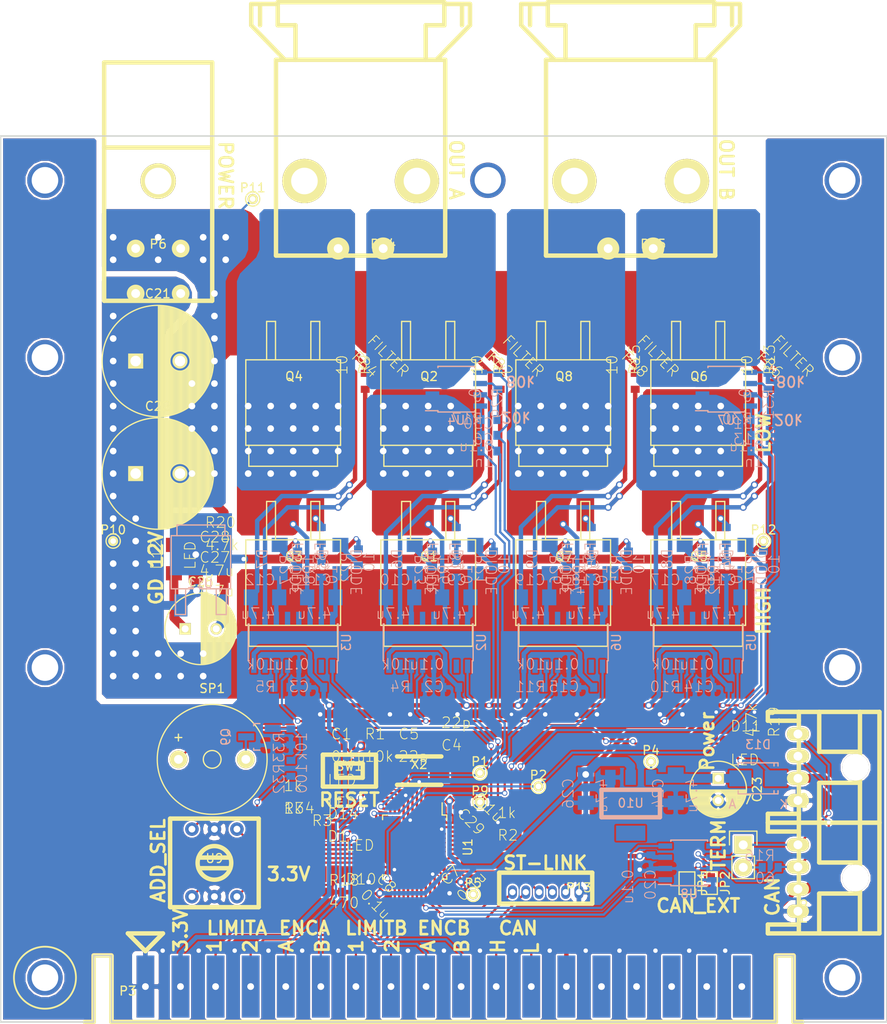
<source format=kicad_pcb>
(kicad_pcb (version 4) (host pcbnew 4.0.4-stable)
  (layers (0 F.Cu signal) (31 B.Cu signal) (34 B.Paste user) (35 F.Paste user) (36 B.SilkS user) (37 F.SilkS user) (38 B.Mask user) (39 F.Mask user) (44 Edge.Cuts user))
  (net 0 "")
  (net 1 GND)
  (net 2 /NRST)
  (net 3 /OSC_IN)
  (net 4 /OSC_OUT)
  (net 5 +3.3V)
  (net 6 "Net-(C9-Pad1)")
  (net 7 "Net-(C9-Pad2)")
  (net 8 +12V)
  (net 9 GNDPWR)
  (net 10 "Net-(C11-Pad1)")
  (net 11 /OUT_AN)
  (net 12 "Net-(C16-Pad1)")
  (net 13 "Net-(C16-Pad2)")
  (net 14 "Net-(C18-Pad1)")
  (net 15 /OUT_BN)
  (net 16 +BATT)
  (net 17 "Net-(D1-Pad2)")
  (net 18 /ENC_Ab)
  (net 19 /ENC_Aa)
  (net 20 /ENC_Bb)
  (net 21 /ENC_Ba)
  (net 22 /CANL)
  (net 23 "Net-(P7-Pad2)")
  (net 24 /CANH)
  (net 25 /LIMIT_A1)
  (net 26 /LIMIT_A2)
  (net 27 /LIMIT_B1)
  (net 28 /LIMIT_B2)
  (net 29 /USART_RX)
  (net 30 /USART_TX)
  (net 31 /SWDIO)
  (net 32 /SWCLK)
  (net 33 /OUT_A)
  (net 34 /OUT_B)
  (net 35 /BOOT0)
  (net 36 "Net-(R4-Pad1)")
  (net 37 "Net-(R5-Pad1)")
  (net 38 "Net-(R6-Pad2)")
  (net 39 "Net-(R7-Pad2)")
  (net 40 "Net-(R8-Pad2)")
  (net 41 "Net-(R9-Pad2)")
  (net 42 "Net-(R10-Pad1)")
  (net 43 "Net-(R11-Pad1)")
  (net 44 "Net-(R12-Pad2)")
  (net 45 "Net-(R13-Pad2)")
  (net 46 "Net-(R14-Pad2)")
  (net 47 "Net-(R15-Pad2)")
  (net 48 /CURRENT_A)
  (net 49 /CURRENT_B)
  (net 50 /MOTOR_EN)
  (net 51 /CAN_RX)
  (net 52 /PWM_A)
  (net 53 /PWM_AN)
  (net 54 /PWM_B)
  (net 55 /PWM_BN)
  (net 56 /CAN_TX)
  (net 57 /GD_12V)
  (net 58 "Net-(FB1-Pad1)")
  (net 59 "Net-(FB1-Pad2)")
  (net 60 "Net-(FB2-Pad1)")
  (net 61 "Net-(FB2-Pad2)")
  (net 62 "Net-(FB3-Pad1)")
  (net 63 "Net-(FB3-Pad2)")
  (net 64 "Net-(FB4-Pad1)")
  (net 65 "Net-(FB4-Pad2)")
  (net 66 "Net-(FB5-Pad1)")
  (net 67 "Net-(FB5-Pad2)")
  (net 68 "Net-(FB6-Pad1)")
  (net 69 "Net-(FB6-Pad2)")
  (net 70 "Net-(FB7-Pad1)")
  (net 71 "Net-(FB7-Pad2)")
  (net 72 "Net-(FB8-Pad1)")
  (net 73 "Net-(FB8-Pad2)")
  (net 74 "Net-(C10-Pad1)")
  (net 75 "Net-(C12-Pad1)")
  (net 76 "Net-(C17-Pad1)")
  (net 77 "Net-(C19-Pad1)")
  (net 78 "Net-(D10-Pad2)")
  (net 79 "Net-(D11-Pad2)")
  (net 80 "Net-(D12-Pad2)")
  (net 81 "Net-(D2-Pad1)")
  (net 82 "Net-(D3-Pad1)")
  (net 83 "Net-(D4-Pad1)")
  (net 84 "Net-(D5-Pad1)")
  (net 85 "Net-(D6-Pad1)")
  (net 86 "Net-(D7-Pad1)")
  (net 87 "Net-(D8-Pad1)")
  (net 88 "Net-(D9-Pad1)")
  (net 89 /SEL_1)
  (net 90 /SEL_2)
  (net 91 /SEL_4)
  (net 92 /SEL_8)
  (net 93 "Net-(JP1-Pad2)")
  (net 94 "Net-(JP2-Pad2)")
  (net 95 "Net-(R17-Pad2)")
  (net 96 "Net-(R30-Pad2)")
  (net 97 "Net-(C23-Pad1)")
  (net 98 "Net-(Q9-PadG)")
  (net 99 "Net-(Q9-PadD)")
  (net 100 /BUZZER)
  (net 101 /LED_B)
  (net 102 /LED_A)
  (net 103 "Net-(D14-Pad2)")
  (module Buttons_Switches_SMD:RP_SMD_Button (layer F.Cu) (at 39.37 71.628 180)
    (fp_text reference SW1 (at 0 0.5 180) (layer F.SilkS))
    (fp_text value SW_PUSH)
    (pad 1 smd rect (at 2.8 0 180) (size 2.6 1.5) (layers F.Cu F.Paste F.Mask) (net 1 GND))
    (pad 2 smd rect (at -2.8 0 180) (size 2.6 1.5) (layers F.Cu F.Paste F.Mask) (net 2 /NRST))
  )
  (module Housings_QFP:LQFP-48_7x7mm_Pitch0.5mm (layer F.Cu) (at 46.736 80.264 270)
    (fp_text reference U1 (at 0 -6 270) (layer F.SilkS))
    (fp_text value STM32F103_48)
    (pad 1 smd rect (at -4.35 -2.75 270) (size 1.3 0.25) (layers F.Cu F.Paste F.Mask) (net 5 +3.3V))
    (pad 2 smd rect (at -4.35 -2.25 270) (size 1.3 0.25) (layers F.Cu F.Paste F.Mask))
    (pad 3 smd rect (at -4.35 -1.75 270) (size 1.3 0.25) (layers F.Cu F.Paste F.Mask))
    (pad 4 smd rect (at -4.35 -1.25 270) (size 1.3 0.25) (layers F.Cu F.Paste F.Mask))
    (pad 5 smd rect (at -4.35 -0.75 270) (size 1.3 0.25) (layers F.Cu F.Paste F.Mask) (net 3 /OSC_IN))
    (pad 6 smd rect (at -4.35 -0.25 270) (size 1.3 0.25) (layers F.Cu F.Paste F.Mask) (net 4 /OSC_OUT))
    (pad 7 smd rect (at -4.35 0.25 270) (size 1.3 0.25) (layers F.Cu F.Paste F.Mask) (net 2 /NRST))
    (pad 8 smd rect (at -4.35 0.75 270) (size 1.3 0.25) (layers F.Cu F.Paste F.Mask) (net 1 GND))
    (pad 9 smd rect (at -4.35 1.25 270) (size 1.3 0.25) (layers F.Cu F.Paste F.Mask) (net 5 +3.3V))
    (pad 10 smd rect (at -4.35 1.75 270) (size 1.3 0.25) (layers F.Cu F.Paste F.Mask) (net 19 /ENC_Aa))
    (pad 11 smd rect (at -4.35 2.25 270) (size 1.3 0.25) (layers F.Cu F.Paste F.Mask) (net 18 /ENC_Ab))
    (pad 12 smd rect (at -4.35 2.75 270) (size 1.3 0.25) (layers F.Cu F.Paste F.Mask) (net 48 /CURRENT_A))
    (pad 13 smd rect (at -2.75 4.35) (size 1.3 0.25) (layers F.Cu F.Paste F.Mask) (net 49 /CURRENT_B))
    (pad 14 smd rect (at -2.25 4.35) (size 1.3 0.25) (layers F.Cu F.Paste F.Mask) (net 102 /LED_A))
    (pad 15 smd rect (at -1.75 4.35) (size 1.3 0.25) (layers F.Cu F.Paste F.Mask) (net 101 /LED_B))
    (pad 16 smd rect (at -1.25 4.35) (size 1.3 0.25) (layers F.Cu F.Paste F.Mask) (net 21 /ENC_Ba))
    (pad 17 smd rect (at -0.75 4.35) (size 1.3 0.25) (layers F.Cu F.Paste F.Mask) (net 20 /ENC_Bb))
    (pad 18 smd rect (at -0.25 4.35) (size 1.3 0.25) (layers F.Cu F.Paste F.Mask) (net 100 /BUZZER))
    (pad 19 smd rect (at 0.25 4.35) (size 1.3 0.25) (layers F.Cu F.Paste F.Mask) (net 89 /SEL_1))
    (pad 20 smd rect (at 0.75 4.35) (size 1.3 0.25) (layers F.Cu F.Paste F.Mask) (net 90 /SEL_2))
    (pad 21 smd rect (at 1.25 4.35) (size 1.3 0.25) (layers F.Cu F.Paste F.Mask) (net 91 /SEL_4))
    (pad 22 smd rect (at 1.75 4.35) (size 1.3 0.25) (layers F.Cu F.Paste F.Mask) (net 92 /SEL_8))
    (pad 23 smd rect (at 2.25 4.35) (size 1.3 0.25) (layers F.Cu F.Paste F.Mask) (net 1 GND))
    (pad 24 smd rect (at 2.75 4.35) (size 1.3 0.25) (layers F.Cu F.Paste F.Mask) (net 5 +3.3V))
    (pad 25 smd rect (at 4.35 2.75 270) (size 1.3 0.25) (layers F.Cu F.Paste F.Mask) (net 50 /MOTOR_EN))
    (pad 26 smd rect (at 4.35 2.25 270) (size 1.3 0.25) (layers F.Cu F.Paste F.Mask) (net 25 /LIMIT_A1))
    (pad 27 smd rect (at 4.35 1.75 270) (size 1.3 0.25) (layers F.Cu F.Paste F.Mask) (net 26 /LIMIT_A2))
    (pad 28 smd rect (at 4.35 1.25 270) (size 1.3 0.25) (layers F.Cu F.Paste F.Mask) (net 27 /LIMIT_B1))
    (pad 29 smd rect (at 4.35 0.75 270) (size 1.3 0.25) (layers F.Cu F.Paste F.Mask) (net 28 /LIMIT_B2))
    (pad 30 smd rect (at 4.35 0.25 270) (size 1.3 0.25) (layers F.Cu F.Paste F.Mask) (net 30 /USART_TX))
    (pad 31 smd rect (at 4.35 -0.25 270) (size 1.3 0.25) (layers F.Cu F.Paste F.Mask) (net 29 /USART_RX))
    (pad 32 smd rect (at 4.35 -0.75 270) (size 1.3 0.25) (layers F.Cu F.Paste F.Mask) (net 51 /CAN_RX))
    (pad 33 smd rect (at 4.35 -1.25 270) (size 1.3 0.25) (layers F.Cu F.Paste F.Mask) (net 56 /CAN_TX))
    (pad 34 smd rect (at 4.35 -1.75 270) (size 1.3 0.25) (layers F.Cu F.Paste F.Mask) (net 31 /SWDIO))
    (pad 35 smd rect (at 4.35 -2.25 270) (size 1.3 0.25) (layers F.Cu F.Paste F.Mask) (net 1 GND))
    (pad 36 smd rect (at 4.35 -2.75 270) (size 1.3 0.25) (layers F.Cu F.Paste F.Mask) (net 5 +3.3V))
    (pad 37 smd rect (at 2.75 -4.35) (size 1.3 0.25) (layers F.Cu F.Paste F.Mask) (net 32 /SWCLK))
    (pad 38 smd rect (at 2.25 -4.35) (size 1.3 0.25) (layers F.Cu F.Paste F.Mask))
    (pad 39 smd rect (at 1.75 -4.35) (size 1.3 0.25) (layers F.Cu F.Paste F.Mask))
    (pad 40 smd rect (at 1.25 -4.35) (size 1.3 0.25) (layers F.Cu F.Paste F.Mask))
    (pad 41 smd rect (at 0.75 -4.35) (size 1.3 0.25) (layers F.Cu F.Paste F.Mask))
    (pad 42 smd rect (at 0.25 -4.35) (size 1.3 0.25) (layers F.Cu F.Paste F.Mask) (net 54 /PWM_B))
    (pad 43 smd rect (at -0.25 -4.35) (size 1.3 0.25) (layers F.Cu F.Paste F.Mask) (net 55 /PWM_BN))
    (pad 44 smd rect (at -0.75 -4.35) (size 1.3 0.25) (layers F.Cu F.Paste F.Mask) (net 35 /BOOT0))
    (pad 45 smd rect (at -1.25 -4.35) (size 1.3 0.25) (layers F.Cu F.Paste F.Mask) (net 52 /PWM_A))
    (pad 46 smd rect (at -1.75 -4.35) (size 1.3 0.25) (layers F.Cu F.Paste F.Mask) (net 53 /PWM_AN))
    (pad 47 smd rect (at -2.25 -4.35) (size 1.3 0.25) (layers F.Cu F.Paste F.Mask) (net 1 GND))
    (pad 48 smd rect (at -2.75 -4.35) (size 1.3 0.25) (layers F.Cu F.Paste F.Mask) (net 5 +3.3V))
  )
  (module Capacitors_ThroughHole:C_Radial_D6.3_L11.2_P2.5 (layer F.Cu) (at 81 72.5 270)
    (fp_text reference C23 (at 1.25 -4.4 270) (layer F.SilkS))
    (fp_text value 100u)
    (pad 2 thru_hole circle (at 2.5 0 270) (size 1.3 1.3) (drill 0.8) (layers *.Cu *.Mask F.SilkS) (net 1 GND))
    (pad 1 thru_hole rect (at 0 0 270) (size 1.3 1.3) (drill 0.8) (layers *.Cu *.Mask F.SilkS) (net 97 "Net-(C23-Pad1)"))
  )
  (module RP_KiCAD_Connector:XA_4LC (layer F.Cu) (at 90 87.5 90)
    (fp_text reference P16 (at 0 0.5 90) (layer F.SilkS))
    (fp_text value CONN_01X04)
    (pad 1 thru_hole oval (at 0 0 90) (size 1.5 2.5) (drill 1) (layers *.Cu *.Mask F.SilkS) (net 1 GND))
    (pad 2 thru_hole oval (at 2.5 0 90) (size 1.5 2.5) (drill 1) (layers *.Cu *.Mask F.SilkS) (net 8 +12V))
    (pad 3 thru_hole oval (at 5 0 90) (size 1.5 2.5) (drill 1) (layers *.Cu *.Mask F.SilkS) (net 24 /CANH))
    (pad 4 thru_hole oval (at 7.5 0 90) (size 1.5 2.5) (drill 1) (layers *.Cu *.Mask F.SilkS) (net 22 /CANL))
    (pad "" thru_hole circle (at 3.75 6.5 90) (size 3 3) (drill 3) (layers *.Cu *.Mask F.SilkS) (clearance -0.3))
  )
  (module TO_SOT_Packages_SMD:D2-PAK (layer F.Cu) (at 63.5 48.26 180)
    (fp_text reference Q7 (at -0.09906 0.8001 180) (layer F.SilkS))
    (fp_text value MOSFET_N)
    (pad G smd rect (at -2.49936 5.5499 180) (size 1.99898 3.79984) (layers F.Cu F.Paste F.Mask) (net 71 "Net-(FB7-Pad2)"))
    (pad S smd rect (at 2.49936 5.5499 180) (size 1.99898 3.79984) (layers F.Cu F.Paste F.Mask) (net 15 /OUT_BN))
    (pad D smd rect (at 0 -5.5499 180) (size 11.50112 8.99922) (layers F.Cu F.Paste F.Mask) (net 16 +BATT))
  )
  (module TO_SOT_Packages_SMD:D2-PAK (layer F.Cu) (at 33.02 48.26 180)
    (fp_text reference Q3 (at -0.09906 0.8001 180) (layer F.SilkS))
    (fp_text value MOSFET_N)
    (pad G smd rect (at -2.49936 5.5499 180) (size 1.99898 3.79984) (layers F.Cu F.Paste F.Mask) (net 63 "Net-(FB3-Pad2)"))
    (pad S smd rect (at 2.49936 5.5499 180) (size 1.99898 3.79984) (layers F.Cu F.Paste F.Mask) (net 11 /OUT_AN))
    (pad D smd rect (at 0 -5.5499 180) (size 11.50112 8.99922) (layers F.Cu F.Paste F.Mask) (net 16 +BATT))
  )
  (module RP_KiCAD_Libs:C3216 (layer B.Cu) (at 51.435 52.07 180)
    (fp_text reference C9 (at -1.27 1.27 180) (layer B.SilkS) (effects (font (size 1.2065 1.2065) (thickness 0.1016)) (justify left bottom mirror)))
    (fp_text value 4.7u (at -1.27 -2.54 180) (layer B.SilkS) (effects (font (size 1.2065 1.2065) (thickness 0.1016)) (justify left bottom mirror)))
    (pad 1 smd rect (at -1.6 0 180) (size 1.6 1.8) (layers B.Cu B.Paste B.Mask) (net 6 "Net-(C9-Pad1)"))
    (pad 2 smd rect (at 1.6 0 180) (size 1.6 1.8) (layers B.Cu B.Paste B.Mask) (net 7 "Net-(C9-Pad2)"))
  )
  (module RP_KiCAD_Libs:C3216 (layer B.Cu) (at 45.085 52.07 180)
    (fp_text reference C10 (at -1.27 1.27 180) (layer B.SilkS) (effects (font (size 1.2065 1.2065) (thickness 0.1016)) (justify left bottom mirror)))
    (fp_text value 4.7u (at -1.27 -2.54 180) (layer B.SilkS) (effects (font (size 1.2065 1.2065) (thickness 0.1016)) (justify left bottom mirror)))
    (pad 1 smd rect (at -1.6 0 180) (size 1.6 1.8) (layers B.Cu B.Paste B.Mask) (net 74 "Net-(C10-Pad1)"))
    (pad 2 smd rect (at 1.6 0 180) (size 1.6 1.8) (layers B.Cu B.Paste B.Mask) (net 9 GNDPWR))
  )
  (module RP_KiCAD_Libs:C3216 (layer B.Cu) (at 36.195 52.07 180)
    (fp_text reference C11 (at -1.27 1.27 180) (layer B.SilkS) (effects (font (size 1.2065 1.2065) (thickness 0.1016)) (justify left bottom mirror)))
    (fp_text value 4.7u (at -1.27 -2.54 180) (layer B.SilkS) (effects (font (size 1.2065 1.2065) (thickness 0.1016)) (justify left bottom mirror)))
    (pad 1 smd rect (at -1.6 0 180) (size 1.6 1.8) (layers B.Cu B.Paste B.Mask) (net 10 "Net-(C11-Pad1)"))
    (pad 2 smd rect (at 1.6 0 180) (size 1.6 1.8) (layers B.Cu B.Paste B.Mask) (net 11 /OUT_AN))
  )
  (module RP_KiCAD_Libs:C3216 (layer B.Cu) (at 29.845 52.07 180)
    (fp_text reference C12 (at -1.27 1.27 180) (layer B.SilkS) (effects (font (size 1.2065 1.2065) (thickness 0.1016)) (justify left bottom mirror)))
    (fp_text value 4.7u (at -1.27 -2.54 180) (layer B.SilkS) (effects (font (size 1.2065 1.2065) (thickness 0.1016)) (justify left bottom mirror)))
    (pad 1 smd rect (at -1.6 0 180) (size 1.6 1.8) (layers B.Cu B.Paste B.Mask) (net 75 "Net-(C12-Pad1)"))
    (pad 2 smd rect (at 1.6 0 180) (size 1.6 1.8) (layers B.Cu B.Paste B.Mask) (net 9 GNDPWR))
  )
  (module RP_KiCAD_Libs:C3216 (layer B.Cu) (at 81.915 52.07 180)
    (fp_text reference C16 (at -1.27 1.27 180) (layer B.SilkS) (effects (font (size 1.2065 1.2065) (thickness 0.1016)) (justify left bottom mirror)))
    (fp_text value 4.7u (at -1.27 -2.54 180) (layer B.SilkS) (effects (font (size 1.2065 1.2065) (thickness 0.1016)) (justify left bottom mirror)))
    (pad 1 smd rect (at -1.6 0 180) (size 1.6 1.8) (layers B.Cu B.Paste B.Mask) (net 12 "Net-(C16-Pad1)"))
    (pad 2 smd rect (at 1.6 0 180) (size 1.6 1.8) (layers B.Cu B.Paste B.Mask) (net 13 "Net-(C16-Pad2)"))
  )
  (module RP_KiCAD_Libs:C3216 (layer B.Cu) (at 75.565 52.07 180)
    (fp_text reference C17 (at -1.27 1.27 180) (layer B.SilkS) (effects (font (size 1.2065 1.2065) (thickness 0.1016)) (justify left bottom mirror)))
    (fp_text value 4.7u (at -1.27 -2.54 180) (layer B.SilkS) (effects (font (size 1.2065 1.2065) (thickness 0.1016)) (justify left bottom mirror)))
    (pad 1 smd rect (at -1.6 0 180) (size 1.6 1.8) (layers B.Cu B.Paste B.Mask) (net 76 "Net-(C17-Pad1)"))
    (pad 2 smd rect (at 1.6 0 180) (size 1.6 1.8) (layers B.Cu B.Paste B.Mask) (net 9 GNDPWR))
  )
  (module RP_KiCAD_Libs:C3216 (layer B.Cu) (at 66.675 52.07 180)
    (fp_text reference C18 (at -1.27 1.27 180) (layer B.SilkS) (effects (font (size 1.2065 1.2065) (thickness 0.1016)) (justify left bottom mirror)))
    (fp_text value 4.7u (at -1.27 -2.54 180) (layer B.SilkS) (effects (font (size 1.2065 1.2065) (thickness 0.1016)) (justify left bottom mirror)))
    (pad 1 smd rect (at -1.6 0 180) (size 1.6 1.8) (layers B.Cu B.Paste B.Mask) (net 14 "Net-(C18-Pad1)"))
    (pad 2 smd rect (at 1.6 0 180) (size 1.6 1.8) (layers B.Cu B.Paste B.Mask) (net 15 /OUT_BN))
  )
  (module RP_KiCAD_Libs:C3216 (layer B.Cu) (at 60.325 52.07 180)
    (fp_text reference C19 (at -1.27 1.27 180) (layer B.SilkS) (effects (font (size 1.2065 1.2065) (thickness 0.1016)) (justify left bottom mirror)))
    (fp_text value 4.7u (at -1.27 -2.54 180) (layer B.SilkS) (effects (font (size 1.2065 1.2065) (thickness 0.1016)) (justify left bottom mirror)))
    (pad 1 smd rect (at -1.6 0 180) (size 1.6 1.8) (layers B.Cu B.Paste B.Mask) (net 77 "Net-(C19-Pad1)"))
    (pad 2 smd rect (at 1.6 0 180) (size 1.6 1.8) (layers B.Cu B.Paste B.Mask) (net 9 GNDPWR))
  )
  (module RP_KiCAD_Libs:C3216 (layer F.Cu) (at 35.56 78.486 180)
    (fp_text reference D1 (at -1.27 -1.27 180) (layer F.SilkS) (effects (font (size 1.2065 1.2065) (thickness 0.1016)) (justify left bottom)))
    (fp_text value LED (at -1.27 2.54 180) (layer F.SilkS) (effects (font (size 1.2065 1.2065) (thickness 0.1016)) (justify left bottom)))
    (pad 1 smd rect (at -1.6 0 180) (size 1.6 1.8) (layers F.Cu F.Paste F.Mask) (net 101 /LED_B))
    (pad 2 smd rect (at 1.6 0 180) (size 1.6 1.8) (layers F.Cu F.Paste F.Mask) (net 17 "Net-(D1-Pad2)"))
  )
  (module RP_KiCAD_Libs:C3216 (layer B.Cu) (at 53.594 47.752 270)
    (fp_text reference D2 (at -1.27 1.27 270) (layer B.SilkS) (effects (font (size 1.2065 1.2065) (thickness 0.1016)) (justify left bottom mirror)))
    (fp_text value DIODE (at -1.27 -2.54 270) (layer B.SilkS) (effects (font (size 1.2065 1.2065) (thickness 0.1016)) (justify left bottom mirror)))
    (pad 1 smd rect (at -1.6 0 270) (size 1.6 1.8) (layers B.Cu B.Paste B.Mask) (net 81 "Net-(D2-Pad1)"))
    (pad 2 smd rect (at 1.6 0 270) (size 1.6 1.8) (layers B.Cu B.Paste B.Mask) (net 6 "Net-(C9-Pad1)"))
  )
  (module RP_KiCAD_Libs:C3216 (layer B.Cu) (at 38.354 47.752 270)
    (fp_text reference D3 (at -1.27 1.27 270) (layer B.SilkS) (effects (font (size 1.2065 1.2065) (thickness 0.1016)) (justify left bottom mirror)))
    (fp_text value DIODE (at -1.27 -2.54 270) (layer B.SilkS) (effects (font (size 1.2065 1.2065) (thickness 0.1016)) (justify left bottom mirror)))
    (pad 1 smd rect (at -1.6 0 270) (size 1.6 1.8) (layers B.Cu B.Paste B.Mask) (net 82 "Net-(D3-Pad1)"))
    (pad 2 smd rect (at 1.6 0 270) (size 1.6 1.8) (layers B.Cu B.Paste B.Mask) (net 10 "Net-(C11-Pad1)"))
  )
  (module RP_KiCAD_Libs:C3216 (layer B.Cu) (at 84.074 47.752 270)
    (fp_text reference D4 (at -1.27 1.27 270) (layer B.SilkS) (effects (font (size 1.2065 1.2065) (thickness 0.1016)) (justify left bottom mirror)))
    (fp_text value DIODE (at -1.27 -2.54 270) (layer B.SilkS) (effects (font (size 1.2065 1.2065) (thickness 0.1016)) (justify left bottom mirror)))
    (pad 1 smd rect (at -1.6 0 270) (size 1.6 1.8) (layers B.Cu B.Paste B.Mask) (net 83 "Net-(D4-Pad1)"))
    (pad 2 smd rect (at 1.6 0 270) (size 1.6 1.8) (layers B.Cu B.Paste B.Mask) (net 12 "Net-(C16-Pad1)"))
  )
  (module RP_KiCAD_Libs:C3216 (layer B.Cu) (at 68.834 47.752 270)
    (fp_text reference D5 (at -1.27 1.27 270) (layer B.SilkS) (effects (font (size 1.2065 1.2065) (thickness 0.1016)) (justify left bottom mirror)))
    (fp_text value DIODE (at -1.27 -2.54 270) (layer B.SilkS) (effects (font (size 1.2065 1.2065) (thickness 0.1016)) (justify left bottom mirror)))
    (pad 1 smd rect (at -1.6 0 270) (size 1.6 1.8) (layers B.Cu B.Paste B.Mask) (net 84 "Net-(D5-Pad1)"))
    (pad 2 smd rect (at 1.6 0 270) (size 1.6 1.8) (layers B.Cu B.Paste B.Mask) (net 14 "Net-(C18-Pad1)"))
  )
  (module Pin_Headers:Pin_Header_Straight_1x02 (layer F.Cu) (at 83.82 80.01)
    (fp_text reference P7 (at 0 -5.1) (layer F.SilkS))
    (fp_text value CONN_01X02)
    (pad 1 thru_hole rect (at 0 0) (size 2.032 2.032) (drill 1.016) (layers *.Cu *.Mask F.SilkS) (net 22 /CANL))
    (pad 2 thru_hole oval (at 0 2.54) (size 2.032 2.032) (drill 1.016) (layers *.Cu *.Mask F.SilkS) (net 23 "Net-(P7-Pad2)"))
  )
  (module TO_SOT_Packages_SMD:D2-PAK (layer F.Cu) (at 48.26 48.26 180)
    (fp_text reference Q1 (at -0.09906 0.8001 180) (layer F.SilkS))
    (fp_text value MOSFET_N)
    (pad G smd rect (at -2.49936 5.5499 180) (size 1.99898 3.79984) (layers F.Cu F.Paste F.Mask) (net 59 "Net-(FB1-Pad2)"))
    (pad S smd rect (at 2.49936 5.5499 180) (size 1.99898 3.79984) (layers F.Cu F.Paste F.Mask) (net 7 "Net-(C9-Pad2)"))
    (pad D smd rect (at 0 -5.5499 180) (size 11.50112 8.99922) (layers F.Cu F.Paste F.Mask) (net 16 +BATT))
  )
  (module TO_SOT_Packages_SMD:D2-PAK (layer F.Cu) (at 48.26 27.94 180)
    (fp_text reference Q2 (at -0.09906 0.8001 180) (layer F.SilkS))
    (fp_text value MOSFET_N)
    (pad G smd rect (at -2.49936 5.5499 180) (size 1.99898 3.79984) (layers F.Cu F.Paste F.Mask) (net 61 "Net-(FB2-Pad2)"))
    (pad S smd rect (at 2.49936 5.5499 180) (size 1.99898 3.79984) (layers F.Cu F.Paste F.Mask) (net 9 GNDPWR))
    (pad D smd rect (at 0 -5.5499 180) (size 11.50112 8.99922) (layers F.Cu F.Paste F.Mask) (net 7 "Net-(C9-Pad2)"))
  )
  (module TO_SOT_Packages_SMD:D2-PAK (layer F.Cu) (at 33.02 27.94 180)
    (fp_text reference Q4 (at -0.09906 0.8001 180) (layer F.SilkS))
    (fp_text value MOSFET_N)
    (pad G smd rect (at -2.49936 5.5499 180) (size 1.99898 3.79984) (layers F.Cu F.Paste F.Mask) (net 65 "Net-(FB4-Pad2)"))
    (pad S smd rect (at 2.49936 5.5499 180) (size 1.99898 3.79984) (layers F.Cu F.Paste F.Mask) (net 9 GNDPWR))
    (pad D smd rect (at 0 -5.5499 180) (size 11.50112 8.99922) (layers F.Cu F.Paste F.Mask) (net 11 /OUT_AN))
  )
  (module TO_SOT_Packages_SMD:D2-PAK (layer F.Cu) (at 78.74 48.26 180)
    (fp_text reference Q5 (at -0.09906 0.8001 180) (layer F.SilkS))
    (fp_text value MOSFET_N)
    (pad G smd rect (at -2.49936 5.5499 180) (size 1.99898 3.79984) (layers F.Cu F.Paste F.Mask) (net 67 "Net-(FB5-Pad2)"))
    (pad S smd rect (at 2.49936 5.5499 180) (size 1.99898 3.79984) (layers F.Cu F.Paste F.Mask) (net 13 "Net-(C16-Pad2)"))
    (pad D smd rect (at 0 -5.5499 180) (size 11.50112 8.99922) (layers F.Cu F.Paste F.Mask) (net 16 +BATT))
  )
  (module TO_SOT_Packages_SMD:D2-PAK (layer F.Cu) (at 78.74 27.94 180)
    (fp_text reference Q6 (at -0.09906 0.8001 180) (layer F.SilkS))
    (fp_text value MOSFET_N)
    (pad G smd rect (at -2.49936 5.5499 180) (size 1.99898 3.79984) (layers F.Cu F.Paste F.Mask) (net 69 "Net-(FB6-Pad2)"))
    (pad S smd rect (at 2.49936 5.5499 180) (size 1.99898 3.79984) (layers F.Cu F.Paste F.Mask) (net 9 GNDPWR))
    (pad D smd rect (at 0 -5.5499 180) (size 11.50112 8.99922) (layers F.Cu F.Paste F.Mask) (net 13 "Net-(C16-Pad2)"))
  )
  (module TO_SOT_Packages_SMD:D2-PAK (layer F.Cu) (at 63.5 27.94 180)
    (fp_text reference Q8 (at -0.09906 0.8001 180) (layer F.SilkS))
    (fp_text value MOSFET_N)
    (pad G smd rect (at -2.49936 5.5499 180) (size 1.99898 3.79984) (layers F.Cu F.Paste F.Mask) (net 73 "Net-(FB8-Pad2)"))
    (pad S smd rect (at 2.49936 5.5499 180) (size 1.99898 3.79984) (layers F.Cu F.Paste F.Mask) (net 9 GNDPWR))
    (pad D smd rect (at 0 -5.5499 180) (size 11.50112 8.99922) (layers F.Cu F.Paste F.Mask) (net 15 /OUT_BN))
  )
  (module Housings_SOIC:SOIC-16_3.9x9.9mm_Pitch1.27mm (layer B.Cu) (at 48.26 57.15 90)
    (fp_text reference U2 (at 0 6 90) (layer B.SilkS) (effects (justify mirror)))
    (fp_text value SI8234)
    (pad 1 smd rect (at -2.7 4.445 90) (size 1.5 0.6) (layers B.Cu B.Paste B.Mask) (net 52 /PWM_A))
    (pad 2 smd rect (at -2.7 3.175 90) (size 1.5 0.6) (layers B.Cu B.Paste B.Mask))
    (pad 3 smd rect (at -2.7 1.905 90) (size 1.5 0.6) (layers B.Cu B.Paste B.Mask) (net 5 +3.3V))
    (pad 4 smd rect (at -2.7 0.635 90) (size 1.5 0.6) (layers B.Cu B.Paste B.Mask) (net 1 GND))
    (pad 5 smd rect (at -2.7 -0.635 90) (size 1.5 0.6) (layers B.Cu B.Paste B.Mask) (net 50 /MOTOR_EN))
    (pad 6 smd rect (at -2.7 -1.905 90) (size 1.5 0.6) (layers B.Cu B.Paste B.Mask) (net 36 "Net-(R4-Pad1)"))
    (pad 7 smd rect (at -2.7 -3.175 90) (size 1.5 0.6) (layers B.Cu B.Paste B.Mask))
    (pad 8 smd rect (at -2.7 -4.445 90) (size 1.5 0.6) (layers B.Cu B.Paste B.Mask) (net 5 +3.3V))
    (pad 9 smd rect (at 2.7 -4.445 90) (size 1.5 0.6) (layers B.Cu B.Paste B.Mask) (net 9 GNDPWR))
    (pad 10 smd rect (at 2.7 -3.175 90) (size 1.5 0.6) (layers B.Cu B.Paste B.Mask) (net 39 "Net-(R7-Pad2)"))
    (pad 11 smd rect (at 2.7 -1.905 90) (size 1.5 0.6) (layers B.Cu B.Paste B.Mask) (net 74 "Net-(C10-Pad1)"))
    (pad 12 smd rect (at 2.7 -0.635 90) (size 1.5 0.6) (layers B.Cu B.Paste B.Mask))
    (pad 13 smd rect (at 2.7 0.635 90) (size 1.5 0.6) (layers B.Cu B.Paste B.Mask))
    (pad 14 smd rect (at 2.7 1.905 90) (size 1.5 0.6) (layers B.Cu B.Paste B.Mask) (net 7 "Net-(C9-Pad2)"))
    (pad 15 smd rect (at 2.7 3.175 90) (size 1.5 0.6) (layers B.Cu B.Paste B.Mask) (net 38 "Net-(R6-Pad2)"))
    (pad 16 smd rect (at 2.7 4.445 90) (size 1.5 0.6) (layers B.Cu B.Paste B.Mask) (net 6 "Net-(C9-Pad1)"))
  )
  (module Housings_SOIC:SOIC-16_3.9x9.9mm_Pitch1.27mm (layer B.Cu) (at 33.02 57.15 90)
    (fp_text reference U3 (at 0 6 90) (layer B.SilkS) (effects (justify mirror)))
    (fp_text value SI8234)
    (pad 1 smd rect (at -2.7 4.445 90) (size 1.5 0.6) (layers B.Cu B.Paste B.Mask) (net 53 /PWM_AN))
    (pad 2 smd rect (at -2.7 3.175 90) (size 1.5 0.6) (layers B.Cu B.Paste B.Mask))
    (pad 3 smd rect (at -2.7 1.905 90) (size 1.5 0.6) (layers B.Cu B.Paste B.Mask) (net 5 +3.3V))
    (pad 4 smd rect (at -2.7 0.635 90) (size 1.5 0.6) (layers B.Cu B.Paste B.Mask) (net 1 GND))
    (pad 5 smd rect (at -2.7 -0.635 90) (size 1.5 0.6) (layers B.Cu B.Paste B.Mask) (net 50 /MOTOR_EN))
    (pad 6 smd rect (at -2.7 -1.905 90) (size 1.5 0.6) (layers B.Cu B.Paste B.Mask) (net 37 "Net-(R5-Pad1)"))
    (pad 7 smd rect (at -2.7 -3.175 90) (size 1.5 0.6) (layers B.Cu B.Paste B.Mask))
    (pad 8 smd rect (at -2.7 -4.445 90) (size 1.5 0.6) (layers B.Cu B.Paste B.Mask) (net 5 +3.3V))
    (pad 9 smd rect (at 2.7 -4.445 90) (size 1.5 0.6) (layers B.Cu B.Paste B.Mask) (net 9 GNDPWR))
    (pad 10 smd rect (at 2.7 -3.175 90) (size 1.5 0.6) (layers B.Cu B.Paste B.Mask) (net 41 "Net-(R9-Pad2)"))
    (pad 11 smd rect (at 2.7 -1.905 90) (size 1.5 0.6) (layers B.Cu B.Paste B.Mask) (net 75 "Net-(C12-Pad1)"))
    (pad 12 smd rect (at 2.7 -0.635 90) (size 1.5 0.6) (layers B.Cu B.Paste B.Mask))
    (pad 13 smd rect (at 2.7 0.635 90) (size 1.5 0.6) (layers B.Cu B.Paste B.Mask))
    (pad 14 smd rect (at 2.7 1.905 90) (size 1.5 0.6) (layers B.Cu B.Paste B.Mask) (net 11 /OUT_AN))
    (pad 15 smd rect (at 2.7 3.175 90) (size 1.5 0.6) (layers B.Cu B.Paste B.Mask) (net 40 "Net-(R8-Pad2)"))
    (pad 16 smd rect (at 2.7 4.445 90) (size 1.5 0.6) (layers B.Cu B.Paste B.Mask) (net 10 "Net-(C11-Pad1)"))
  )
  (module Housings_SOIC:SOIC-16_3.9x9.9mm_Pitch1.27mm (layer B.Cu) (at 78.74 57.15 90)
    (fp_text reference U5 (at 0 6 90) (layer B.SilkS) (effects (justify mirror)))
    (fp_text value SI8234)
    (pad 1 smd rect (at -2.7 4.445 90) (size 1.5 0.6) (layers B.Cu B.Paste B.Mask) (net 54 /PWM_B))
    (pad 2 smd rect (at -2.7 3.175 90) (size 1.5 0.6) (layers B.Cu B.Paste B.Mask))
    (pad 3 smd rect (at -2.7 1.905 90) (size 1.5 0.6) (layers B.Cu B.Paste B.Mask) (net 5 +3.3V))
    (pad 4 smd rect (at -2.7 0.635 90) (size 1.5 0.6) (layers B.Cu B.Paste B.Mask) (net 1 GND))
    (pad 5 smd rect (at -2.7 -0.635 90) (size 1.5 0.6) (layers B.Cu B.Paste B.Mask) (net 50 /MOTOR_EN))
    (pad 6 smd rect (at -2.7 -1.905 90) (size 1.5 0.6) (layers B.Cu B.Paste B.Mask) (net 42 "Net-(R10-Pad1)"))
    (pad 7 smd rect (at -2.7 -3.175 90) (size 1.5 0.6) (layers B.Cu B.Paste B.Mask))
    (pad 8 smd rect (at -2.7 -4.445 90) (size 1.5 0.6) (layers B.Cu B.Paste B.Mask) (net 5 +3.3V))
    (pad 9 smd rect (at 2.7 -4.445 90) (size 1.5 0.6) (layers B.Cu B.Paste B.Mask) (net 9 GNDPWR))
    (pad 10 smd rect (at 2.7 -3.175 90) (size 1.5 0.6) (layers B.Cu B.Paste B.Mask) (net 45 "Net-(R13-Pad2)"))
    (pad 11 smd rect (at 2.7 -1.905 90) (size 1.5 0.6) (layers B.Cu B.Paste B.Mask) (net 76 "Net-(C17-Pad1)"))
    (pad 12 smd rect (at 2.7 -0.635 90) (size 1.5 0.6) (layers B.Cu B.Paste B.Mask))
    (pad 13 smd rect (at 2.7 0.635 90) (size 1.5 0.6) (layers B.Cu B.Paste B.Mask))
    (pad 14 smd rect (at 2.7 1.905 90) (size 1.5 0.6) (layers B.Cu B.Paste B.Mask) (net 13 "Net-(C16-Pad2)"))
    (pad 15 smd rect (at 2.7 3.175 90) (size 1.5 0.6) (layers B.Cu B.Paste B.Mask) (net 44 "Net-(R12-Pad2)"))
    (pad 16 smd rect (at 2.7 4.445 90) (size 1.5 0.6) (layers B.Cu B.Paste B.Mask) (net 12 "Net-(C16-Pad1)"))
  )
  (module Housings_SOIC:SOIC-16_3.9x9.9mm_Pitch1.27mm (layer B.Cu) (at 63.5 57.15 90)
    (fp_text reference U6 (at 0 6 90) (layer B.SilkS) (effects (justify mirror)))
    (fp_text value SI8234)
    (pad 1 smd rect (at -2.7 4.445 90) (size 1.5 0.6) (layers B.Cu B.Paste B.Mask) (net 55 /PWM_BN))
    (pad 2 smd rect (at -2.7 3.175 90) (size 1.5 0.6) (layers B.Cu B.Paste B.Mask))
    (pad 3 smd rect (at -2.7 1.905 90) (size 1.5 0.6) (layers B.Cu B.Paste B.Mask) (net 5 +3.3V))
    (pad 4 smd rect (at -2.7 0.635 90) (size 1.5 0.6) (layers B.Cu B.Paste B.Mask) (net 1 GND))
    (pad 5 smd rect (at -2.7 -0.635 90) (size 1.5 0.6) (layers B.Cu B.Paste B.Mask) (net 50 /MOTOR_EN))
    (pad 6 smd rect (at -2.7 -1.905 90) (size 1.5 0.6) (layers B.Cu B.Paste B.Mask) (net 43 "Net-(R11-Pad1)"))
    (pad 7 smd rect (at -2.7 -3.175 90) (size 1.5 0.6) (layers B.Cu B.Paste B.Mask))
    (pad 8 smd rect (at -2.7 -4.445 90) (size 1.5 0.6) (layers B.Cu B.Paste B.Mask) (net 5 +3.3V))
    (pad 9 smd rect (at 2.7 -4.445 90) (size 1.5 0.6) (layers B.Cu B.Paste B.Mask) (net 9 GNDPWR))
    (pad 10 smd rect (at 2.7 -3.175 90) (size 1.5 0.6) (layers B.Cu B.Paste B.Mask) (net 47 "Net-(R15-Pad2)"))
    (pad 11 smd rect (at 2.7 -1.905 90) (size 1.5 0.6) (layers B.Cu B.Paste B.Mask) (net 77 "Net-(C19-Pad1)"))
    (pad 12 smd rect (at 2.7 -0.635 90) (size 1.5 0.6) (layers B.Cu B.Paste B.Mask))
    (pad 13 smd rect (at 2.7 0.635 90) (size 1.5 0.6) (layers B.Cu B.Paste B.Mask))
    (pad 14 smd rect (at 2.7 1.905 90) (size 1.5 0.6) (layers B.Cu B.Paste B.Mask) (net 15 /OUT_BN))
    (pad 15 smd rect (at 2.7 3.175 90) (size 1.5 0.6) (layers B.Cu B.Paste B.Mask) (net 46 "Net-(R14-Pad2)"))
    (pad 16 smd rect (at 2.7 4.445 90) (size 1.5 0.6) (layers B.Cu B.Paste B.Mask) (net 14 "Net-(C18-Pad1)"))
  )
  (module Housings_SOIC:SOIC-8_3.9x4.9mm_Pitch1.27mm_ACS (layer B.Cu) (at 81.915 28.575)
    (fp_text reference U7 (at 0 3.5) (layer B.SilkS) (effects (justify mirror)))
    (fp_text value ACS722)
    (pad 1 smd rect (at -2.7 1.75) (size 1.55 1) (layers B.Cu B.Paste B.Mask) (net 13 "Net-(C16-Pad2)"))
    (pad 2 smd rect (at -2.7 0.75) (size 1.55 1) (layers B.Cu B.Paste B.Mask) (net 13 "Net-(C16-Pad2)"))
    (pad 3 smd rect (at -2.7 -0.75) (size 1.55 1) (layers B.Cu B.Paste B.Mask) (net 34 /OUT_B))
    (pad 4 smd rect (at -2.7 -1.75) (size 1.55 1) (layers B.Cu B.Paste B.Mask) (net 34 /OUT_B))
    (pad 5 smd rect (at 2.7 -1.905) (size 1.55 0.6) (layers B.Cu B.Paste B.Mask) (net 1 GND))
    (pad 6 smd rect (at 2.7 -0.635) (size 1.55 0.6) (layers B.Cu B.Paste B.Mask) (net 96 "Net-(R30-Pad2)"))
    (pad 7 smd rect (at 2.7 0.635) (size 1.55 0.6) (layers B.Cu B.Paste B.Mask) (net 49 /CURRENT_B))
    (pad 8 smd rect (at 2.7 1.905) (size 1.55 0.6) (layers B.Cu B.Paste B.Mask) (net 5 +3.3V))
  )
  (module Housings_SOIC:SOIC-8_3.9x4.9mm_Pitch1.27mm (layer B.Cu) (at 77.724 82.042)
    (fp_text reference U8 (at 0 3.5) (layer B.SilkS) (effects (justify mirror)))
    (fp_text value MAX3051)
    (pad 1 smd rect (at -2.7 1.905) (size 1.55 0.6) (layers B.Cu B.Paste B.Mask) (net 56 /CAN_TX))
    (pad 2 smd rect (at -2.7 0.635) (size 1.55 0.6) (layers B.Cu B.Paste B.Mask) (net 1 GND))
    (pad 3 smd rect (at -2.7 -0.635) (size 1.55 0.6) (layers B.Cu B.Paste B.Mask) (net 5 +3.3V))
    (pad 4 smd rect (at -2.7 -1.905) (size 1.55 0.6) (layers B.Cu B.Paste B.Mask) (net 51 /CAN_RX))
    (pad 5 smd rect (at 2.7 -1.905) (size 1.55 0.6) (layers B.Cu B.Paste B.Mask))
    (pad 6 smd rect (at 2.7 -0.635) (size 1.55 0.6) (layers B.Cu B.Paste B.Mask) (net 22 /CANL))
    (pad 7 smd rect (at 2.7 0.635) (size 1.55 0.6) (layers B.Cu B.Paste B.Mask) (net 24 /CANH))
    (pad 8 smd rect (at 2.7 1.905) (size 1.55 0.6) (layers B.Cu B.Paste B.Mask) (net 1 GND))
  )
  (module RP_KiCAD_Connector:D-3500D_4S (layer F.Cu) (at 17.78 12.7 180)
    (fp_text reference P6 (at 0 0.5 180) (layer F.SilkS))
    (fp_text value CONN_01X04)
    (pad 1 thru_hole circle (at -2.54 0 180) (size 2 2) (drill 1) (layers *.Cu *.Mask F.SilkS) (net 9 GNDPWR))
    (pad 2 thru_hole circle (at -2.54 -5.08 180) (size 2 2) (drill 1) (layers *.Cu *.Mask F.SilkS) (net 16 +BATT))
    (pad 3 thru_hole circle (at 2.54 0 180) (size 2 2) (drill 1) (layers *.Cu *.Mask F.SilkS) (net 9 GNDPWR))
    (pad 4 thru_hole circle (at 2.54 -5.08 180) (size 2 2) (drill 1) (layers *.Cu *.Mask F.SilkS) (net 16 +BATT))
    (pad "" thru_hole circle (at 0 7.62 180) (size 4 4) (drill 3) (layers *.Cu *.Mask F.SilkS))
  )
  (module RP_KiCAD_Libs:C3216 (layer F.Cu) (at 23.622 49.53)
    (fp_text reference C27 (at -1.27 -1.27) (layer F.SilkS) (effects (font (size 1.2065 1.2065) (thickness 0.1016)) (justify left bottom)))
    (fp_text value 4.7u (at -1.27 2.54) (layer F.SilkS) (effects (font (size 1.2065 1.2065) (thickness 0.1016)) (justify left bottom)))
    (pad 1 smd rect (at -1.6 0) (size 1.6 1.8) (layers F.Cu F.Paste F.Mask) (net 16 +BATT))
    (pad 2 smd rect (at 1.6 0) (size 1.6 1.8) (layers F.Cu F.Paste F.Mask) (net 9 GNDPWR))
  )
  (module RP_KiCAD_Libs:C3216 (layer F.Cu) (at 23.622 47.244)
    (fp_text reference C28 (at -1.27 -1.27) (layer F.SilkS) (effects (font (size 1.2065 1.2065) (thickness 0.1016)) (justify left bottom)))
    (fp_text value 4.7u (at -1.27 2.54) (layer F.SilkS) (effects (font (size 1.2065 1.2065) (thickness 0.1016)) (justify left bottom)))
    (pad 1 smd rect (at -1.6 0) (size 1.6 1.8) (layers F.Cu F.Paste F.Mask) (net 57 /GD_12V))
    (pad 2 smd rect (at 1.6 0) (size 1.6 1.8) (layers F.Cu F.Paste F.Mask) (net 9 GNDPWR))
  )
  (module TO_SOT_Packages_SMD:TO-223 (layer B.Cu) (at 71.12 72.39)
    (fp_text reference U10 (at 0 2.9) (layer B.SilkS) (effects (justify mirror)))
    (fp_text value NCP1117ST33T3G)
    (pad 1 smd rect (at -2.3 0) (size 1.2 1.7) (layers B.Cu B.Paste B.Mask) (net 1 GND))
    (pad 2 smd rect (at 0 0) (size 1.2 1.7) (layers B.Cu B.Paste B.Mask) (net 5 +3.3V))
    (pad 3 smd rect (at 2.3 0) (size 1.2 1.7) (layers B.Cu B.Paste B.Mask) (net 97 "Net-(C23-Pad1)"))
    (pad 4 smd rect (at 0 6.3) (size 3.3 1.7) (layers B.Cu B.Paste B.Mask))
  )
  (module Crystals:ABM3_2pads (layer F.Cu) (at 47.244 71.628 180)
    (fp_text reference X2 (at 0 0.7 180) (layer F.SilkS))
    (fp_text value CRYSTAL)
    (pad 1 smd rect (at -2.3 0 180) (size 2.2 2.6) (layers F.Cu F.Paste F.Mask) (net 3 /OSC_IN))
    (pad 2 smd rect (at 2.3 0 180) (size 2 2.6) (layers F.Cu F.Paste F.Mask) (net 4 /OSC_OUT))
  )
  (module RP_KiCAD_Libs:C1608_WP (layer F.Cu) (at 37.846 68.834)
    (fp_text reference C1 (at -0.635 -0.635) (layer F.SilkS) (effects (font (size 1.2065 1.2065) (thickness 0.1016)) (justify left bottom)))
    (fp_text value 0.1u (at -0.635 1.905) (layer F.SilkS) (effects (font (size 1.2065 1.2065) (thickness 0.1016)) (justify left bottom)))
    (pad 1 smd rect (at -0.9 0) (size 0.8 1) (layers F.Cu F.Paste F.Mask) (net 1 GND))
    (pad 2 smd rect (at 0.9 0) (size 0.8 1) (layers F.Cu F.Paste F.Mask) (net 2 /NRST))
  )
  (module RP_KiCAD_Libs:C1608_WP (layer B.Cu) (at 50.8 62.23)
    (fp_text reference C2 (at -0.635 0.635) (layer B.SilkS) (effects (font (size 1.2065 1.2065) (thickness 0.1016)) (justify left bottom mirror)))
    (fp_text value 0.1u (at -0.635 -1.905) (layer B.SilkS) (effects (font (size 1.2065 1.2065) (thickness 0.1016)) (justify left bottom mirror)))
    (pad 1 smd rect (at -0.9 0) (size 0.8 1) (layers B.Cu B.Paste B.Mask) (net 1 GND))
    (pad 2 smd rect (at 0.9 0) (size 0.8 1) (layers B.Cu B.Paste B.Mask) (net 5 +3.3V))
  )
  (module RP_KiCAD_Libs:C1608_WP (layer B.Cu) (at 35.56 62.23)
    (fp_text reference C3 (at -0.635 0.635) (layer B.SilkS) (effects (font (size 1.2065 1.2065) (thickness 0.1016)) (justify left bottom mirror)))
    (fp_text value 0.1u (at -0.635 -1.905) (layer B.SilkS) (effects (font (size 1.2065 1.2065) (thickness 0.1016)) (justify left bottom mirror)))
    (pad 1 smd rect (at -0.9 0) (size 0.8 1) (layers B.Cu B.Paste B.Mask) (net 1 GND))
    (pad 2 smd rect (at 0.9 0) (size 0.8 1) (layers B.Cu B.Paste B.Mask) (net 5 +3.3V))
  )
  (module RP_KiCAD_Libs:C1608_WP (layer F.Cu) (at 49.022 68.834 180)
    (fp_text reference C4 (at -0.635 -0.635 180) (layer F.SilkS) (effects (font (size 1.2065 1.2065) (thickness 0.1016)) (justify left bottom)))
    (fp_text value 22p (at -0.635 1.905 180) (layer F.SilkS) (effects (font (size 1.2065 1.2065) (thickness 0.1016)) (justify left bottom)))
    (pad 1 smd rect (at -0.9 0 180) (size 0.8 1) (layers F.Cu F.Paste F.Mask) (net 3 /OSC_IN))
    (pad 2 smd rect (at 0.9 0 180) (size 0.8 1) (layers F.Cu F.Paste F.Mask) (net 1 GND))
  )
  (module RP_KiCAD_Libs:C1608_WP (layer F.Cu) (at 45.466 68.834)
    (fp_text reference C5 (at -0.635 -0.635) (layer F.SilkS) (effects (font (size 1.2065 1.2065) (thickness 0.1016)) (justify left bottom)))
    (fp_text value 22p (at -0.635 1.905) (layer F.SilkS) (effects (font (size 1.2065 1.2065) (thickness 0.1016)) (justify left bottom)))
    (pad 1 smd rect (at -0.9 0) (size 0.8 1) (layers F.Cu F.Paste F.Mask) (net 4 /OSC_OUT))
    (pad 2 smd rect (at 0.9 0) (size 0.8 1) (layers F.Cu F.Paste F.Mask) (net 1 GND))
  )
  (module RP_KiCAD_Libs:C1608_WP (layer F.Cu) (at 51.308 84.836 45)
    (fp_text reference C7 (at -0.635 -0.635 45) (layer F.SilkS) (effects (font (size 1.2065 1.2065) (thickness 0.1016)) (justify left bottom)))
    (fp_text value 0.1u (at -0.635 1.905 45) (layer F.SilkS) (effects (font (size 1.2065 1.2065) (thickness 0.1016)) (justify left bottom)))
    (pad 1 smd rect (at -0.9 0 45) (size 0.8 1) (layers F.Cu F.Paste F.Mask) (net 1 GND))
    (pad 2 smd rect (at 0.9 0 45) (size 0.8 1) (layers F.Cu F.Paste F.Mask) (net 5 +3.3V))
  )
  (module RP_KiCAD_Libs:C1608_WP (layer F.Cu) (at 42.164 84.836 315)
    (fp_text reference C8 (at -0.635 -0.635 315) (layer F.SilkS) (effects (font (size 1.2065 1.2065) (thickness 0.1016)) (justify left bottom)))
    (fp_text value 0.1u (at -0.635 1.905 315) (layer F.SilkS) (effects (font (size 1.2065 1.2065) (thickness 0.1016)) (justify left bottom)))
    (pad 1 smd rect (at -0.9 0 315) (size 0.8 1) (layers F.Cu F.Paste F.Mask) (net 1 GND))
    (pad 2 smd rect (at 0.9 0 315) (size 0.8 1) (layers F.Cu F.Paste F.Mask) (net 5 +3.3V))
  )
  (module RP_KiCAD_Libs:C1608_WP (layer B.Cu) (at 81.28 62.23)
    (fp_text reference C14 (at -0.635 0.635) (layer B.SilkS) (effects (font (size 1.2065 1.2065) (thickness 0.1016)) (justify left bottom mirror)))
    (fp_text value 0.1u (at -0.635 -1.905) (layer B.SilkS) (effects (font (size 1.2065 1.2065) (thickness 0.1016)) (justify left bottom mirror)))
    (pad 1 smd rect (at -0.9 0) (size 0.8 1) (layers B.Cu B.Paste B.Mask) (net 1 GND))
    (pad 2 smd rect (at 0.9 0) (size 0.8 1) (layers B.Cu B.Paste B.Mask) (net 5 +3.3V))
  )
  (module RP_KiCAD_Libs:C1608_WP (layer B.Cu) (at 66.04 62.23)
    (fp_text reference C15 (at -0.635 0.635) (layer B.SilkS) (effects (font (size 1.2065 1.2065) (thickness 0.1016)) (justify left bottom mirror)))
    (fp_text value 0.1u (at -0.635 -1.905) (layer B.SilkS) (effects (font (size 1.2065 1.2065) (thickness 0.1016)) (justify left bottom mirror)))
    (pad 1 smd rect (at -0.9 0) (size 0.8 1) (layers B.Cu B.Paste B.Mask) (net 1 GND))
    (pad 2 smd rect (at 0.9 0) (size 0.8 1) (layers B.Cu B.Paste B.Mask) (net 5 +3.3V))
  )
  (module RP_KiCAD_Libs:C1608_WP (layer F.Cu) (at 41.656 68.834)
    (fp_text reference R1 (at -0.635 -0.635) (layer F.SilkS) (effects (font (size 1.2065 1.2065) (thickness 0.1016)) (justify left bottom)))
    (fp_text value 10k (at -0.635 1.905) (layer F.SilkS) (effects (font (size 1.2065 1.2065) (thickness 0.1016)) (justify left bottom)))
    (pad 1 smd rect (at -0.9 0) (size 0.8 1) (layers F.Cu F.Paste F.Mask) (net 5 +3.3V))
    (pad 2 smd rect (at 0.9 0) (size 0.8 1) (layers F.Cu F.Paste F.Mask) (net 2 /NRST))
  )
  (module RP_KiCAD_Libs:C1608_WP (layer F.Cu) (at 55.372 78.994 180)
    (fp_text reference R2 (at -0.635 -0.635 180) (layer F.SilkS) (effects (font (size 1.2065 1.2065) (thickness 0.1016)) (justify left bottom)))
    (fp_text value 1k (at -0.635 1.905 180) (layer F.SilkS) (effects (font (size 1.2065 1.2065) (thickness 0.1016)) (justify left bottom)))
    (pad 1 smd rect (at -0.9 0 180) (size 0.8 1) (layers F.Cu F.Paste F.Mask) (net 1 GND))
    (pad 2 smd rect (at 0.9 0 180) (size 0.8 1) (layers F.Cu F.Paste F.Mask) (net 35 /BOOT0))
  )
  (module RP_KiCAD_Libs:C1608_WP (layer F.Cu) (at 31.242 78.486 180)
    (fp_text reference R3 (at -3.81 0.508 180) (layer F.SilkS) (effects (font (size 1.2065 1.2065) (thickness 0.1016)) (justify left bottom)))
    (fp_text value 1k (at -0.635 1.905 180) (layer F.SilkS) (effects (font (size 1.2065 1.2065) (thickness 0.1016)) (justify left bottom)))
    (pad 1 smd rect (at -0.9 0 180) (size 0.8 1) (layers F.Cu F.Paste F.Mask) (net 17 "Net-(D1-Pad2)"))
    (pad 2 smd rect (at 0.9 0 180) (size 0.8 1) (layers F.Cu F.Paste F.Mask) (net 1 GND))
  )
  (module RP_KiCAD_Libs:C1608_WP (layer B.Cu) (at 46.99 62.23)
    (fp_text reference R4 (at -0.635 0.635) (layer B.SilkS) (effects (font (size 1.2065 1.2065) (thickness 0.1016)) (justify left bottom mirror)))
    (fp_text value 10k (at -0.635 -1.905) (layer B.SilkS) (effects (font (size 1.2065 1.2065) (thickness 0.1016)) (justify left bottom mirror)))
    (pad 1 smd rect (at -0.9 0) (size 0.8 1) (layers B.Cu B.Paste B.Mask) (net 36 "Net-(R4-Pad1)"))
    (pad 2 smd rect (at 0.9 0) (size 0.8 1) (layers B.Cu B.Paste B.Mask) (net 1 GND))
  )
  (module RP_KiCAD_Libs:C1608_WP (layer B.Cu) (at 31.75 62.23)
    (fp_text reference R5 (at -0.635 0.635) (layer B.SilkS) (effects (font (size 1.2065 1.2065) (thickness 0.1016)) (justify left bottom mirror)))
    (fp_text value 10k (at -0.635 -1.905) (layer B.SilkS) (effects (font (size 1.2065 1.2065) (thickness 0.1016)) (justify left bottom mirror)))
    (pad 1 smd rect (at -0.9 0) (size 0.8 1) (layers B.Cu B.Paste B.Mask) (net 37 "Net-(R5-Pad1)"))
    (pad 2 smd rect (at 0.9 0) (size 0.8 1) (layers B.Cu B.Paste B.Mask) (net 1 GND))
  )
  (module RP_KiCAD_Libs:C1608_WP (layer B.Cu) (at 51.435 48.895 270)
    (fp_text reference R6 (at -0.635 0.635 270) (layer B.SilkS) (effects (font (size 1.2065 1.2065) (thickness 0.1016)) (justify left bottom mirror)))
    (fp_text value 10 (at -0.635 -1.905 270) (layer B.SilkS) (effects (font (size 1.2065 1.2065) (thickness 0.1016)) (justify left bottom mirror)))
    (pad 1 smd rect (at -0.9 0 270) (size 0.8 1) (layers B.Cu B.Paste B.Mask) (net 58 "Net-(FB1-Pad1)"))
    (pad 2 smd rect (at 0.9 0 270) (size 0.8 1) (layers B.Cu B.Paste B.Mask) (net 38 "Net-(R6-Pad2)"))
  )
  (module RP_KiCAD_Libs:C1608_WP (layer F.Cu) (at 56.388 27.686 270)
    (fp_text reference R7 (at -0.635 -0.635 270) (layer F.SilkS) (effects (font (size 1.2065 1.2065) (thickness 0.1016)) (justify left bottom)))
    (fp_text value 10 (at -0.635 1.905 270) (layer F.SilkS) (effects (font (size 1.2065 1.2065) (thickness 0.1016)) (justify left bottom)))
    (pad 1 smd rect (at -0.9 0 270) (size 0.8 1) (layers F.Cu F.Paste F.Mask) (net 60 "Net-(FB2-Pad1)"))
    (pad 2 smd rect (at 0.9 0 270) (size 0.8 1) (layers F.Cu F.Paste F.Mask) (net 39 "Net-(R7-Pad2)"))
  )
  (module RP_KiCAD_Libs:C1608_WP (layer B.Cu) (at 36.195 48.895 270)
    (fp_text reference R8 (at -0.635 0.635 270) (layer B.SilkS) (effects (font (size 1.2065 1.2065) (thickness 0.1016)) (justify left bottom mirror)))
    (fp_text value 10 (at -0.635 -1.905 270) (layer B.SilkS) (effects (font (size 1.2065 1.2065) (thickness 0.1016)) (justify left bottom mirror)))
    (pad 1 smd rect (at -0.9 0 270) (size 0.8 1) (layers B.Cu B.Paste B.Mask) (net 62 "Net-(FB3-Pad1)"))
    (pad 2 smd rect (at 0.9 0 270) (size 0.8 1) (layers B.Cu B.Paste B.Mask) (net 40 "Net-(R8-Pad2)"))
  )
  (module RP_KiCAD_Libs:C1608_WP (layer F.Cu) (at 41.148 27.686 270)
    (fp_text reference R9 (at -0.635 -0.635 270) (layer F.SilkS) (effects (font (size 1.2065 1.2065) (thickness 0.1016)) (justify left bottom)))
    (fp_text value 10 (at -0.635 1.905 270) (layer F.SilkS) (effects (font (size 1.2065 1.2065) (thickness 0.1016)) (justify left bottom)))
    (pad 1 smd rect (at -0.9 0 270) (size 0.8 1) (layers F.Cu F.Paste F.Mask) (net 64 "Net-(FB4-Pad1)"))
    (pad 2 smd rect (at 0.9 0 270) (size 0.8 1) (layers F.Cu F.Paste F.Mask) (net 41 "Net-(R9-Pad2)"))
  )
  (module RP_KiCAD_Libs:C1608_WP (layer B.Cu) (at 77.47 62.23)
    (fp_text reference R10 (at -0.635 0.635) (layer B.SilkS) (effects (font (size 1.2065 1.2065) (thickness 0.1016)) (justify left bottom mirror)))
    (fp_text value 10k (at -0.635 -1.905) (layer B.SilkS) (effects (font (size 1.2065 1.2065) (thickness 0.1016)) (justify left bottom mirror)))
    (pad 1 smd rect (at -0.9 0) (size 0.8 1) (layers B.Cu B.Paste B.Mask) (net 42 "Net-(R10-Pad1)"))
    (pad 2 smd rect (at 0.9 0) (size 0.8 1) (layers B.Cu B.Paste B.Mask) (net 1 GND))
  )
  (module RP_KiCAD_Libs:C1608_WP (layer B.Cu) (at 62.23 62.23)
    (fp_text reference R11 (at -0.635 0.635) (layer B.SilkS) (effects (font (size 1.2065 1.2065) (thickness 0.1016)) (justify left bottom mirror)))
    (fp_text value 10k (at -0.635 -1.905) (layer B.SilkS) (effects (font (size 1.2065 1.2065) (thickness 0.1016)) (justify left bottom mirror)))
    (pad 1 smd rect (at -0.9 0) (size 0.8 1) (layers B.Cu B.Paste B.Mask) (net 43 "Net-(R11-Pad1)"))
    (pad 2 smd rect (at 0.9 0) (size 0.8 1) (layers B.Cu B.Paste B.Mask) (net 1 GND))
  )
  (module RP_KiCAD_Libs:C1608_WP (layer B.Cu) (at 81.915 48.895 270)
    (fp_text reference R12 (at -0.635 0.635 270) (layer B.SilkS) (effects (font (size 1.2065 1.2065) (thickness 0.1016)) (justify left bottom mirror)))
    (fp_text value 10 (at -0.635 -1.905 270) (layer B.SilkS) (effects (font (size 1.2065 1.2065) (thickness 0.1016)) (justify left bottom mirror)))
    (pad 1 smd rect (at -0.9 0 270) (size 0.8 1) (layers B.Cu B.Paste B.Mask) (net 66 "Net-(FB5-Pad1)"))
    (pad 2 smd rect (at 0.9 0 270) (size 0.8 1) (layers B.Cu B.Paste B.Mask) (net 44 "Net-(R12-Pad2)"))
  )
  (module RP_KiCAD_Libs:C1608_WP (layer F.Cu) (at 86.868 27.686 270)
    (fp_text reference R13 (at -0.635 -0.635 270) (layer F.SilkS) (effects (font (size 1.2065 1.2065) (thickness 0.1016)) (justify left bottom)))
    (fp_text value 10 (at -0.635 1.905 270) (layer F.SilkS) (effects (font (size 1.2065 1.2065) (thickness 0.1016)) (justify left bottom)))
    (pad 1 smd rect (at -0.9 0 270) (size 0.8 1) (layers F.Cu F.Paste F.Mask) (net 68 "Net-(FB6-Pad1)"))
    (pad 2 smd rect (at 0.9 0 270) (size 0.8 1) (layers F.Cu F.Paste F.Mask) (net 45 "Net-(R13-Pad2)"))
  )
  (module RP_KiCAD_Libs:C1608_WP (layer B.Cu) (at 66.675 48.895 270)
    (fp_text reference R14 (at -0.635 0.635 270) (layer B.SilkS) (effects (font (size 1.2065 1.2065) (thickness 0.1016)) (justify left bottom mirror)))
    (fp_text value 10 (at -0.635 -1.905 270) (layer B.SilkS) (effects (font (size 1.2065 1.2065) (thickness 0.1016)) (justify left bottom mirror)))
    (pad 1 smd rect (at -0.9 0 270) (size 0.8 1) (layers B.Cu B.Paste B.Mask) (net 70 "Net-(FB7-Pad1)"))
    (pad 2 smd rect (at 0.9 0 270) (size 0.8 1) (layers B.Cu B.Paste B.Mask) (net 46 "Net-(R14-Pad2)"))
  )
  (module RP_KiCAD_Libs:C1608_WP (layer F.Cu) (at 71.628 27.686 270)
    (fp_text reference R15 (at -0.635 -0.635 270) (layer F.SilkS) (effects (font (size 1.2065 1.2065) (thickness 0.1016)) (justify left bottom)))
    (fp_text value 10 (at -0.635 1.905 270) (layer F.SilkS) (effects (font (size 1.2065 1.2065) (thickness 0.1016)) (justify left bottom)))
    (pad 1 smd rect (at -0.9 0 270) (size 0.8 1) (layers F.Cu F.Paste F.Mask) (net 72 "Net-(FB8-Pad1)"))
    (pad 2 smd rect (at 0.9 0 270) (size 0.8 1) (layers F.Cu F.Paste F.Mask) (net 47 "Net-(R15-Pad2)"))
  )
  (module RP_KiCAD_Libs:C1608_WP (layer B.Cu) (at 86.868 82.55 180)
    (fp_text reference R16 (at -0.635 0.635 180) (layer B.SilkS) (effects (font (size 1.2065 1.2065) (thickness 0.1016)) (justify left bottom mirror)))
    (fp_text value 60 (at -0.635 -1.905 180) (layer B.SilkS) (effects (font (size 1.2065 1.2065) (thickness 0.1016)) (justify left bottom mirror)))
    (pad 1 smd rect (at -0.9 0 180) (size 0.8 1) (layers B.Cu B.Paste B.Mask) (net 24 /CANH))
    (pad 2 smd rect (at 0.9 0 180) (size 0.8 1) (layers B.Cu B.Paste B.Mask) (net 23 "Net-(P7-Pad2)"))
  )
  (module RP_KiCAD_Libs:C1608_WP (layer F.Cu) (at 51.308 75.692 135)
    (fp_text reference C29 (at -0.635 -0.635 135) (layer F.SilkS) (effects (font (size 1.2065 1.2065) (thickness 0.1016)) (justify left bottom)))
    (fp_text value 0.1u (at -0.635 1.905 135) (layer F.SilkS) (effects (font (size 1.2065 1.2065) (thickness 0.1016)) (justify left bottom)))
    (pad 1 smd rect (at -0.9 0 135) (size 0.8 1) (layers F.Cu F.Paste F.Mask) (net 1 GND))
    (pad 2 smd rect (at 0.9 0 135) (size 0.8 1) (layers F.Cu F.Paste F.Mask) (net 5 +3.3V))
  )
  (module RP_KiCAD_Libs:C1608_WP (layer B.Cu) (at 51.435 45.085 90)
    (fp_text reference FB1 (at -0.635 0.635 90) (layer B.SilkS) (effects (font (size 1.2065 1.2065) (thickness 0.1016)) (justify left bottom mirror)))
    (fp_text value FILTER (at -0.635 -1.905 90) (layer B.SilkS) (effects (font (size 1.2065 1.2065) (thickness 0.1016)) (justify left bottom mirror)))
    (pad 1 smd rect (at -0.9 0 90) (size 0.8 1) (layers B.Cu B.Paste B.Mask) (net 58 "Net-(FB1-Pad1)"))
    (pad 2 smd rect (at 0.9 0 90) (size 0.8 1) (layers B.Cu B.Paste B.Mask) (net 59 "Net-(FB1-Pad2)"))
  )
  (module RP_KiCAD_Libs:C1608_WP (layer F.Cu) (at 54.61 24.13 135)
    (fp_text reference FB2 (at -0.635 -0.635 135) (layer F.SilkS) (effects (font (size 1.2065 1.2065) (thickness 0.1016)) (justify left bottom)))
    (fp_text value FILTER (at -0.635 1.905 135) (layer F.SilkS) (effects (font (size 1.2065 1.2065) (thickness 0.1016)) (justify left bottom)))
    (pad 1 smd rect (at -0.9 0 135) (size 0.8 1) (layers F.Cu F.Paste F.Mask) (net 60 "Net-(FB2-Pad1)"))
    (pad 2 smd rect (at 0.9 0 135) (size 0.8 1) (layers F.Cu F.Paste F.Mask) (net 61 "Net-(FB2-Pad2)"))
  )
  (module RP_KiCAD_Libs:C1608_WP (layer B.Cu) (at 36.195 45.085 90)
    (fp_text reference FB3 (at -0.635 0.635 90) (layer B.SilkS) (effects (font (size 1.2065 1.2065) (thickness 0.1016)) (justify left bottom mirror)))
    (fp_text value FILTER (at -0.635 -1.905 90) (layer B.SilkS) (effects (font (size 1.2065 1.2065) (thickness 0.1016)) (justify left bottom mirror)))
    (pad 1 smd rect (at -0.9 0 90) (size 0.8 1) (layers B.Cu B.Paste B.Mask) (net 62 "Net-(FB3-Pad1)"))
    (pad 2 smd rect (at 0.9 0 90) (size 0.8 1) (layers B.Cu B.Paste B.Mask) (net 63 "Net-(FB3-Pad2)"))
  )
  (module RP_KiCAD_Libs:C1608_WP (layer F.Cu) (at 39.37 24.13 135)
    (fp_text reference FB4 (at -0.635 -0.635 135) (layer F.SilkS) (effects (font (size 1.2065 1.2065) (thickness 0.1016)) (justify left bottom)))
    (fp_text value FILTER (at -0.635 1.905 135) (layer F.SilkS) (effects (font (size 1.2065 1.2065) (thickness 0.1016)) (justify left bottom)))
    (pad 1 smd rect (at -0.9 0 135) (size 0.8 1) (layers F.Cu F.Paste F.Mask) (net 64 "Net-(FB4-Pad1)"))
    (pad 2 smd rect (at 0.9 0 135) (size 0.8 1) (layers F.Cu F.Paste F.Mask) (net 65 "Net-(FB4-Pad2)"))
  )
  (module RP_KiCAD_Libs:C1608_WP (layer B.Cu) (at 81.915 45.085 90)
    (fp_text reference FB5 (at -0.635 0.635 90) (layer B.SilkS) (effects (font (size 1.2065 1.2065) (thickness 0.1016)) (justify left bottom mirror)))
    (fp_text value FILTER (at -0.635 -1.905 90) (layer B.SilkS) (effects (font (size 1.2065 1.2065) (thickness 0.1016)) (justify left bottom mirror)))
    (pad 1 smd rect (at -0.9 0 90) (size 0.8 1) (layers B.Cu B.Paste B.Mask) (net 66 "Net-(FB5-Pad1)"))
    (pad 2 smd rect (at 0.9 0 90) (size 0.8 1) (layers B.Cu B.Paste B.Mask) (net 67 "Net-(FB5-Pad2)"))
  )
  (module RP_KiCAD_Libs:C1608_WP (layer F.Cu) (at 85.09 24.13 135)
    (fp_text reference FB6 (at -0.635 -0.635 135) (layer F.SilkS) (effects (font (size 1.2065 1.2065) (thickness 0.1016)) (justify left bottom)))
    (fp_text value FILTER (at -0.635 1.905 135) (layer F.SilkS) (effects (font (size 1.2065 1.2065) (thickness 0.1016)) (justify left bottom)))
    (pad 1 smd rect (at -0.9 0 135) (size 0.8 1) (layers F.Cu F.Paste F.Mask) (net 68 "Net-(FB6-Pad1)"))
    (pad 2 smd rect (at 0.9 0 135) (size 0.8 1) (layers F.Cu F.Paste F.Mask) (net 69 "Net-(FB6-Pad2)"))
  )
  (module RP_KiCAD_Libs:C1608_WP (layer B.Cu) (at 66.675 45.085 90)
    (fp_text reference FB7 (at -0.635 0.635 90) (layer B.SilkS) (effects (font (size 1.2065 1.2065) (thickness 0.1016)) (justify left bottom mirror)))
    (fp_text value FILTER (at -0.635 -1.905 90) (layer B.SilkS) (effects (font (size 1.2065 1.2065) (thickness 0.1016)) (justify left bottom mirror)))
    (pad 1 smd rect (at -0.9 0 90) (size 0.8 1) (layers B.Cu B.Paste B.Mask) (net 70 "Net-(FB7-Pad1)"))
    (pad 2 smd rect (at 0.9 0 90) (size 0.8 1) (layers B.Cu B.Paste B.Mask) (net 71 "Net-(FB7-Pad2)"))
  )
  (module RP_KiCAD_Libs:C1608_WP (layer F.Cu) (at 69.85 24.13 135)
    (fp_text reference FB8 (at -0.635 -0.635 135) (layer F.SilkS) (effects (font (size 1.2065 1.2065) (thickness 0.1016)) (justify left bottom)))
    (fp_text value FILTER (at -0.635 1.905 135) (layer F.SilkS) (effects (font (size 1.2065 1.2065) (thickness 0.1016)) (justify left bottom)))
    (pad 1 smd rect (at -0.9 0 135) (size 0.8 1) (layers F.Cu F.Paste F.Mask) (net 72 "Net-(FB8-Pad1)"))
    (pad 2 smd rect (at 0.9 0 135) (size 0.8 1) (layers F.Cu F.Paste F.Mask) (net 73 "Net-(FB8-Pad2)"))
  )
  (module RP_KiCAD_Libs:C1608_WP (layer B.Cu) (at 55.118 33.782 180)
    (fp_text reference C30 (at -0.635 0.635 180) (layer B.SilkS) (effects (font (size 1.2065 1.2065) (thickness 0.1016)) (justify left bottom mirror)))
    (fp_text value 0.1u (at -0.635 -1.905 180) (layer B.SilkS) (effects (font (size 1.2065 1.2065) (thickness 0.1016)) (justify left bottom mirror)))
    (pad 1 smd rect (at -0.9 0 180) (size 0.8 1) (layers B.Cu B.Paste B.Mask) (net 1 GND))
    (pad 2 smd rect (at 0.9 0 180) (size 0.8 1) (layers B.Cu B.Paste B.Mask) (net 5 +3.3V))
  )
  (module RP_KiCAD_Libs:C1608_WP (layer B.Cu) (at 85.598 33.782 180)
    (fp_text reference C31 (at -0.635 0.635 180) (layer B.SilkS) (effects (font (size 1.2065 1.2065) (thickness 0.1016)) (justify left bottom mirror)))
    (fp_text value 0.1u (at -0.635 -1.905 180) (layer B.SilkS) (effects (font (size 1.2065 1.2065) (thickness 0.1016)) (justify left bottom mirror)))
    (pad 1 smd rect (at -0.9 0 180) (size 0.8 1) (layers B.Cu B.Paste B.Mask) (net 1 GND))
    (pad 2 smd rect (at 0.9 0 180) (size 0.8 1) (layers B.Cu B.Paste B.Mask) (net 5 +3.3V))
  )
  (module RP_KiCAD_Connector:D-3200S_2L (layer F.Cu) (at 43.18 12.7 180)
    (fp_text reference P14 (at 0 0.5 180) (layer F.SilkS))
    (fp_text value CONN_01X02)
    (pad 1 thru_hole circle (at 0 0 180) (size 2.5 2.5) (drill 1) (layers *.Cu *.Mask F.SilkS) (net 33 /OUT_A))
    (pad 2 thru_hole circle (at 5.08 0 180) (size 2.5 2.5) (drill 1) (layers *.Cu *.Mask F.SilkS) (net 11 /OUT_AN))
    (pad "" thru_hole circle (at -3.81 7.62 180) (size 5 5) (drill 3) (layers *.Cu *.Mask F.SilkS))
    (pad "" thru_hole circle (at 8.89 7.62 180) (size 5 5) (drill 3) (layers *.Cu *.Mask F.SilkS))
  )
  (module RP_KiCAD_Connector:D-3200S_2L (layer F.Cu) (at 73.66 12.7 180)
    (fp_text reference P15 (at 0 0.5 180) (layer F.SilkS))
    (fp_text value CONN_01X02)
    (pad 1 thru_hole circle (at 0 0 180) (size 2.5 2.5) (drill 1) (layers *.Cu *.Mask F.SilkS) (net 34 /OUT_B))
    (pad 2 thru_hole circle (at 5.08 0 180) (size 2.5 2.5) (drill 1) (layers *.Cu *.Mask F.SilkS) (net 15 /OUT_BN))
    (pad "" thru_hole circle (at -3.81 7.62 180) (size 5 5) (drill 3) (layers *.Cu *.Mask F.SilkS))
    (pad "" thru_hole circle (at 8.89 7.62 180) (size 5 5) (drill 3) (layers *.Cu *.Mask F.SilkS))
  )
  (module RP_KiCAD_Libs:C3216 (layer B.Cu) (at 46.736 47.752 270)
    (fp_text reference D6 (at -1.27 1.27 270) (layer B.SilkS) (effects (font (size 1.2065 1.2065) (thickness 0.1016)) (justify left bottom mirror)))
    (fp_text value DIODE (at -1.27 -2.54 270) (layer B.SilkS) (effects (font (size 1.2065 1.2065) (thickness 0.1016)) (justify left bottom mirror)))
    (pad 1 smd rect (at -1.6 0 270) (size 1.6 1.8) (layers B.Cu B.Paste B.Mask) (net 85 "Net-(D6-Pad1)"))
    (pad 2 smd rect (at 1.6 0 270) (size 1.6 1.8) (layers B.Cu B.Paste B.Mask) (net 74 "Net-(C10-Pad1)"))
  )
  (module RP_KiCAD_Libs:C3216 (layer B.Cu) (at 31.496 47.752 270)
    (fp_text reference D7 (at -1.27 1.27 270) (layer B.SilkS) (effects (font (size 1.2065 1.2065) (thickness 0.1016)) (justify left bottom mirror)))
    (fp_text value DIODE (at -1.27 -2.54 270) (layer B.SilkS) (effects (font (size 1.2065 1.2065) (thickness 0.1016)) (justify left bottom mirror)))
    (pad 1 smd rect (at -1.6 0 270) (size 1.6 1.8) (layers B.Cu B.Paste B.Mask) (net 86 "Net-(D7-Pad1)"))
    (pad 2 smd rect (at 1.6 0 270) (size 1.6 1.8) (layers B.Cu B.Paste B.Mask) (net 75 "Net-(C12-Pad1)"))
  )
  (module RP_KiCAD_Libs:C3216 (layer B.Cu) (at 77.216 47.752 270)
    (fp_text reference D8 (at -1.27 1.27 270) (layer B.SilkS) (effects (font (size 1.2065 1.2065) (thickness 0.1016)) (justify left bottom mirror)))
    (fp_text value DIODE (at -1.27 -2.54 270) (layer B.SilkS) (effects (font (size 1.2065 1.2065) (thickness 0.1016)) (justify left bottom mirror)))
    (pad 1 smd rect (at -1.6 0 270) (size 1.6 1.8) (layers B.Cu B.Paste B.Mask) (net 87 "Net-(D8-Pad1)"))
    (pad 2 smd rect (at 1.6 0 270) (size 1.6 1.8) (layers B.Cu B.Paste B.Mask) (net 76 "Net-(C17-Pad1)"))
  )
  (module RP_KiCAD_Libs:C3216 (layer B.Cu) (at 61.976 47.752 270)
    (fp_text reference D9 (at -1.27 1.27 270) (layer B.SilkS) (effects (font (size 1.2065 1.2065) (thickness 0.1016)) (justify left bottom mirror)))
    (fp_text value DIODE (at -1.27 -2.54 270) (layer B.SilkS) (effects (font (size 1.2065 1.2065) (thickness 0.1016)) (justify left bottom mirror)))
    (pad 1 smd rect (at -1.6 0 270) (size 1.6 1.8) (layers B.Cu B.Paste B.Mask) (net 88 "Net-(D9-Pad1)"))
    (pad 2 smd rect (at 1.6 0 270) (size 1.6 1.8) (layers B.Cu B.Paste B.Mask) (net 77 "Net-(C19-Pad1)"))
  )
  (module RP_KiCAD_Connector:XA_4LC (layer F.Cu) (at 90 75 90)
    (fp_text reference P8 (at 0 0.5 90) (layer F.SilkS))
    (fp_text value CONN_01X04)
    (pad 1 thru_hole oval (at 0 0 90) (size 1.5 2.5) (drill 1) (layers *.Cu *.Mask F.SilkS) (net 1 GND))
    (pad 2 thru_hole oval (at 2.5 0 90) (size 1.5 2.5) (drill 1) (layers *.Cu *.Mask F.SilkS) (net 8 +12V))
    (pad 3 thru_hole oval (at 5 0 90) (size 1.5 2.5) (drill 1) (layers *.Cu *.Mask F.SilkS) (net 24 /CANH))
    (pad 4 thru_hole oval (at 7.5 0 90) (size 1.5 2.5) (drill 1) (layers *.Cu *.Mask F.SilkS) (net 22 /CANL))
    (pad "" thru_hole circle (at 3.75 6.5 90) (size 3 3) (drill 3) (layers *.Cu *.Mask F.SilkS) (clearance -0.3))
  )
  (module RP_KiCAD_Libs:C3216 (layer F.Cu) (at 37.592 83.312 180)
    (fp_text reference D10 (at -1.27 -1.27 180) (layer F.SilkS) (effects (font (size 1.2065 1.2065) (thickness 0.1016)) (justify left bottom)))
    (fp_text value LED (at -1.27 2.54 180) (layer F.SilkS) (effects (font (size 1.2065 1.2065) (thickness 0.1016)) (justify left bottom)))
    (pad 1 smd rect (at -1.6 0 180) (size 1.6 1.8) (layers F.Cu F.Paste F.Mask) (net 5 +3.3V))
    (pad 2 smd rect (at 1.6 0 180) (size 1.6 1.8) (layers F.Cu F.Paste F.Mask) (net 78 "Net-(D10-Pad2)"))
  )
  (module RP_KiCAD_Libs:C3216 (layer F.Cu) (at 83.566 68.58)
    (fp_text reference D11 (at -1.27 -1.27) (layer F.SilkS) (effects (font (size 1.2065 1.2065) (thickness 0.1016)) (justify left bottom)))
    (fp_text value LED (at -1.27 2.54) (layer F.SilkS) (effects (font (size 1.2065 1.2065) (thickness 0.1016)) (justify left bottom)))
    (pad 1 smd rect (at -1.6 0) (size 1.6 1.8) (layers F.Cu F.Paste F.Mask) (net 8 +12V))
    (pad 2 smd rect (at 1.6 0) (size 1.6 1.8) (layers F.Cu F.Paste F.Mask) (net 79 "Net-(D11-Pad2)"))
  )
  (module RP_KiCAD_Libs:C3216 (layer F.Cu) (at 19.558 47.752 90)
    (fp_text reference D12 (at -1.27 -1.27 90) (layer F.SilkS) (effects (font (size 1.2065 1.2065) (thickness 0.1016)) (justify left bottom)))
    (fp_text value LED (at -1.27 2.54 90) (layer F.SilkS) (effects (font (size 1.2065 1.2065) (thickness 0.1016)) (justify left bottom)))
    (pad 1 smd rect (at -1.6 0 90) (size 1.6 1.8) (layers F.Cu F.Paste F.Mask) (net 57 /GD_12V))
    (pad 2 smd rect (at 1.6 0 90) (size 1.6 1.8) (layers F.Cu F.Paste F.Mask) (net 80 "Net-(D12-Pad2)"))
  )
  (module RP_KiCAD_Libs:C1608_WP (layer F.Cu) (at 37.592 85.344)
    (fp_text reference R18 (at -0.635 -0.635) (layer F.SilkS) (effects (font (size 1.2065 1.2065) (thickness 0.1016)) (justify left bottom)))
    (fp_text value 470 (at -0.635 1.905) (layer F.SilkS) (effects (font (size 1.2065 1.2065) (thickness 0.1016)) (justify left bottom)))
    (pad 1 smd rect (at -0.9 0) (size 0.8 1) (layers F.Cu F.Paste F.Mask) (net 78 "Net-(D10-Pad2)"))
    (pad 2 smd rect (at 0.9 0) (size 0.8 1) (layers F.Cu F.Paste F.Mask) (net 1 GND))
  )
  (module RP_KiCAD_Libs:C1608_WP (layer F.Cu) (at 87.376 68.58 270)
    (fp_text reference R19 (at -0.635 -0.635 270) (layer F.SilkS) (effects (font (size 1.2065 1.2065) (thickness 0.1016)) (justify left bottom)))
    (fp_text value 4.7k (at -0.635 1.905 270) (layer F.SilkS) (effects (font (size 1.2065 1.2065) (thickness 0.1016)) (justify left bottom)))
    (pad 1 smd rect (at -0.9 0 270) (size 0.8 1) (layers F.Cu F.Paste F.Mask) (net 79 "Net-(D11-Pad2)"))
    (pad 2 smd rect (at 0.9 0 270) (size 0.8 1) (layers F.Cu F.Paste F.Mask) (net 1 GND))
  )
  (module RP_KiCAD_Libs:C1608_WP (layer F.Cu) (at 23.622 44.958)
    (fp_text reference R20 (at -0.635 -0.635) (layer F.SilkS) (effects (font (size 1.2065 1.2065) (thickness 0.1016)) (justify left bottom)))
    (fp_text value 4.7k (at -0.635 1.905) (layer F.SilkS) (effects (font (size 1.2065 1.2065) (thickness 0.1016)) (justify left bottom)))
    (pad 1 smd rect (at -0.9 0) (size 0.8 1) (layers F.Cu F.Paste F.Mask) (net 80 "Net-(D12-Pad2)"))
    (pad 2 smd rect (at 0.9 0) (size 0.8 1) (layers F.Cu F.Paste F.Mask) (net 9 GNDPWR))
  )
  (module RP_KiCAD_Libs:C1608_WP (layer B.Cu) (at 55.626 47.752 270)
    (fp_text reference R21 (at -0.635 0.635 270) (layer B.SilkS) (effects (font (size 1.2065 1.2065) (thickness 0.1016)) (justify left bottom mirror)))
    (fp_text value 10 (at -0.635 -1.905 270) (layer B.SilkS) (effects (font (size 1.2065 1.2065) (thickness 0.1016)) (justify left bottom mirror)))
    (pad 1 smd rect (at -0.9 0 270) (size 0.8 1) (layers B.Cu B.Paste B.Mask) (net 57 /GD_12V))
    (pad 2 smd rect (at 0.9 0 270) (size 0.8 1) (layers B.Cu B.Paste B.Mask) (net 81 "Net-(D2-Pad1)"))
  )
  (module RP_KiCAD_Libs:C1608_WP (layer B.Cu) (at 40.386 47.498 270)
    (fp_text reference R22 (at -0.635 0.635 270) (layer B.SilkS) (effects (font (size 1.2065 1.2065) (thickness 0.1016)) (justify left bottom mirror)))
    (fp_text value 10 (at -0.635 -1.905 270) (layer B.SilkS) (effects (font (size 1.2065 1.2065) (thickness 0.1016)) (justify left bottom mirror)))
    (pad 1 smd rect (at -0.9 0 270) (size 0.8 1) (layers B.Cu B.Paste B.Mask) (net 57 /GD_12V))
    (pad 2 smd rect (at 0.9 0 270) (size 0.8 1) (layers B.Cu B.Paste B.Mask) (net 82 "Net-(D3-Pad1)"))
  )
  (module RP_KiCAD_Libs:C1608_WP (layer B.Cu) (at 48.768 47.752 270)
    (fp_text reference R23 (at -0.635 0.635 270) (layer B.SilkS) (effects (font (size 1.2065 1.2065) (thickness 0.1016)) (justify left bottom mirror)))
    (fp_text value 10 (at -0.635 -1.905 270) (layer B.SilkS) (effects (font (size 1.2065 1.2065) (thickness 0.1016)) (justify left bottom mirror)))
    (pad 1 smd rect (at -0.9 0 270) (size 0.8 1) (layers B.Cu B.Paste B.Mask) (net 57 /GD_12V))
    (pad 2 smd rect (at 0.9 0 270) (size 0.8 1) (layers B.Cu B.Paste B.Mask) (net 85 "Net-(D6-Pad1)"))
  )
  (module RP_KiCAD_Libs:C1608_WP (layer B.Cu) (at 86.106 47.752 270)
    (fp_text reference R24 (at -0.635 0.635 270) (layer B.SilkS) (effects (font (size 1.2065 1.2065) (thickness 0.1016)) (justify left bottom mirror)))
    (fp_text value 10 (at -0.635 -1.905 270) (layer B.SilkS) (effects (font (size 1.2065 1.2065) (thickness 0.1016)) (justify left bottom mirror)))
    (pad 1 smd rect (at -0.9 0 270) (size 0.8 1) (layers B.Cu B.Paste B.Mask) (net 57 /GD_12V))
    (pad 2 smd rect (at 0.9 0 270) (size 0.8 1) (layers B.Cu B.Paste B.Mask) (net 83 "Net-(D4-Pad1)"))
  )
  (module RP_KiCAD_Libs:C1608_WP (layer B.Cu) (at 70.866 47.752 270)
    (fp_text reference R25 (at -0.635 0.635 270) (layer B.SilkS) (effects (font (size 1.2065 1.2065) (thickness 0.1016)) (justify left bottom mirror)))
    (fp_text value 10 (at -0.635 -1.905 270) (layer B.SilkS) (effects (font (size 1.2065 1.2065) (thickness 0.1016)) (justify left bottom mirror)))
    (pad 1 smd rect (at -0.9 0 270) (size 0.8 1) (layers B.Cu B.Paste B.Mask) (net 57 /GD_12V))
    (pad 2 smd rect (at 0.9 0 270) (size 0.8 1) (layers B.Cu B.Paste B.Mask) (net 84 "Net-(D5-Pad1)"))
  )
  (module RP_KiCAD_Libs:C1608_WP (layer B.Cu) (at 64.008 47.752 270)
    (fp_text reference R26 (at -0.635 0.635 270) (layer B.SilkS) (effects (font (size 1.2065 1.2065) (thickness 0.1016)) (justify left bottom mirror)))
    (fp_text value 10 (at -0.635 -1.905 270) (layer B.SilkS) (effects (font (size 1.2065 1.2065) (thickness 0.1016)) (justify left bottom mirror)))
    (pad 1 smd rect (at -0.9 0 270) (size 0.8 1) (layers B.Cu B.Paste B.Mask) (net 57 /GD_12V))
    (pad 2 smd rect (at 0.9 0 270) (size 0.8 1) (layers B.Cu B.Paste B.Mask) (net 88 "Net-(D9-Pad1)"))
  )
  (module RP_KiCAD_Libs:C1608_WP (layer B.Cu) (at 33.528 47.752 270)
    (fp_text reference R27 (at -0.635 0.635 270) (layer B.SilkS) (effects (font (size 1.2065 1.2065) (thickness 0.1016)) (justify left bottom mirror)))
    (fp_text value 10 (at -0.635 -1.905 270) (layer B.SilkS) (effects (font (size 1.2065 1.2065) (thickness 0.1016)) (justify left bottom mirror)))
    (pad 1 smd rect (at -0.9 0 270) (size 0.8 1) (layers B.Cu B.Paste B.Mask) (net 57 /GD_12V))
    (pad 2 smd rect (at 0.9 0 270) (size 0.8 1) (layers B.Cu B.Paste B.Mask) (net 86 "Net-(D7-Pad1)"))
  )
  (module RP_KiCAD_Libs:C1608_WP (layer B.Cu) (at 79.248 47.752 270)
    (fp_text reference R28 (at -0.635 0.635 270) (layer B.SilkS) (effects (font (size 1.2065 1.2065) (thickness 0.1016)) (justify left bottom mirror)))
    (fp_text value 10 (at -0.635 -1.905 270) (layer B.SilkS) (effects (font (size 1.2065 1.2065) (thickness 0.1016)) (justify left bottom mirror)))
    (pad 1 smd rect (at -0.9 0 270) (size 0.8 1) (layers B.Cu B.Paste B.Mask) (net 57 /GD_12V))
    (pad 2 smd rect (at 0.9 0 270) (size 0.8 1) (layers B.Cu B.Paste B.Mask) (net 87 "Net-(D8-Pad1)"))
  )
  (module "RP_KiCAD_Connector:CardEdge_22(44type)_3.96mm_M" (layer F.Cu) (at 50 100)
    (fp_text reference P3 (at -35.64 -3.5) (layer F.SilkS))
    (fp_text value CONN_01X18)
    (pad 1 thru_hole rect (at -33.66 -4) (size 2 7) (drill 0.762) (layers *.Cu *.Mask) (net 1 GND))
    (pad 2 thru_hole rect (at -29.7 -4) (size 2 7) (drill 0.762) (layers *.Cu *.Mask) (net 5 +3.3V))
    (pad 3 thru_hole rect (at -25.74 -4) (size 2 7) (drill 0.762) (layers *.Cu *.Mask) (net 25 /LIMIT_A1))
    (pad 4 thru_hole rect (at -21.78 -4) (size 2 7) (drill 0.762) (layers *.Cu *.Mask) (net 26 /LIMIT_A2))
    (pad 5 thru_hole rect (at -17.82 -4) (size 2 7) (drill 0.762) (layers *.Cu *.Mask) (net 19 /ENC_Aa))
    (pad 6 thru_hole rect (at -13.86 -4) (size 2 7) (drill 0.762) (layers *.Cu *.Mask) (net 18 /ENC_Ab))
    (pad 7 thru_hole rect (at -9.9 -4) (size 2 7) (drill 0.762) (layers *.Cu *.Mask) (net 27 /LIMIT_B1))
    (pad 8 thru_hole rect (at -5.94 -4) (size 2 7) (drill 0.762) (layers *.Cu *.Mask) (net 28 /LIMIT_B2))
    (pad 9 thru_hole rect (at -1.98 -4) (size 2 7) (drill 0.762) (layers *.Cu *.Mask) (net 21 /ENC_Ba))
    (pad 10 thru_hole rect (at 1.98 -4) (size 2 7) (drill 0.762) (layers *.Cu *.Mask) (net 20 /ENC_Bb))
    (pad 11 thru_hole rect (at 5.94 -4) (size 2 7) (drill 0.762) (layers *.Cu *.Mask) (net 93 "Net-(JP1-Pad2)"))
    (pad 12 thru_hole rect (at 9.9 -4) (size 2 7) (drill 0.762) (layers *.Cu *.Mask) (net 94 "Net-(JP2-Pad2)"))
    (pad 13 thru_hole rect (at 13.86 -4) (size 2 7) (drill 0.762) (layers *.Cu *.Mask) (net 8 +12V))
    (pad 14 thru_hole rect (at 17.82 -4) (size 2 7) (drill 0.762) (layers *.Cu *.Mask))
    (pad 15 thru_hole rect (at 21.78 -4) (size 2 7) (drill 0.762) (layers *.Cu *.Mask))
    (pad 16 thru_hole rect (at 25.74 -4) (size 2 7) (drill 0.762) (layers *.Cu *.Mask))
    (pad 17 thru_hole rect (at 29.7 -4) (size 2 7) (drill 0.762) (layers *.Cu *.Mask))
    (pad 18 thru_hole rect (at 33.66 -4) (size 2 7) (drill 0.762) (layers *.Cu *.Mask))
  )
  (module RP_KiCAD_Libs:C3216 (layer B.Cu) (at 76.2 73.66 270)
    (fp_text reference C24 (at -1.27 1.27 270) (layer B.SilkS) (effects (font (size 1.2065 1.2065) (thickness 0.1016)) (justify left bottom mirror)))
    (fp_text value 4.7u (at -1.27 -2.54 270) (layer B.SilkS) (effects (font (size 1.2065 1.2065) (thickness 0.1016)) (justify left bottom mirror)))
    (pad 1 smd rect (at -1.6 0 270) (size 1.6 1.8) (layers B.Cu B.Paste B.Mask) (net 97 "Net-(C23-Pad1)"))
    (pad 2 smd rect (at 1.6 0 270) (size 1.6 1.8) (layers B.Cu B.Paste B.Mask) (net 1 GND))
  )
  (module RP_KiCAD_Libs:C3216 (layer B.Cu) (at 66.04 73.66 270)
    (fp_text reference C26 (at -1.27 1.27 270) (layer B.SilkS) (effects (font (size 1.2065 1.2065) (thickness 0.1016)) (justify left bottom mirror)))
    (fp_text value 4.7u (at -1.27 -2.54 270) (layer B.SilkS) (effects (font (size 1.2065 1.2065) (thickness 0.1016)) (justify left bottom mirror)))
    (pad 1 smd rect (at -1.6 0 270) (size 1.6 1.8) (layers B.Cu B.Paste B.Mask) (net 5 +3.3V))
    (pad 2 smd rect (at 1.6 0 270) (size 1.6 1.8) (layers B.Cu B.Paste B.Mask) (net 1 GND))
  )
  (module Connect:GS2 (layer F.Cu) (at 77.47 84.328)
    (fp_text reference JP1 (at 1.778 0 90) (layer F.SilkS))
    (fp_text value JUMPER)
    (pad 1 smd rect (at 0 -0.635) (size 1.27 0.9652) (layers F.Cu F.Paste F.Mask) (net 24 /CANH))
    (pad 2 smd rect (at 0 0.635) (size 1.27 0.9652) (layers F.Cu F.Paste F.Mask) (net 93 "Net-(JP1-Pad2)"))
  )
  (module Connect:GS2 (layer F.Cu) (at 80.01 84.328)
    (fp_text reference JP2 (at 1.778 0 90) (layer F.SilkS))
    (fp_text value JUMPER)
    (pad 1 smd rect (at 0 -0.635) (size 1.27 0.9652) (layers F.Cu F.Paste F.Mask) (net 22 /CANL))
    (pad 2 smd rect (at 0 0.635) (size 1.27 0.9652) (layers F.Cu F.Paste F.Mask) (net 94 "Net-(JP2-Pad2)"))
  )
  (module RP_KiCAD_Connector:ZH_6T (layer F.Cu) (at 65.278 85.344 180)
    (fp_text reference P13 (at 0 0.5 180) (layer F.SilkS))
    (fp_text value CONN_01X06)
    (pad 1 thru_hole oval (at 0 0 180) (size 1 1.524) (drill 0.7) (layers *.Cu *.Mask) (net 1 GND))
    (pad 2 thru_hole oval (at 1.5 0 180) (size 1 1.524) (drill 0.7) (layers *.Cu *.Mask) (net 5 +3.3V))
    (pad 3 thru_hole oval (at 3 0 180) (size 1 1.524) (drill 0.7) (layers *.Cu *.Mask) (net 32 /SWCLK))
    (pad 4 thru_hole oval (at 4.5 0 180) (size 1 1.524) (drill 0.7) (layers *.Cu *.Mask) (net 31 /SWDIO))
    (pad 5 thru_hole oval (at 6 0 180) (size 1 1.524) (drill 0.7) (layers *.Cu *.Mask) (net 30 /USART_TX))
    (pad 6 thru_hole oval (at 7.5 0 180) (size 1 1.524) (drill 0.7) (layers *.Cu *.Mask) (net 29 /USART_RX))
  )
  (module Buttons_Switches_ThroughHole:rotary_0F (layer F.Cu) (at 24.13 82.042 180)
    (fp_text reference U9 (at 0 0.5 180) (layer F.SilkS))
    (fp_text value SW_ROTARY_16)
    (pad 1 thru_hole circle (at -2.54 3.81 180) (size 1.524 1.524) (drill 0.762) (layers *.Cu *.Mask) (net 90 /SEL_2))
    (pad 2 thru_hole circle (at 0 3.81 180) (size 1.524 1.524) (drill 0.762) (layers *.Cu *.Mask) (net 1 GND))
    (pad 3 thru_hole circle (at 2.54 3.81 180) (size 1.524 1.524) (drill 0.762) (layers *.Cu *.Mask) (net 89 /SEL_1))
    (pad 4 thru_hole circle (at 2.54 -3.81 180) (size 1.524 1.524) (drill 0.762) (layers *.Cu *.Mask) (net 91 /SEL_4))
    (pad 5 thru_hole circle (at 0 -3.81 180) (size 1.524 1.524) (drill 0.762) (layers *.Cu *.Mask) (net 1 GND))
    (pad 6 thru_hole circle (at -2.54 -3.81 180) (size 1.524 1.524) (drill 0.762) (layers *.Cu *.Mask) (net 92 /SEL_8))
  )
  (module Capacitors_ThroughHole:C_Radial_D12.5_L25_P5 (layer F.Cu) (at 15.24 25.4)
    (fp_text reference C21 (at 2.5 -7.6) (layer F.SilkS))
    (fp_text value 470u)
    (pad 2 thru_hole circle (at 5 0) (size 1.7 1.7) (drill 1.2) (layers *.Cu *.Mask F.SilkS) (net 9 GNDPWR))
    (pad 1 thru_hole rect (at 0 0) (size 1.7 1.7) (drill 1.2) (layers *.Cu *.Mask F.SilkS) (net 16 +BATT))
  )
  (module Capacitors_ThroughHole:C_Radial_D12.5_L25_P5 (layer F.Cu) (at 15.24 38.1)
    (fp_text reference C22 (at 2.5 -7.6) (layer F.SilkS))
    (fp_text value 470u)
    (pad 2 thru_hole circle (at 5 0) (size 1.7 1.7) (drill 1.2) (layers *.Cu *.Mask F.SilkS) (net 9 GNDPWR))
    (pad 1 thru_hole rect (at 0 0) (size 1.7 1.7) (drill 1.2) (layers *.Cu *.Mask F.SilkS) (net 16 +BATT))
  )
  (module Capacitors_ThroughHole:C_Radial_D8_L11.5_P3.5 (layer F.Cu) (at 20.828 55.626)
    (fp_text reference C25 (at 1.75 -5.3) (layer F.SilkS))
    (fp_text value 100u)
    (pad 2 thru_hole circle (at 3.5 0) (size 1.3 1.3) (drill 0.8) (layers *.Cu *.Mask F.SilkS) (net 9 GNDPWR))
    (pad 1 thru_hole rect (at 0 0) (size 1.3 1.3) (drill 0.8) (layers *.Cu *.Mask F.SilkS) (net 57 /GD_12V))
  )
  (module Housings_SOIC:SOIC-8_3.9x4.9mm_Pitch1.27mm_ACS (layer B.Cu) (at 51.435 28.575)
    (fp_text reference U4 (at 0 3.5) (layer B.SilkS) (effects (justify mirror)))
    (fp_text value ACS722)
    (pad 1 smd rect (at -2.7 1.75) (size 1.55 1) (layers B.Cu B.Paste B.Mask) (net 7 "Net-(C9-Pad2)"))
    (pad 2 smd rect (at -2.7 0.75) (size 1.55 1) (layers B.Cu B.Paste B.Mask) (net 7 "Net-(C9-Pad2)"))
    (pad 3 smd rect (at -2.7 -0.75) (size 1.55 1) (layers B.Cu B.Paste B.Mask) (net 33 /OUT_A))
    (pad 4 smd rect (at -2.7 -1.75) (size 1.55 1) (layers B.Cu B.Paste B.Mask) (net 33 /OUT_A))
    (pad 5 smd rect (at 2.7 -1.905) (size 1.55 0.6) (layers B.Cu B.Paste B.Mask) (net 1 GND))
    (pad 6 smd rect (at 2.7 -0.635) (size 1.55 0.6) (layers B.Cu B.Paste B.Mask) (net 95 "Net-(R17-Pad2)"))
    (pad 7 smd rect (at 2.7 0.635) (size 1.55 0.6) (layers B.Cu B.Paste B.Mask) (net 48 /CURRENT_A))
    (pad 8 smd rect (at 2.7 1.905) (size 1.55 0.6) (layers B.Cu B.Paste B.Mask) (net 5 +3.3V))
  )
  (module RP_KiCAD_Libs:C1608_WP (layer B.Cu) (at 55.118 32.004)
    (fp_text reference R17 (at -0.635 0.635) (layer B.SilkS) (effects (font (size 1.2065 1.2065) (thickness 0.1016)) (justify left bottom mirror)))
    (fp_text value 0 (at -0.635 -1.905) (layer B.SilkS) (effects (font (size 1.2065 1.2065) (thickness 0.1016)) (justify left bottom mirror)))
    (pad 1 smd rect (at -0.9 0) (size 0.8 1) (layers B.Cu B.Paste B.Mask) (net 5 +3.3V))
    (pad 2 smd rect (at 0.9 0) (size 0.8 1) (layers B.Cu B.Paste B.Mask) (net 95 "Net-(R17-Pad2)"))
  )
  (module RP_KiCAD_Libs:C1608_WP (layer B.Cu) (at 56.134 27.686 90)
    (fp_text reference R29 (at -0.635 0.635 90) (layer B.SilkS) (effects (font (size 1.2065 1.2065) (thickness 0.1016)) (justify left bottom mirror)))
    (fp_text value 0 (at -0.635 -1.905 90) (layer B.SilkS) (effects (font (size 1.2065 1.2065) (thickness 0.1016)) (justify left bottom mirror)))
    (pad 1 smd rect (at -0.9 0 90) (size 0.8 1) (layers B.Cu B.Paste B.Mask) (net 95 "Net-(R17-Pad2)"))
    (pad 2 smd rect (at 0.9 0 90) (size 0.8 1) (layers B.Cu B.Paste B.Mask) (net 1 GND))
  )
  (module RP_KiCAD_Libs:C1608_WP (layer B.Cu) (at 85.598 32.004)
    (fp_text reference R30 (at -0.635 0.635) (layer B.SilkS) (effects (font (size 1.2065 1.2065) (thickness 0.1016)) (justify left bottom mirror)))
    (fp_text value 0 (at -0.635 -1.905) (layer B.SilkS) (effects (font (size 1.2065 1.2065) (thickness 0.1016)) (justify left bottom mirror)))
    (pad 1 smd rect (at -0.9 0) (size 0.8 1) (layers B.Cu B.Paste B.Mask) (net 5 +3.3V))
    (pad 2 smd rect (at 0.9 0) (size 0.8 1) (layers B.Cu B.Paste B.Mask) (net 96 "Net-(R30-Pad2)"))
  )
  (module RP_KiCAD_Libs:C1608_WP (layer B.Cu) (at 86.614 27.686 90)
    (fp_text reference R31 (at -0.762 0.762 90) (layer B.SilkS) (effects (font (size 1.2065 1.2065) (thickness 0.1016)) (justify left bottom mirror)))
    (fp_text value 0 (at -0.635 -1.905 90) (layer B.SilkS) (effects (font (size 1.2065 1.2065) (thickness 0.1016)) (justify left bottom mirror)))
    (pad 1 smd rect (at -0.9 0 90) (size 0.8 1) (layers B.Cu B.Paste B.Mask) (net 96 "Net-(R30-Pad2)"))
    (pad 2 smd rect (at 0.9 0 90) (size 0.8 1) (layers B.Cu B.Paste B.Mask) (net 1 GND))
  )
  (module TO_SOT_Packages_SMD:SOT-428 (layer B.Cu) (at 22.606 49.53 180)
    (fp_text reference U11 (at 0.09906 -1.00076 180) (layer B.SilkS) (effects (justify mirror)))
    (fp_text value NCP1117ST12T3G)
    (pad 1 smd rect (at -2.27584 -3.44932 180) (size 1.50114 2.49936) (layers B.Cu B.Paste B.Mask) (net 9 GNDPWR))
    (pad 3 smd rect (at 2.27584 -3.44932 180) (size 1.50114 2.49936) (layers B.Cu B.Paste B.Mask) (net 16 +BATT))
    (pad 2 smd rect (at 0 3.44932 180) (size 7.00024 7.00024) (layers B.Cu B.Paste B.Mask) (net 57 /GD_12V))
  )
  (module RP_KiCAD_Libs:C1608_WP (layer B.Cu) (at 55.118 35.56 180)
    (fp_text reference C6 (at -0.635 0.635 180) (layer B.SilkS) (effects (font (size 1.2065 1.2065) (thickness 0.1016)) (justify left bottom mirror)))
    (fp_text value 1n (at -0.635 -1.905 180) (layer B.SilkS) (effects (font (size 1.2065 1.2065) (thickness 0.1016)) (justify left bottom mirror)))
    (pad 1 smd rect (at -0.9 0 180) (size 0.8 1) (layers B.Cu B.Paste B.Mask) (net 48 /CURRENT_A))
    (pad 2 smd rect (at 0.9 0 180) (size 0.8 1) (layers B.Cu B.Paste B.Mask) (net 5 +3.3V))
  )
  (module RP_KiCAD_Libs:C1608_WP (layer B.Cu) (at 85.598 35.56 180)
    (fp_text reference C13 (at -0.635 0.635 180) (layer B.SilkS) (effects (font (size 1.2065 1.2065) (thickness 0.1016)) (justify left bottom mirror)))
    (fp_text value 1n (at -0.635 -1.905 180) (layer B.SilkS) (effects (font (size 1.2065 1.2065) (thickness 0.1016)) (justify left bottom mirror)))
    (pad 1 smd rect (at -0.9 0 180) (size 0.8 1) (layers B.Cu B.Paste B.Mask) (net 49 /CURRENT_B))
    (pad 2 smd rect (at 0.9 0 180) (size 0.8 1) (layers B.Cu B.Paste B.Mask) (net 5 +3.3V))
  )
  (module RP_KiCAD_Libs:C1608_WP (layer B.Cu) (at 73.406 82.042 90)
    (fp_text reference C20 (at -0.635 0.635 90) (layer B.SilkS) (effects (font (size 1.2065 1.2065) (thickness 0.1016)) (justify left bottom mirror)))
    (fp_text value 0.1u (at -0.635 -1.905 90) (layer B.SilkS) (effects (font (size 1.2065 1.2065) (thickness 0.1016)) (justify left bottom mirror)))
    (pad 1 smd rect (at -0.9 0 90) (size 0.8 1) (layers B.Cu B.Paste B.Mask) (net 1 GND))
    (pad 2 smd rect (at 0.9 0 90) (size 0.8 1) (layers B.Cu B.Paste B.Mask) (net 5 +3.3V))
  )
  (module Diodes_SMD:SMA_Standard (layer B.Cu) (at 85.5 72.5 180)
    (fp_text reference D13 (at 0 3.81 180) (layer B.SilkS) (effects (justify mirror)))
    (fp_text value DIODE)
    (fp_text user K (at -2.9 -2.95 180) (layer B.SilkS) (effects (justify mirror)))
    (fp_text user A (at 2.9 -2.9 180) (layer B.SilkS) (effects (justify mirror)))
    (pad 1 smd rect (at -1.99898 0 180) (size 2.49936 1.80086) (layers B.Cu B.Paste B.Mask) (net 8 +12V))
    (pad 2 smd rect (at 1.99898 0 180) (size 2.49936 1.80086) (layers B.Cu B.Paste B.Mask) (net 97 "Net-(C23-Pad1)"))
  )
  (module Connect:PINTST (layer F.Cu) (at 54.102 71.882)
    (fp_text reference P1 (at 0 -1.26746) (layer F.SilkS))
    (fp_text value TST)
    (pad 1 thru_hole circle (at 0 0) (size 1.143 1.143) (drill 0.635) (layers *.Cu *.Mask F.SilkS) (net 48 /CURRENT_A))
  )
  (module Connect:PINTST (layer F.Cu) (at 60.706 73.406)
    (fp_text reference P2 (at 0 -1.26746) (layer F.SilkS))
    (fp_text value TST)
    (pad 1 thru_hole circle (at 0 0) (size 1.143 1.143) (drill 0.635) (layers *.Cu *.Mask F.SilkS) (net 49 /CURRENT_B))
  )
  (module Connect:PINTST (layer F.Cu) (at 73.406 70.612)
    (fp_text reference P4 (at 0 -1.26746) (layer F.SilkS))
    (fp_text value TST)
    (pad 1 thru_hole circle (at 0 0) (size 1.143 1.143) (drill 0.635) (layers *.Cu *.Mask F.SilkS) (net 97 "Net-(C23-Pad1)"))
  )
  (module Connect:PINTST (layer F.Cu) (at 53.34 85.598)
    (fp_text reference P5 (at 0 -1.26746) (layer F.SilkS))
    (fp_text value TST)
    (pad 1 thru_hole circle (at 0 0) (size 1.143 1.143) (drill 0.635) (layers *.Cu *.Mask F.SilkS) (net 5 +3.3V))
  )
  (module Connect:PINTST (layer F.Cu) (at 54.102 75.184)
    (fp_text reference P9 (at 0 -1.26746) (layer F.SilkS))
    (fp_text value TST)
    (pad 1 thru_hole circle (at 0 0) (size 1.143 1.143) (drill 0.635) (layers *.Cu *.Mask F.SilkS) (net 1 GND))
  )
  (module Connect:PINTST (layer F.Cu) (at 12.7 45.72)
    (fp_text reference P10 (at 0 -1.26746) (layer F.SilkS))
    (fp_text value TST)
    (pad 1 thru_hole circle (at 0 0) (size 1.143 1.143) (drill 0.635) (layers *.Cu *.Mask F.SilkS) (net 16 +BATT))
  )
  (module Connect:PINTST (layer F.Cu) (at 28.448 7.112)
    (fp_text reference P11 (at 0 -1.26746) (layer F.SilkS))
    (fp_text value TST)
    (pad 1 thru_hole circle (at 0 0) (size 1.143 1.143) (drill 0.635) (layers *.Cu *.Mask F.SilkS) (net 9 GNDPWR))
  )
  (module Connect:PINTST (layer F.Cu) (at 86.106 45.72)
    (fp_text reference P12 (at 0 -1.26746) (layer F.SilkS))
    (fp_text value TST)
    (pad 1 thru_hole circle (at 0 0) (size 1.143 1.143) (drill 0.635) (layers *.Cu *.Mask F.SilkS) (net 57 /GD_12V))
  )
  (module TO_SOT_Packages_SMD:SOT-23_Handsoldering (layer B.Cu) (at 29.21 67.818 270)
    (fp_text reference Q9 (at 0 3.81 270) (layer B.SilkS) (effects (justify mirror)))
    (fp_text value MOSFET_N)
    (pad G smd rect (at -0.95 -1.50114 270) (size 0.8001 1.80086) (layers B.Cu B.Paste B.Mask) (net 98 "Net-(Q9-PadG)"))
    (pad S smd rect (at 0.95 -1.50114 270) (size 0.8001 1.80086) (layers B.Cu B.Paste B.Mask) (net 1 GND))
    (pad D smd rect (at 0 1.50114 270) (size 0.8001 1.80086) (layers B.Cu B.Paste B.Mask) (net 99 "Net-(Q9-PadD)"))
  )
  (module RP_KiCAD_Libs:C1608_WP (layer B.Cu) (at 32.766 71.374 270)
    (fp_text reference R32 (at -0.635 0.635 270) (layer B.SilkS) (effects (font (size 1.2065 1.2065) (thickness 0.1016)) (justify left bottom mirror)))
    (fp_text value 100 (at -0.635 -1.905 270) (layer B.SilkS) (effects (font (size 1.2065 1.2065) (thickness 0.1016)) (justify left bottom mirror)))
    (pad 1 smd rect (at -0.9 0 270) (size 0.8 1) (layers B.Cu B.Paste B.Mask) (net 98 "Net-(Q9-PadG)"))
    (pad 2 smd rect (at 0.9 0 270) (size 0.8 1) (layers B.Cu B.Paste B.Mask) (net 100 /BUZZER))
  )
  (module RP_KiCAD_Libs:C1608_WP (layer B.Cu) (at 32.766 67.818 270)
    (fp_text reference R33 (at -0.635 0.635 270) (layer B.SilkS) (effects (font (size 1.2065 1.2065) (thickness 0.1016)) (justify left bottom mirror)))
    (fp_text value 10k (at -0.635 -1.905 270) (layer B.SilkS) (effects (font (size 1.2065 1.2065) (thickness 0.1016)) (justify left bottom mirror)))
    (pad 1 smd rect (at -0.9 0 270) (size 0.8 1) (layers B.Cu B.Paste B.Mask) (net 98 "Net-(Q9-PadG)"))
    (pad 2 smd rect (at 0.9 0 270) (size 0.8 1) (layers B.Cu B.Paste B.Mask) (net 1 GND))
  )
  (module Buzzers_Beepers:Buzzer_12x9.5RM7.6 (layer F.Cu) (at 23.876 70.358)
    (fp_text reference SP1 (at 0 -8.001) (layer F.SilkS))
    (fp_text value SPEAKER)
    (fp_text user + (at -3.81 -2.54) (layer F.SilkS))
    (pad 1 thru_hole circle (at -3.79984 0) (size 2 2) (drill 1.00076) (layers *.Cu *.Mask F.SilkS) (net 8 +12V))
    (pad 2 thru_hole circle (at 3.79984 0) (size 2 2) (drill 1.00076) (layers *.Cu *.Mask F.SilkS) (net 99 "Net-(Q9-PadD)"))
  )
  (module RP_KiCAD_Libs:C3216 (layer F.Cu) (at 35.56 75.946 180)
    (fp_text reference D14 (at -1.27 -1.27 180) (layer F.SilkS) (effects (font (size 1.2065 1.2065) (thickness 0.1016)) (justify left bottom)))
    (fp_text value LED (at -1.27 2.54 180) (layer F.SilkS) (effects (font (size 1.2065 1.2065) (thickness 0.1016)) (justify left bottom)))
    (pad 1 smd rect (at -1.6 0 180) (size 1.6 1.8) (layers F.Cu F.Paste F.Mask) (net 102 /LED_A))
    (pad 2 smd rect (at 1.6 0 180) (size 1.6 1.8) (layers F.Cu F.Paste F.Mask) (net 103 "Net-(D14-Pad2)"))
  )
  (module RP_KiCAD_Libs:C1608_WP (layer F.Cu) (at 31.242 75.946 180)
    (fp_text reference R34 (at -0.635 -0.635 180) (layer F.SilkS) (effects (font (size 1.2065 1.2065) (thickness 0.1016)) (justify left bottom)))
    (fp_text value 1k (at -0.635 1.905 180) (layer F.SilkS) (effects (font (size 1.2065 1.2065) (thickness 0.1016)) (justify left bottom)))
    (pad 1 smd rect (at -0.9 0 180) (size 0.8 1) (layers F.Cu F.Paste F.Mask) (net 103 "Net-(D14-Pad2)"))
    (pad 2 smd rect (at 0.9 0 180) (size 0.8 1) (layers F.Cu F.Paste F.Mask) (net 1 GND))
  )
  (gr_text TERM (at 81.026 80.01 90) (layer F.SilkS) (effects (font (size 1.5 1.5) (thickness 0.3))))
  (gr_text CAN_EXT (at 78.74 86.868) (layer F.SilkS) (effects (font (size 1.5 1.5) (thickness 0.3))))
  (gr_text RESET (at 39.37 74.93) (layer F.SilkS) (effects (font (size 1.5 1.5) (thickness 0.3))))
  (gr_text HIGH (at 86.106 53.594 90) (layer F.SilkS) (effects (font (size 1.5 1.5) (thickness 0.3))))
  (gr_text LOW (at 86.106 33.528 90) (layer F.SilkS) (effects (font (size 1.5 1.5) (thickness 0.3))))
  (gr_text ST-LINK (at 61.468 82.042) (layer F.SilkS) (effects (font (size 1.5 1.5) (thickness 0.3))))
  (gr_text ADD_SEL (at 17.78 81.788 90) (layer F.SilkS) (effects (font (size 1.5 1.5) (thickness 0.3))))
  (gr_text 3.3V (at 32.512 83.312) (layer F.SilkS) (effects (font (size 1.5 1.5) (thickness 0.3))))
  (gr_text 20k (at 58.166 31.75 180) (layer B.SilkS) (effects (font (size 1.2 1.2) (thickness 0.2)) (justify mirror)))
  (gr_text 80k (at 58.674 27.686 180) (layer B.SilkS) (effects (font (size 1.2 1.2) (thickness 0.2)) (justify mirror)))
  (gr_text 20k (at 88.9 32.004 180) (layer B.SilkS) (effects (font (size 1.2 1.2) (thickness 0.2)) (justify mirror)))
  (gr_text 80k (at 89.154 27.686 180) (layer B.SilkS) (effects (font (size 1.2 1.2) (thickness 0.2)) (justify mirror)))
  (gr_text Power (at 79.756 68.326 90) (layer F.SilkS) (effects (font (size 1.5 1.5) (thickness 0.3))))
  (gr_text L (at 59.944 91.694 90) (layer F.SilkS) (effects (font (size 1.5 1.5) (thickness 0.3))))
  (gr_text H (at 56.134 91.44 90) (layer F.SilkS) (effects (font (size 1.5 1.5) (thickness 0.3))))
  (gr_text B (at 52.07 91.44 90) (layer F.SilkS) (effects (font (size 1.5 1.5) (thickness 0.3))))
  (gr_text A (at 48.26 91.44 90) (layer F.SilkS) (effects (font (size 1.5 1.5) (thickness 0.3))))
  (gr_text 2 (at 44.196 91.44 90) (layer F.SilkS) (effects (font (size 1.5 1.5) (thickness 0.3))))
  (gr_text 1 (at 40.132 91.44 90) (layer F.SilkS) (effects (font (size 1.5 1.5) (thickness 0.3))))
  (gr_text B (at 36.322 91.44 90) (layer F.SilkS) (effects (font (size 1.5 1.5) (thickness 0.3))))
  (gr_text A (at 32.258 91.44 90) (layer F.SilkS) (effects (font (size 1.5 1.5) (thickness 0.3))))
  (gr_text 2 (at 28.194 91.44 90) (layer F.SilkS) (effects (font (size 1.5 1.5) (thickness 0.3))))
  (gr_text 1 (at 24.13 91.44 90) (layer F.SilkS) (effects (font (size 1.5 1.5) (thickness 0.3))))
  (gr_text 3.3V (at 20.32 89.662 90) (layer F.SilkS) (effects (font (size 1.5 1.5) (thickness 0.3))))
  (gr_text CAN (at 58.42 89.408) (layer F.SilkS) (effects (font (size 1.5 1.5) (thickness 0.3))))
  (gr_text ENCB (at 50.038 89.408) (layer F.SilkS) (effects (font (size 1.5 1.5) (thickness 0.3))))
  (gr_text LIMITB (at 42.418 89.408) (layer F.SilkS) (effects (font (size 1.5 1.5) (thickness 0.3))))
  (gr_text ENCA (at 34.29 89.408) (layer F.SilkS) (effects (font (size 1.5 1.5) (thickness 0.3))))
  (gr_text LIMITA (at 26.67 89.408) (layer F.SilkS) (effects (font (size 1.5 1.5) (thickness 0.3))))
  (gr_line (start 89.5 100) (end 100 100) (angle 90) (layer Edge.Cuts) (width 0.15))
  (gr_line (start 89.5 92.5) (end 89.5 100) (angle 90) (layer Edge.Cuts) (width 0.15))
  (gr_line (start 87.5 92.5) (end 89.5 92.5) (angle 90) (layer Edge.Cuts) (width 0.15))
  (gr_line (start 87.5 100) (end 87.5 92.5) (angle 90) (layer Edge.Cuts) (width 0.15))
  (gr_line (start 12.5 100) (end 87.5 100) (angle 90) (layer Edge.Cuts) (width 0.15))
  (gr_line (start 10.5 100) (end 0 100) (angle 90) (layer Edge.Cuts) (width 0.15))
  (gr_line (start 12.5 92.5) (end 12.5 100) (angle 90) (layer Edge.Cuts) (width 0.15))
  (gr_line (start 10.5 92.5) (end 12.5 92.5) (angle 90) (layer Edge.Cuts) (width 0.15))
  (gr_line (start 10.5 100) (end 10.5 92.5) (angle 90) (layer Edge.Cuts) (width 0.15))
  (gr_text "GD 12V" (at 17.526 48.768 90) (layer F.SilkS) (effects (font (size 1.5 1.5) (thickness 0.3))))
  (gr_text POWER (at 25.4 4.445 270) (layer F.SilkS) (effects (font (size 1.5 1.5) (thickness 0.3))))
  (gr_text "OUT B" (at 81.915 3.81 270) (layer F.SilkS) (effects (font (size 1.5 1.5) (thickness 0.3))))
  (gr_text "OUT A" (at 51.435 3.81 270) (layer F.SilkS) (effects (font (size 1.5 1.5) (thickness 0.3))))
  (gr_text CAN (at 87.122 85.852 90) (layer F.SilkS) (effects (font (size 1.5 1.5) (thickness 0.3))))
  (gr_circle (center 5 95) (end 5 98.5) (layer F.SilkS) (width 0.2))
  (gr_line (start 100 0) (end 0 0) (angle 90) (layer Edge.Cuts) (width 0.15))
  (gr_line (start 100 100) (end 100 0) (angle 90) (layer Edge.Cuts) (width 0.15))
  (gr_line (start 0 0) (end 0 100) (angle 90) (layer Edge.Cuts) (width 0.15))
  (via (at 55 5) (size 4) (drill 3) (layers F.Cu B.Cu) (net 0))
  (via (at 5 5) (size 4) (drill 3) (layers F.Cu B.Cu) (net 0))
  (via (at 5 25) (size 4) (drill 3) (layers F.Cu B.Cu) (net 0))
  (via (at 95 60) (size 4) (drill 3) (layers F.Cu B.Cu) (net 0))
  (via (at 5 60) (size 4) (drill 3) (layers F.Cu B.Cu) (net 0))
  (via (at 95 25) (size 4) (drill 3) (layers F.Cu B.Cu) (net 0))
  (via (at 95 5) (size 4) (drill 3) (layers F.Cu B.Cu) (net 0))
  (via (at 95 95) (size 4) (drill 3) (layers F.Cu B.Cu) (net 0))
  (via (at 5 95) (size 4) (drill 3) (layers F.Cu B.Cu) (net 0))
  (segment (start 30.342 75.946) (end 34.66 71.628) (width 0.25) (layer F.Cu) (net 1))
  (segment (start 34.66 71.628) (end 36.57 71.628) (width 0.25) (layer F.Cu) (net 1))
  (segment (start 30.342 78.486) (end 30.342 75.946) (width 0.25) (layer F.Cu) (net 1))
  (segment (start 54.102 75.184) (end 53.594 75.692) (width 0.25) (layer B.Cu) (net 1))
  (segment (start 53.594 75.692) (end 53.594 76.2) (width 0.25) (layer B.Cu) (net 1))
  (segment (start 24.13 78.232) (end 22.352 80.01) (width 0.25) (layer B.Cu) (net 1))
  (segment (start 22.352 84.074) (end 24.13 85.852) (width 0.25) (layer B.Cu) (net 1))
  (segment (start 22.352 80.01) (end 22.352 84.074) (width 0.25) (layer B.Cu) (net 1))
  (segment (start 24.13 85.852) (end 21.336 88.646) (width 0.25) (layer B.Cu) (net 1))
  (segment (start 21.336 88.646) (end 18.542 88.646) (width 0.25) (layer B.Cu) (net 1))
  (segment (start 18.542 88.646) (end 16.34 90.848) (width 0.25) (layer B.Cu) (net 1))
  (segment (start 16.34 90.848) (end 16.34 96) (width 0.25) (layer B.Cu) (net 1))
  (segment (start 35.422 71.628) (end 36.57 71.628) (width 0.25) (layer F.Cu) (net 1))
  (segment (start 45.466 67.31) (end 37.592 67.31) (width 0.25) (layer F.Cu) (net 1))
  (segment (start 46.366 68.21) (end 45.466 67.31) (width 0.25) (layer F.Cu) (net 1))
  (segment (start 46.366 68.834) (end 46.366 68.21) (width 0.25) (layer F.Cu) (net 1))
  (segment (start 36.946 67.956) (end 37.592 67.31) (width 0.25) (layer F.Cu) (net 1))
  (segment (start 36.946 67.956) (end 36.946 68.834) (width 0.25) (layer F.Cu) (net 1))
  (segment (start 90 87.5) (end 90 89.07) (width 0.25) (layer F.Cu) (net 1))
  (segment (start 87.122 91.948) (end 81.788 91.948) (width 0.25) (layer F.Cu) (net 1))
  (segment (start 90 89.07) (end 87.122 91.948) (width 0.25) (layer F.Cu) (net 1))
  (segment (start 65.278 85.344) (end 67.564 85.344) (width 0.5) (layer F.Cu) (net 1))
  (segment (start 67.564 85.344) (end 70.104 82.804) (width 0.5) (layer F.Cu) (net 1))
  (segment (start 65.278 85.344) (end 65.278 83.312) (width 0.5) (layer B.Cu) (net 1))
  (segment (start 65.278 83.312) (end 66.04 82.55) (width 0.5) (layer B.Cu) (net 1))
  (segment (start 76.2 75.26) (end 78.562 75.26) (width 1) (layer B.Cu) (net 1))
  (segment (start 78.562 75.26) (end 79.651 76.349) (width 1) (layer B.Cu) (net 1))
  (segment (start 81 75) (end 82.2 76.2) (width 1) (layer B.Cu) (net 1))
  (segment (start 86.106 76.2) (end 87.306 75) (width 1) (layer B.Cu) (net 1))
  (segment (start 82.2 76.2) (end 86.106 76.2) (width 1) (layer B.Cu) (net 1))
  (segment (start 90 75) (end 87.306 75) (width 1) (layer B.Cu) (net 1))
  (segment (start 90 75) (end 90 76.538) (width 1) (layer B.Cu) (net 1))
  (segment (start 90 76.538) (end 92.964 79.502) (width 1) (layer B.Cu) (net 1))
  (segment (start 81 75) (end 79.651 76.349) (width 1) (layer B.Cu) (net 1))
  (segment (start 76.46 75) (end 76.2 75.26) (width 1) (layer B.Cu) (net 1))
  (segment (start 66.04 82.55) (end 66.04 75.26) (width 0.5) (layer B.Cu) (net 1))
  (segment (start 73.406 82.942) (end 72.274 82.942) (width 0.5) (layer B.Cu) (net 1))
  (segment (start 72.274 82.942) (end 72.136 82.804) (width 0.5) (layer B.Cu) (net 1))
  (via (at 72.136 82.804) (size 0.8) (drill 0.5) (layers F.Cu B.Cu) (net 1))
  (segment (start 72.136 82.804) (end 70.104 82.804) (width 0.5) (layer F.Cu) (net 1))
  (segment (start 75.024 82.677) (end 73.671 82.677) (width 0.5) (layer B.Cu) (net 1))
  (segment (start 73.671 82.677) (end 73.406 82.942) (width 0.25) (layer B.Cu) (net 1))
  (segment (start 86.498 33.782) (end 87.63 34.914) (width 0.25) (layer B.Cu) (net 1))
  (segment (start 87.63 34.914) (end 87.63 38.354) (width 0.25) (layer B.Cu) (net 1))
  (segment (start 56.018 33.782) (end 56.896 34.66) (width 0.25) (layer B.Cu) (net 1))
  (segment (start 56.896 34.66) (end 56.896 36.576) (width 0.25) (layer B.Cu) (net 1))
  (segment (start 86.614 26.786) (end 87.63 27.802) (width 0.25) (layer B.Cu) (net 1))
  (segment (start 87.63 27.802) (end 87.63 27.94) (width 0.25) (layer B.Cu) (net 1))
  (segment (start 87.63 32.65) (end 87.63 27.94) (width 0.25) (layer B.Cu) (net 1))
  (segment (start 87.63 32.65) (end 86.498 33.782) (width 0.25) (layer B.Cu) (net 1))
  (segment (start 88.138 44.761998) (end 87.63 44.253998) (width 0.25) (layer B.Cu) (net 1))
  (segment (start 87.63 38.354) (end 87.63 44.253998) (width 0.25) (layer B.Cu) (net 1))
  (segment (start 85.09 65.024) (end 82.804 65.024) (width 0.25) (layer F.Cu) (net 1))
  (via (at 85.09 65.024) (size 0.6) (drill 0.4) (layers F.Cu B.Cu) (net 1))
  (segment (start 85.09 65.024) (end 86.868 63.246) (width 0.25) (layer B.Cu) (net 1))
  (segment (start 86.868 63.246) (end 86.868 51.054) (width 0.25) (layer B.Cu) (net 1))
  (segment (start 86.868 51.054) (end 88.138 49.784) (width 0.25) (layer B.Cu) (net 1))
  (segment (start 88.138 49.784) (end 88.138 44.761998) (width 0.25) (layer B.Cu) (net 1))
  (segment (start 84.615 26.67) (end 86.498 26.67) (width 0.25) (layer B.Cu) (net 1))
  (segment (start 86.498 26.67) (end 86.614 26.786) (width 0.25) (layer B.Cu) (net 1))
  (segment (start 56.134 26.786) (end 57.15 27.802) (width 0.25) (layer B.Cu) (net 1))
  (segment (start 57.15 32.65) (end 56.018 33.782) (width 0.25) (layer B.Cu) (net 1))
  (segment (start 57.15 27.802) (end 57.15 32.65) (width 0.25) (layer B.Cu) (net 1))
  (segment (start 54.135 26.67) (end 56.018 26.67) (width 0.25) (layer B.Cu) (net 1))
  (segment (start 56.018 26.67) (end 56.134 26.786) (width 0.25) (layer B.Cu) (net 1))
  (segment (start 56.896 44.45) (end 56.896 36.576) (width 0.25) (layer B.Cu) (net 1))
  (segment (start 57.912 45.466) (end 57.912 49.53) (width 0.25) (layer B.Cu) (net 1))
  (segment (start 56.896 44.45) (end 57.912 45.466) (width 0.25) (layer B.Cu) (net 1))
  (segment (start 57.912 49.53) (end 56.642 50.8) (width 0.25) (layer B.Cu) (net 1))
  (segment (start 56.642 50.8) (end 56.642 64.262) (width 0.25) (layer B.Cu) (net 1))
  (via (at 57.658 65.278) (size 0.6) (drill 0.4) (layers F.Cu B.Cu) (net 1))
  (segment (start 57.658 65.278) (end 56.642 64.262) (width 0.25) (layer B.Cu) (net 1))
  (segment (start 56.388 26.786) (end 56.272 26.67) (width 0.25) (layer B.Cu) (net 1))
  (segment (start 86.752 26.67) (end 86.868 26.786) (width 0.25) (layer B.Cu) (net 1))
  (segment (start 22.352 91.948) (end 18.288 91.948) (width 0.25) (layer F.Cu) (net 1))
  (via (at 18.288 91.948) (size 0.8) (drill 0.5) (layers F.Cu B.Cu) (net 1))
  (segment (start 26.416 91.948) (end 22.352 91.948) (width 0.25) (layer B.Cu) (net 1))
  (via (at 22.352 91.948) (size 0.8) (drill 0.5) (layers F.Cu B.Cu) (net 1))
  (segment (start 34.036 91.948) (end 30.226 91.948) (width 0.25) (layer F.Cu) (net 1))
  (via (at 30.226 91.948) (size 0.8) (drill 0.5) (layers F.Cu B.Cu) (net 1))
  (segment (start 30.226 91.948) (end 26.416 91.948) (width 0.25) (layer B.Cu) (net 1))
  (via (at 26.416 91.948) (size 0.8) (drill 0.5) (layers F.Cu B.Cu) (net 1))
  (segment (start 42.164 91.948) (end 38.1 91.948) (width 0.25) (layer B.Cu) (net 1))
  (via (at 38.1 91.948) (size 0.8) (drill 0.5) (layers F.Cu B.Cu) (net 1))
  (segment (start 38.1 91.948) (end 34.036 91.948) (width 0.25) (layer F.Cu) (net 1))
  (via (at 34.036 91.948) (size 0.8) (drill 0.5) (layers F.Cu B.Cu) (net 1))
  (segment (start 50.038 91.948) (end 45.974 91.948) (width 0.25) (layer F.Cu) (net 1))
  (via (at 45.974 91.948) (size 0.8) (drill 0.5) (layers F.Cu B.Cu) (net 1))
  (segment (start 45.974 91.948) (end 42.164 91.948) (width 0.25) (layer B.Cu) (net 1))
  (via (at 42.164 91.948) (size 0.8) (drill 0.5) (layers F.Cu B.Cu) (net 1))
  (segment (start 58.166 91.948) (end 54.102 91.948) (width 0.25) (layer B.Cu) (net 1))
  (via (at 54.102 91.948) (size 0.8) (drill 0.5) (layers F.Cu B.Cu) (net 1))
  (segment (start 54.102 91.948) (end 50.038 91.948) (width 0.25) (layer F.Cu) (net 1))
  (via (at 50.038 91.948) (size 0.8) (drill 0.5) (layers F.Cu B.Cu) (net 1))
  (segment (start 61.976 91.948) (end 58.166 91.948) (width 0.25) (layer B.Cu) (net 1))
  (via (at 58.166 91.948) (size 0.8) (drill 0.5) (layers F.Cu B.Cu) (net 1))
  (via (at 81.788 91.948) (size 0.8) (drill 0.5) (layers F.Cu B.Cu) (net 1))
  (segment (start 81.788 91.948) (end 77.724 91.948) (width 0.25) (layer B.Cu) (net 1))
  (via (at 77.724 91.948) (size 0.8) (drill 0.5) (layers F.Cu B.Cu) (net 1))
  (segment (start 77.724 91.948) (end 73.914 91.948) (width 0.25) (layer F.Cu) (net 1))
  (via (at 73.914 91.948) (size 0.8) (drill 0.5) (layers F.Cu B.Cu) (net 1))
  (segment (start 73.914 91.948) (end 69.85 91.948) (width 0.25) (layer B.Cu) (net 1))
  (via (at 69.85 91.948) (size 0.8) (drill 0.5) (layers F.Cu B.Cu) (net 1))
  (segment (start 69.85 91.948) (end 66.04 91.948) (width 0.25) (layer F.Cu) (net 1))
  (via (at 66.04 91.948) (size 0.8) (drill 0.5) (layers F.Cu B.Cu) (net 1))
  (segment (start 66.04 91.948) (end 61.976 91.948) (width 0.25) (layer B.Cu) (net 1))
  (via (at 61.976 91.948) (size 0.8) (drill 0.5) (layers F.Cu B.Cu) (net 1))
  (segment (start 92.964 79.502) (end 92.964 86.106) (width 1) (layer B.Cu) (net 1))
  (segment (start 92.964 86.106) (end 91.57 87.5) (width 1) (layer B.Cu) (net 1))
  (segment (start 91.57 87.5) (end 90 87.5) (width 1) (layer B.Cu) (net 1))
  (segment (start 51.944396 76.328396) (end 54.992396 76.328396) (width 0.25) (layer B.Cu) (net 1))
  (segment (start 54.992396 76.328396) (end 56.134 77.47) (width 0.25) (layer B.Cu) (net 1))
  (via (at 56.134 77.47) (size 0.6) (drill 0.4) (layers F.Cu B.Cu) (net 1))
  (segment (start 56.134 77.47) (end 56.272 77.608) (width 0.25) (layer F.Cu) (net 1))
  (segment (start 56.272 77.608) (end 56.272 78.994) (width 0.25) (layer F.Cu) (net 1))
  (via (at 51.944396 76.328396) (size 0.8) (drill 0.5) (layers F.Cu B.Cu) (net 1))
  (segment (start 52.578 76.962) (end 51.944396 76.328396) (width 0.25) (layer F.Cu) (net 1))
  (segment (start 52.578 77.47) (end 52.578 76.962) (width 0.25) (layer F.Cu) (net 1))
  (segment (start 52.034 78.014) (end 52.578 77.47) (width 0.25) (layer F.Cu) (net 1))
  (segment (start 51.086 78.014) (end 52.034 78.014) (width 0.25) (layer F.Cu) (net 1))
  (segment (start 51.944396 76.328396) (end 52.07 76.454) (width 0.25) (layer B.Cu) (net 1))
  (via (at 50.671604 85.472396) (size 0.8) (drill 0.5) (layers F.Cu B.Cu) (net 1))
  (segment (start 48.986 85.562) (end 49.276 85.852) (width 0.25) (layer F.Cu) (net 1))
  (segment (start 49.276 85.852) (end 50.292 85.852) (width 0.25) (layer F.Cu) (net 1))
  (segment (start 50.292 85.852) (end 50.671604 85.472396) (width 0.25) (layer F.Cu) (net 1))
  (segment (start 48.986 84.614) (end 48.986 85.562) (width 0.25) (layer F.Cu) (net 1))
  (segment (start 50.797208 85.598) (end 50.8 85.598) (width 0.25) (layer B.Cu) (net 1))
  (segment (start 50.671604 85.472396) (end 50.797208 85.598) (width 0.25) (layer B.Cu) (net 1))
  (via (at 41.527604 84.199604) (size 0.8) (drill 0.5) (layers F.Cu B.Cu) (net 1))
  (segment (start 40.894 83.566) (end 41.527604 84.199604) (width 0.25) (layer F.Cu) (net 1))
  (segment (start 40.894 82.804) (end 40.894 83.566) (width 0.25) (layer F.Cu) (net 1))
  (segment (start 41.184 82.514) (end 40.894 82.804) (width 0.25) (layer F.Cu) (net 1))
  (segment (start 42.386 82.514) (end 41.184 82.514) (width 0.25) (layer F.Cu) (net 1))
  (segment (start 41.527604 84.199604) (end 41.656 84.328) (width 0.25) (layer B.Cu) (net 1))
  (segment (start 46.228 77.216) (end 48.768 77.216) (width 0.25) (layer B.Cu) (net 1))
  (segment (start 45.986 76.974) (end 46.228 77.216) (width 0.25) (layer F.Cu) (net 1))
  (via (at 46.228 77.216) (size 0.6) (drill 0.4) (layers F.Cu B.Cu) (net 1))
  (segment (start 45.986 75.914) (end 45.986 76.974) (width 0.25) (layer F.Cu) (net 1))
  (segment (start 48.768 77.216) (end 49.784 78.232) (width 0.25) (layer B.Cu) (net 1))
  (segment (start 48.768 83.312) (end 48.768 79.248) (width 0.25) (layer B.Cu) (net 1))
  (segment (start 48.768 79.248) (end 49.784 78.232) (width 0.25) (layer B.Cu) (net 1))
  (segment (start 50.002 78.014) (end 49.784 78.232) (width 0.25) (layer F.Cu) (net 1))
  (segment (start 50.002 78.014) (end 51.086 78.014) (width 0.25) (layer F.Cu) (net 1))
  (via (at 49.784 78.232) (size 0.6) (drill 0.4) (layers F.Cu B.Cu) (net 1))
  (segment (start 44.45 82.804) (end 48.26 82.804) (width 0.25) (layer B.Cu) (net 1))
  (segment (start 48.986 83.53) (end 48.768 83.312) (width 0.25) (layer F.Cu) (net 1))
  (via (at 48.768 83.312) (size 0.6) (drill 0.4) (layers F.Cu B.Cu) (net 1))
  (segment (start 48.986 84.614) (end 48.986 83.53) (width 0.25) (layer F.Cu) (net 1))
  (segment (start 44.16 82.514) (end 44.45 82.804) (width 0.25) (layer F.Cu) (net 1))
  (via (at 44.45 82.804) (size 0.6) (drill 0.4) (layers F.Cu B.Cu) (net 1))
  (segment (start 44.16 82.514) (end 42.386 82.514) (width 0.25) (layer F.Cu) (net 1))
  (segment (start 48.26 82.804) (end 48.768 83.312) (width 0.25) (layer B.Cu) (net 1))
  (segment (start 33.655 59.85) (end 33.655 62.23) (width 0.5) (layer B.Cu) (net 1))
  (segment (start 33.655 62.23) (end 33.528 62.23) (width 0.5) (layer B.Cu) (net 1))
  (segment (start 32.65 62.23) (end 33.528 62.23) (width 0.5) (layer B.Cu) (net 1))
  (segment (start 33.528 62.23) (end 34.66 62.23) (width 0.5) (layer B.Cu) (net 1))
  (segment (start 48.895 59.85) (end 48.895 62.23) (width 0.5) (layer B.Cu) (net 1))
  (segment (start 48.895 62.23) (end 49.022 62.23) (width 0.5) (layer B.Cu) (net 1))
  (segment (start 47.89 62.23) (end 49.022 62.23) (width 0.5) (layer B.Cu) (net 1))
  (segment (start 49.022 62.23) (end 49.9 62.23) (width 0.5) (layer B.Cu) (net 1))
  (segment (start 64.135 59.85) (end 64.135 62.23) (width 0.5) (layer B.Cu) (net 1))
  (segment (start 64.135 62.23) (end 64.262 62.23) (width 0.5) (layer B.Cu) (net 1))
  (segment (start 63.13 62.23) (end 64.262 62.23) (width 0.5) (layer B.Cu) (net 1))
  (segment (start 64.262 62.23) (end 65.14 62.23) (width 0.5) (layer B.Cu) (net 1))
  (segment (start 79.375 59.85) (end 79.375 62.23) (width 0.5) (layer B.Cu) (net 1))
  (segment (start 79.375 62.23) (end 79.502 62.23) (width 0.5) (layer B.Cu) (net 1))
  (segment (start 78.37 62.23) (end 79.502 62.23) (width 0.5) (layer B.Cu) (net 1))
  (segment (start 79.502 62.23) (end 80.38 62.23) (width 0.5) (layer B.Cu) (net 1))
  (segment (start 90 75) (end 87.954 75) (width 0.25) (layer F.Cu) (net 1))
  (segment (start 87.376 74.422) (end 87.376 72.376) (width 0.25) (layer F.Cu) (net 1))
  (segment (start 87.954 75) (end 87.376 74.422) (width 0.25) (layer F.Cu) (net 1))
  (segment (start 47.244 70.612) (end 48.122 69.734) (width 0.25) (layer F.Cu) (net 1))
  (segment (start 48.122 69.734) (end 48.122 68.834) (width 0.25) (layer F.Cu) (net 1))
  (segment (start 46.366 68.834) (end 46.366 69.734) (width 0.25) (layer F.Cu) (net 1))
  (segment (start 46.366 69.734) (end 47.244 70.612) (width 0.25) (layer F.Cu) (net 1))
  (segment (start 46.366 68.834) (end 48.122 68.834) (width 0.25) (layer F.Cu) (net 1))
  (segment (start 47.244 72.898) (end 45.72 74.422) (width 0.25) (layer B.Cu) (net 1))
  (via (at 45.72 74.422) (size 0.6) (drill 0.4) (layers F.Cu B.Cu) (net 1))
  (segment (start 45.986 75.914) (end 45.986 74.688) (width 0.25) (layer F.Cu) (net 1))
  (segment (start 45.986 74.688) (end 45.72 74.422) (width 0.25) (layer F.Cu) (net 1))
  (segment (start 87.376 69.48) (end 87.376 72.376) (width 0.25) (layer F.Cu) (net 1))
  (segment (start 68.82 72.39) (end 68.82 75.26) (width 1) (layer B.Cu) (net 1))
  (segment (start 68.834 75.184) (end 68.834 75.26) (width 1) (layer B.Cu) (net 1))
  (segment (start 68.834 75.246) (end 68.834 75.184) (width 1) (layer B.Cu) (net 1))
  (segment (start 68.82 75.26) (end 68.834 75.246) (width 1) (layer B.Cu) (net 1))
  (segment (start 76.2 75.26) (end 68.834 75.26) (width 1) (layer B.Cu) (net 1))
  (segment (start 68.834 75.26) (end 66.04 75.26) (width 1) (layer B.Cu) (net 1))
  (segment (start 75.024 82.677) (end 76.327 82.677) (width 0.25) (layer B.Cu) (net 1))
  (segment (start 77.597 83.947) (end 80.424 83.947) (width 0.25) (layer B.Cu) (net 1))
  (segment (start 76.327 82.677) (end 77.597 83.947) (width 0.25) (layer B.Cu) (net 1))
  (segment (start 47.244 72.898) (end 59.182 72.898) (width 0.25) (layer B.Cu) (net 1))
  (segment (start 59.182 72.898) (end 62.992 69.088) (width 0.25) (layer B.Cu) (net 1))
  (segment (start 82.804 65.024) (end 78.74 69.088) (width 0.25) (layer B.Cu) (net 1))
  (via (at 82.804 65.024) (size 0.6) (drill 0.4) (layers F.Cu B.Cu) (net 1))
  (segment (start 78.74 69.088) (end 62.992 69.088) (width 0.25) (layer B.Cu) (net 1))
  (segment (start 47.244 70.612) (end 47.244 70.866) (width 0.25) (layer F.Cu) (net 1))
  (via (at 47.244 72.898) (size 0.6) (drill 0.4) (layers F.Cu B.Cu) (net 1))
  (segment (start 47.244 70.866) (end 47.244 72.898) (width 0.25) (layer F.Cu) (net 1))
  (segment (start 36.946 68.834) (end 36.946 71.252) (width 0.25) (layer F.Cu) (net 1))
  (segment (start 36.946 71.252) (end 36.57 71.628) (width 0.25) (layer F.Cu) (net 1))
  (via (at 74.422 65.278) (size 0.8) (drill 0.5) (layers F.Cu B.Cu) (net 1))
  (via (at 65.024 65.278) (size 0.8) (drill 0.5) (layers F.Cu B.Cu) (net 1))
  (via (at 67.31 65.278) (size 0.8) (drill 0.5) (layers F.Cu B.Cu) (net 1))
  (via (at 46.228 65.278) (size 0.8) (drill 0.5) (layers F.Cu B.Cu) (net 1))
  (via (at 36.068 65.278) (size 0.8) (drill 0.5) (layers F.Cu B.Cu) (net 1))
  (segment (start 34.66 63.87) (end 36.068 65.278) (width 0.5) (layer B.Cu) (net 1))
  (segment (start 43.942 65.278) (end 36.068 65.278) (width 0.5) (layer F.Cu) (net 1))
  (segment (start 46.228 65.278) (end 43.942 65.278) (width 0.5) (layer F.Cu) (net 1))
  (segment (start 51.562 65.278) (end 46.228 65.278) (width 0.5) (layer F.Cu) (net 1))
  (segment (start 34.66 62.23) (end 34.66 63.87) (width 0.5) (layer B.Cu) (net 1))
  (via (at 43.942 65.278) (size 0.8) (drill 0.5) (layers F.Cu B.Cu) (net 1))
  (segment (start 89.56 74.56) (end 90 75) (width 0.25) (layer F.Cu) (net 1))
  (segment (start 80.38 64.632) (end 80.772 65.024) (width 0.25) (layer B.Cu) (net 1))
  (via (at 80.772 65.024) (size 0.6) (drill 0.4) (layers F.Cu B.Cu) (net 1))
  (segment (start 80.772 65.024) (end 82.804 65.024) (width 0.25) (layer F.Cu) (net 1))
  (segment (start 80.38 64.632) (end 80.38 62.23) (width 0.25) (layer B.Cu) (net 1))
  (segment (start 78.37 62.23) (end 78.37 63.87) (width 0.5) (layer B.Cu) (net 1))
  (segment (start 76.962 65.278) (end 76.2 65.278) (width 0.5) (layer F.Cu) (net 1))
  (via (at 76.962 65.278) (size 0.8) (drill 0.5) (layers F.Cu B.Cu) (net 1))
  (segment (start 78.37 63.87) (end 76.962 65.278) (width 0.5) (layer B.Cu) (net 1))
  (segment (start 63.13 62.23) (end 63.13 63.616) (width 0.5) (layer B.Cu) (net 1))
  (via (at 61.468 65.278) (size 0.8) (drill 0.5) (layers F.Cu B.Cu) (net 1))
  (segment (start 63.13 63.616) (end 61.468 65.278) (width 0.5) (layer B.Cu) (net 1))
  (segment (start 49.9 62.23) (end 49.9 63.616) (width 0.5) (layer B.Cu) (net 1))
  (via (at 51.562 65.278) (size 0.8) (drill 0.5) (layers F.Cu B.Cu) (net 1))
  (segment (start 49.9 63.616) (end 51.562 65.278) (width 0.5) (layer B.Cu) (net 1))
  (segment (start 76.2 65.278) (end 74.422 65.278) (width 0.5) (layer F.Cu) (net 1))
  (segment (start 74.422 65.278) (end 67.31 65.278) (width 0.5) (layer F.Cu) (net 1))
  (segment (start 67.31 65.278) (end 65.024 65.278) (width 0.5) (layer F.Cu) (net 1))
  (segment (start 65.024 65.278) (end 61.468 65.278) (width 0.5) (layer F.Cu) (net 1))
  (segment (start 61.468 65.278) (end 57.658 65.278) (width 0.5) (layer F.Cu) (net 1))
  (segment (start 57.658 65.278) (end 51.562 65.278) (width 0.5) (layer F.Cu) (net 1))
  (segment (start 79.375 61.225) (end 79.375 60.96) (width 0.5) (layer B.Cu) (net 1))
  (segment (start 79.375 59.85) (end 79.375 60.96) (width 0.5) (layer B.Cu) (net 1))
  (segment (start 79.375 60.96) (end 79.375 61.225) (width 0.5) (layer B.Cu) (net 1))
  (segment (start 33.655 61.225) (end 33.655 60.96) (width 0.5) (layer B.Cu) (net 1))
  (segment (start 33.655 59.85) (end 33.655 60.96) (width 0.5) (layer B.Cu) (net 1))
  (segment (start 33.655 60.96) (end 33.655 61.225) (width 0.5) (layer B.Cu) (net 1))
  (segment (start 36.57 71.628) (end 36.57 71.01) (width 0.25) (layer F.Cu) (net 1))
  (segment (start 43.18 73.406) (end 45.72 73.406) (width 0.25) (layer F.Cu) (net 2))
  (segment (start 46.486 74.172) (end 45.72 73.406) (width 0.25) (layer F.Cu) (net 2))
  (segment (start 46.486 75.914) (end 46.486 74.172) (width 0.25) (layer F.Cu) (net 2))
  (segment (start 42.17 72.396) (end 43.18 73.406) (width 0.25) (layer F.Cu) (net 2))
  (segment (start 42.17 72.396) (end 42.17 71.628) (width 0.25) (layer F.Cu) (net 2))
  (segment (start 38.746 68.834) (end 41.54 71.628) (width 0.25) (layer F.Cu) (net 2))
  (segment (start 41.54 71.628) (end 42.17 71.628) (width 0.25) (layer F.Cu) (net 2))
  (segment (start 42.556 68.834) (end 42.556 71.242) (width 0.25) (layer F.Cu) (net 2))
  (segment (start 42.556 71.242) (end 42.17 71.628) (width 0.25) (layer F.Cu) (net 2))
  (segment (start 49.922 68.834) (end 49.922 71.25) (width 0.25) (layer F.Cu) (net 3))
  (segment (start 49.922 71.25) (end 49.544 71.628) (width 0.25) (layer F.Cu) (net 3))
  (segment (start 50.176 70.996) (end 49.544 71.628) (width 0.25) (layer F.Cu) (net 3))
  (segment (start 49.922 71.25) (end 49.544 71.628) (width 0.25) (layer F.Cu) (net 3))
  (segment (start 47.486 75.914) (end 47.486 73.686) (width 0.25) (layer F.Cu) (net 3))
  (segment (start 47.486 73.686) (end 49.544 71.628) (width 0.25) (layer F.Cu) (net 3))
  (segment (start 44.566 68.834) (end 44.566 71.25) (width 0.25) (layer F.Cu) (net 4))
  (segment (start 44.566 71.25) (end 44.944 71.628) (width 0.25) (layer F.Cu) (net 4))
  (segment (start 44.944 71.628) (end 44.566 71.25) (width 0.25) (layer F.Cu) (net 4))
  (segment (start 46.986 75.914) (end 46.986 73.67) (width 0.25) (layer F.Cu) (net 4))
  (segment (start 46.986 73.67) (end 44.944 71.628) (width 0.25) (layer F.Cu) (net 4))
  (segment (start 51.944396 84.199604) (end 51.944396 84.202396) (width 0.25) (layer B.Cu) (net 5))
  (segment (start 51.944396 84.202396) (end 53.34 85.598) (width 0.25) (layer B.Cu) (net 5))
  (segment (start 52.07 84.074) (end 51.944396 84.199604) (width 0.25) (layer B.Cu) (net 5))
  (segment (start 40.64 68.834) (end 38.862 70.612) (width 0.5) (layer B.Cu) (net 5))
  (segment (start 37.084 77.216) (end 38.862 75.438) (width 0.5) (layer B.Cu) (net 5))
  (segment (start 37.084 85.598) (end 32.258 90.424) (width 0.5) (layer B.Cu) (net 5))
  (segment (start 32.258 90.424) (end 22.098 90.424) (width 0.5) (layer B.Cu) (net 5))
  (segment (start 22.098 90.424) (end 20.3 92.222) (width 0.5) (layer B.Cu) (net 5))
  (segment (start 20.3 92.222) (end 20.3 96) (width 0.5) (layer B.Cu) (net 5))
  (segment (start 37.084 77.216) (end 37.084 85.598) (width 0.5) (layer B.Cu) (net 5))
  (segment (start 38.862 75.438) (end 38.862 70.612) (width 0.5) (layer B.Cu) (net 5))
  (segment (start 38.862 68.58) (end 37.084 66.802) (width 0.5) (layer B.Cu) (net 5))
  (segment (start 37.084 64.262) (end 37.084 66.802) (width 0.5) (layer B.Cu) (net 5))
  (segment (start 38.862 70.612) (end 38.862 68.58) (width 0.5) (layer B.Cu) (net 5))
  (segment (start 40.64 68.834) (end 40.756 68.834) (width 0.25) (layer F.Cu) (net 5))
  (via (at 40.64 68.834) (size 0.8) (drill 0.5) (layers F.Cu B.Cu) (net 5))
  (segment (start 51.944396 84.199604) (end 52.07 84.074) (width 0.25) (layer B.Cu) (net 5))
  (segment (start 68.326 81.28) (end 72.136 81.28) (width 0.5) (layer F.Cu) (net 5))
  (segment (start 72.274 81.142) (end 73.406 81.142) (width 0.5) (layer B.Cu) (net 5))
  (segment (start 72.136 81.28) (end 72.274 81.142) (width 0.5) (layer B.Cu) (net 5))
  (via (at 72.136 81.28) (size 0.8) (drill 0.5) (layers F.Cu B.Cu) (net 5))
  (segment (start 66.04 72.06) (end 66.04 78.994) (width 0.5) (layer F.Cu) (net 5))
  (segment (start 66.04 78.994) (end 68.326 81.28) (width 0.5) (layer F.Cu) (net 5))
  (segment (start 75.024 81.407) (end 73.671 81.407) (width 0.5) (layer B.Cu) (net 5))
  (segment (start 73.671 81.407) (end 73.406 81.142) (width 0.25) (layer B.Cu) (net 5))
  (segment (start 54.218 35.56) (end 55.88 37.222) (width 0.25) (layer B.Cu) (net 5))
  (segment (start 55.88 37.222) (end 55.88 38.354) (width 0.25) (layer B.Cu) (net 5))
  (segment (start 55.88 38.354) (end 55.88 44.958) (width 0.25) (layer B.Cu) (net 5))
  (segment (start 56.896 45.974) (end 56.896 49.022) (width 0.25) (layer B.Cu) (net 5))
  (segment (start 56.896 49.022) (end 55.626 50.292) (width 0.25) (layer B.Cu) (net 5))
  (segment (start 55.626 50.292) (end 55.626 63.754) (width 0.25) (layer B.Cu) (net 5))
  (segment (start 55.88 44.958) (end 56.896 45.974) (width 0.25) (layer B.Cu) (net 5))
  (segment (start 55.626 63.754) (end 55.118 64.262) (width 0.25) (layer B.Cu) (net 5))
  (via (at 55.118 64.262) (size 0.6) (drill 0.4) (layers F.Cu B.Cu) (net 5))
  (segment (start 54.218 33.782) (end 54.218 35.56) (width 0.25) (layer B.Cu) (net 5))
  (segment (start 84.698 35.56) (end 86.614 37.476) (width 0.25) (layer B.Cu) (net 5))
  (segment (start 86.614 37.476) (end 86.614 37.592) (width 0.25) (layer B.Cu) (net 5))
  (segment (start 84.698 33.782) (end 84.698 35.676) (width 0.25) (layer B.Cu) (net 5))
  (via (at 83.566 64.262) (size 0.6) (drill 0.4) (layers F.Cu B.Cu) (net 5))
  (segment (start 83.566 64.262) (end 81.534 64.262) (width 0.25) (layer F.Cu) (net 5))
  (segment (start 86.614 44.704) (end 87.122 45.212) (width 0.25) (layer B.Cu) (net 5))
  (segment (start 87.122 45.212) (end 87.122 49.276) (width 0.25) (layer B.Cu) (net 5))
  (segment (start 87.122 49.276) (end 85.852 50.546) (width 0.25) (layer B.Cu) (net 5))
  (segment (start 83.566 64.262) (end 85.852 61.976) (width 0.25) (layer B.Cu) (net 5))
  (segment (start 85.852 61.976) (end 85.852 50.546) (width 0.25) (layer B.Cu) (net 5))
  (segment (start 86.614 37.592) (end 86.614 44.704) (width 0.25) (layer B.Cu) (net 5))
  (segment (start 84.698 32.004) (end 84.698 33.782) (width 0.25) (layer B.Cu) (net 5))
  (segment (start 84.698 32.004) (end 84.698 30.563) (width 0.25) (layer B.Cu) (net 5))
  (segment (start 84.698 30.563) (end 84.615 30.48) (width 0.25) (layer B.Cu) (net 5))
  (segment (start 84.615 31.921) (end 84.698 32.004) (width 0.25) (layer B.Cu) (net 5))
  (segment (start 54.218 32.004) (end 54.218 33.782) (width 0.25) (layer B.Cu) (net 5))
  (segment (start 54.135 30.48) (end 54.218 30.563) (width 0.25) (layer B.Cu) (net 5))
  (segment (start 54.218 30.563) (end 54.218 32.004) (width 0.25) (layer B.Cu) (net 5))
  (segment (start 54.135 30.48) (end 54.472 30.48) (width 0.25) (layer B.Cu) (net 5))
  (segment (start 84.952 30.48) (end 84.615 30.48) (width 0.25) (layer B.Cu) (net 5))
  (segment (start 63.778 85.344) (end 63.778 83.796) (width 0.25) (layer F.Cu) (net 5))
  (segment (start 63.778 83.796) (end 66.294 81.28) (width 0.25) (layer F.Cu) (net 5))
  (segment (start 66.294 81.28) (end 68.326 81.28) (width 0.25) (layer F.Cu) (net 5))
  (segment (start 50.671604 75.055604) (end 50.671604 76.325604) (width 0.25) (layer F.Cu) (net 5))
  (segment (start 50.671604 76.325604) (end 51.086 76.74) (width 0.25) (layer F.Cu) (net 5))
  (segment (start 51.086 76.74) (end 51.086 77.514) (width 0.25) (layer F.Cu) (net 5))
  (via (at 50.671604 75.055604) (size 0.8) (drill 0.5) (layers F.Cu B.Cu) (net 5))
  (segment (start 50.671604 75.055604) (end 50.671604 81.151604) (width 0.5) (layer B.Cu) (net 5))
  (segment (start 50.671604 81.151604) (end 52.07 82.55) (width 0.5) (layer B.Cu) (net 5))
  (segment (start 52.07 82.55) (end 50.8 82.55) (width 0.5) (layer B.Cu) (net 5))
  (segment (start 50.8 82.55) (end 47.877604 85.472396) (width 0.5) (layer B.Cu) (net 5))
  (segment (start 50.673 84.201) (end 45.486 79.014) (width 0.25) (layer F.Cu) (net 5))
  (segment (start 45.486 79.014) (end 45.486 75.914) (width 0.25) (layer F.Cu) (net 5))
  (segment (start 49.486 84.614) (end 50.26 84.614) (width 0.25) (layer F.Cu) (net 5))
  (segment (start 50.26 84.614) (end 50.673 84.201) (width 0.25) (layer F.Cu) (net 5))
  (segment (start 50.673 84.201) (end 50.674396 84.199604) (width 0.25) (layer F.Cu) (net 5))
  (segment (start 50.674396 84.199604) (end 51.944396 84.199604) (width 0.25) (layer F.Cu) (net 5))
  (via (at 51.944396 84.199604) (size 0.8) (drill 0.5) (layers F.Cu B.Cu) (net 5))
  (segment (start 51.944396 84.199604) (end 53.594 82.55) (width 0.5) (layer B.Cu) (net 5))
  (via (at 42.800396 85.472396) (size 0.8) (drill 0.5) (layers F.Cu B.Cu) (net 5))
  (segment (start 42.800396 85.472396) (end 47.877604 85.472396) (width 0.5) (layer B.Cu) (net 5))
  (segment (start 66.04 72.06) (end 55.55 82.55) (width 0.5) (layer B.Cu) (net 5))
  (segment (start 55.55 82.55) (end 53.594 82.55) (width 0.5) (layer B.Cu) (net 5))
  (segment (start 53.594 82.55) (end 52.578 82.55) (width 0.5) (layer B.Cu) (net 5))
  (segment (start 52.578 82.55) (end 52.07 82.55) (width 0.5) (layer B.Cu) (net 5))
  (segment (start 49.486 75.914) (end 49.486 76.664) (width 0.25) (layer F.Cu) (net 5))
  (segment (start 49.486 76.664) (end 50.336 77.514) (width 0.25) (layer F.Cu) (net 5))
  (segment (start 50.336 77.514) (end 51.086 77.514) (width 0.25) (layer F.Cu) (net 5))
  (segment (start 42.386 83.014) (end 42.386 83.788) (width 0.25) (layer F.Cu) (net 5))
  (segment (start 42.386 83.788) (end 42.800396 84.202396) (width 0.25) (layer F.Cu) (net 5))
  (segment (start 42.800396 84.202396) (end 42.800396 85.472396) (width 0.25) (layer F.Cu) (net 5))
  (segment (start 39.192 83.312) (end 41.352396 85.472396) (width 0.25) (layer F.Cu) (net 5))
  (segment (start 41.352396 85.472396) (end 42.800396 85.472396) (width 0.25) (layer F.Cu) (net 5))
  (segment (start 66.04 78.994) (end 67.342 80.296) (width 0.25) (layer F.Cu) (net 5))
  (segment (start 68.326 81.28) (end 67.342 80.296) (width 0.25) (layer F.Cu) (net 5))
  (segment (start 78.74 65.024) (end 79.502 64.262) (width 0.5) (layer F.Cu) (net 5))
  (segment (start 79.502 64.262) (end 81.534 64.262) (width 0.5) (layer F.Cu) (net 5))
  (via (at 66.04 72.06) (size 1.5) (drill 0.75) (layers F.Cu B.Cu) (net 5))
  (segment (start 66.04 72.06) (end 67.488 70.612) (width 1) (layer B.Cu) (net 5))
  (segment (start 71.12 72.39) (end 71.12 71.12) (width 1) (layer B.Cu) (net 5))
  (segment (start 70.612 70.612) (end 71.12 71.12) (width 1) (layer B.Cu) (net 5))
  (segment (start 67.488 70.612) (end 70.612 70.612) (width 1) (layer B.Cu) (net 5))
  (segment (start 77.978 64.262) (end 73.152 64.262) (width 0.5) (layer F.Cu) (net 5))
  (segment (start 78.74 65.024) (end 77.978 64.262) (width 0.5) (layer F.Cu) (net 5))
  (segment (start 78.74 66.04) (end 78.74 65.024) (width 0.5) (layer F.Cu) (net 5))
  (segment (start 77.47 67.31) (end 78.74 66.04) (width 0.5) (layer F.Cu) (net 5))
  (segment (start 70.79 67.31) (end 77.47 67.31) (width 0.5) (layer F.Cu) (net 5))
  (segment (start 66.04 72.06) (end 70.79 67.31) (width 0.5) (layer F.Cu) (net 5))
  (segment (start 39.954 84.074) (end 39.192 83.312) (width 0.25) (layer F.Cu) (net 5))
  (segment (start 39.49 83.014) (end 39.192 83.312) (width 0.25) (layer F.Cu) (net 5))
  (segment (start 82.18 62.23) (end 82.18 63.616) (width 0.25) (layer B.Cu) (net 5))
  (via (at 81.534 64.262) (size 0.6) (drill 0.4) (layers F.Cu B.Cu) (net 5))
  (segment (start 82.18 63.616) (end 81.534 64.262) (width 0.25) (layer B.Cu) (net 5))
  (segment (start 59.055 59.85) (end 59.055 63.627) (width 0.5) (layer B.Cu) (net 5))
  (via (at 58.42 64.262) (size 0.8) (drill 0.5) (layers F.Cu B.Cu) (net 5))
  (segment (start 59.055 63.627) (end 58.42 64.262) (width 0.5) (layer B.Cu) (net 5))
  (segment (start 36.46 62.23) (end 36.46 63.638) (width 0.5) (layer B.Cu) (net 5))
  (segment (start 37.084 64.262) (end 39.37 64.262) (width 0.5) (layer F.Cu) (net 5))
  (via (at 37.084 64.262) (size 0.8) (drill 0.5) (layers F.Cu B.Cu) (net 5))
  (segment (start 36.46 63.638) (end 37.084 64.262) (width 0.5) (layer B.Cu) (net 5))
  (segment (start 51.7 62.23) (end 51.7 63.384) (width 0.5) (layer B.Cu) (net 5))
  (via (at 52.578 64.262) (size 0.8) (drill 0.5) (layers F.Cu B.Cu) (net 5))
  (segment (start 51.7 63.384) (end 52.578 64.262) (width 0.5) (layer B.Cu) (net 5))
  (segment (start 53.594 64.262) (end 52.578 64.262) (width 0.5) (layer F.Cu) (net 5))
  (segment (start 53.594 64.262) (end 55.118 64.262) (width 0.5) (layer F.Cu) (net 5))
  (segment (start 55.118 64.262) (end 57.404 64.262) (width 0.5) (layer F.Cu) (net 5))
  (segment (start 58.42 64.262) (end 57.404 64.262) (width 0.5) (layer F.Cu) (net 5))
  (segment (start 52.578 64.262) (end 39.37 64.262) (width 0.5) (layer F.Cu) (net 5))
  (segment (start 74.295 59.85) (end 74.295 63.119) (width 0.5) (layer B.Cu) (net 5))
  (via (at 73.152 64.262) (size 0.8) (drill 0.5) (layers F.Cu B.Cu) (net 5))
  (segment (start 74.295 63.119) (end 73.152 64.262) (width 0.5) (layer B.Cu) (net 5))
  (segment (start 73.152 64.262) (end 58.42 64.262) (width 0.5) (layer F.Cu) (net 5))
  (segment (start 51.7 62.23) (end 51.7 62.368) (width 0.5) (layer B.Cu) (net 5))
  (segment (start 74.295 59.85) (end 74.295 58.42) (width 0.5) (layer B.Cu) (net 5))
  (segment (start 74.295 58.42) (end 74.93 57.785) (width 0.5) (layer B.Cu) (net 5))
  (segment (start 74.93 57.785) (end 80.01 57.785) (width 0.5) (layer B.Cu) (net 5))
  (segment (start 80.01 57.785) (end 80.645 58.42) (width 0.5) (layer B.Cu) (net 5))
  (segment (start 80.645 58.42) (end 80.645 59.85) (width 0.5) (layer B.Cu) (net 5))
  (segment (start 80.645 59.85) (end 80.645 60.695) (width 0.5) (layer B.Cu) (net 5))
  (segment (start 80.645 60.695) (end 82.18 62.23) (width 0.5) (layer B.Cu) (net 5))
  (segment (start 65.405 59.85) (end 65.405 60.695) (width 0.5) (layer B.Cu) (net 5))
  (segment (start 65.405 60.695) (end 66.94 62.23) (width 0.5) (layer B.Cu) (net 5))
  (segment (start 50.165 59.85) (end 50.165 60.695) (width 0.5) (layer B.Cu) (net 5))
  (segment (start 50.165 60.695) (end 51.7 62.23) (width 0.5) (layer B.Cu) (net 5))
  (segment (start 59.055 59.85) (end 59.055 58.42) (width 0.5) (layer B.Cu) (net 5))
  (segment (start 59.055 58.42) (end 59.69 57.785) (width 0.5) (layer B.Cu) (net 5))
  (segment (start 59.69 57.785) (end 64.77 57.785) (width 0.5) (layer B.Cu) (net 5))
  (segment (start 64.77 57.785) (end 65.405 58.42) (width 0.5) (layer B.Cu) (net 5))
  (segment (start 65.405 58.42) (end 65.405 59.85) (width 0.5) (layer B.Cu) (net 5))
  (segment (start 43.815 59.85) (end 43.815 58.42) (width 0.5) (layer B.Cu) (net 5))
  (segment (start 43.815 58.42) (end 44.45 57.785) (width 0.5) (layer B.Cu) (net 5))
  (segment (start 44.45 57.785) (end 49.53 57.785) (width 0.5) (layer B.Cu) (net 5))
  (segment (start 49.53 57.785) (end 50.165 58.42) (width 0.5) (layer B.Cu) (net 5))
  (segment (start 50.165 58.42) (end 50.165 59.85) (width 0.5) (layer B.Cu) (net 5))
  (segment (start 28.575 59.85) (end 28.575 58.42) (width 0.5) (layer B.Cu) (net 5))
  (segment (start 28.575 58.42) (end 29.21 57.785) (width 0.5) (layer B.Cu) (net 5))
  (segment (start 29.21 57.785) (end 34.29 57.785) (width 0.5) (layer B.Cu) (net 5))
  (segment (start 34.29 57.785) (end 34.925 58.42) (width 0.5) (layer B.Cu) (net 5))
  (segment (start 34.925 58.42) (end 34.925 59.85) (width 0.5) (layer B.Cu) (net 5))
  (segment (start 34.925 59.85) (end 34.925 60.695) (width 0.5) (layer B.Cu) (net 5))
  (segment (start 34.925 60.695) (end 36.46 62.23) (width 0.5) (layer B.Cu) (net 5))
  (segment (start 53.035 52.07) (end 53.035 49.911) (width 0.5) (layer B.Cu) (net 6))
  (segment (start 53.035 49.911) (end 53.594 49.352) (width 0.5) (layer B.Cu) (net 6))
  (segment (start 53.035 52.07) (end 53.035 54.12) (width 0.5) (layer B.Cu) (net 6))
  (segment (start 53.035 54.12) (end 52.705 54.45) (width 0.5) (layer B.Cu) (net 6))
  (segment (start 50.8 35.56) (end 50.8 38.1) (width 1) (layer B.Cu) (net 7))
  (segment (start 50.8 30.48) (end 50.8 33.02) (width 1) (layer B.Cu) (net 7))
  (segment (start 50.8 33.02) (end 50.8 35.56) (width 1) (layer B.Cu) (net 7))
  (segment (start 49.835 52.07) (end 49.835 45.39) (width 0.5) (layer B.Cu) (net 7))
  (segment (start 49.835 45.39) (end 48.26 43.815) (width 0.5) (layer B.Cu) (net 7))
  (via (at 48.26 43.815) (size 0.8) (drill 0.5) (layers F.Cu B.Cu) (net 7))
  (segment (start 48.26 43.815) (end 47.1551 42.7101) (width 0.5) (layer F.Cu) (net 7))
  (segment (start 47.1551 42.7101) (end 45.76064 42.7101) (width 0.5) (layer F.Cu) (net 7))
  (segment (start 49.835 52.07) (end 50.165 52.4) (width 0.5) (layer B.Cu) (net 7))
  (segment (start 50.165 52.4) (end 50.165 54.45) (width 0.5) (layer B.Cu) (net 7))
  (segment (start 48.26 33.02) (end 50.8 33.02) (width 1) (layer F.Cu) (net 7))
  (via (at 50.8 33.02) (size 1.5) (drill 0.75) (layers F.Cu B.Cu) (net 7))
  (via (at 50.8 30.48) (size 1.5) (drill 0.75) (layers F.Cu B.Cu) (net 7))
  (segment (start 50.8 30.48) (end 48.26 30.48) (width 1) (layer B.Cu) (net 7))
  (via (at 48.26 30.48) (size 1.5) (drill 0.75) (layers F.Cu B.Cu) (net 7))
  (segment (start 48.26 30.48) (end 45.72 30.48) (width 1) (layer F.Cu) (net 7))
  (via (at 45.72 30.48) (size 1.5) (drill 0.75) (layers F.Cu B.Cu) (net 7))
  (segment (start 45.72 30.48) (end 43.18 30.48) (width 1) (layer B.Cu) (net 7))
  (via (at 43.18 38.1) (size 1.5) (drill 0.75) (layers F.Cu B.Cu) (net 7))
  (segment (start 48.26 38.1) (end 50.8 38.1) (width 1) (layer B.Cu) (net 7))
  (via (at 48.26 38.1) (size 1.5) (drill 0.75) (layers F.Cu B.Cu) (net 7))
  (segment (start 45.72 38.1) (end 48.26 38.1) (width 1) (layer F.Cu) (net 7))
  (via (at 45.72 38.1) (size 1.5) (drill 0.75) (layers F.Cu B.Cu) (net 7))
  (segment (start 43.18 38.1) (end 45.72 38.1) (width 1) (layer B.Cu) (net 7))
  (via (at 50.8 38.1) (size 1.5) (drill 0.75) (layers F.Cu B.Cu) (net 7))
  (segment (start 50.8 38.1) (end 53.34 35.56) (width 1) (layer F.Cu) (net 7))
  (via (at 50.8 35.56) (size 1.5) (drill 0.75) (layers F.Cu B.Cu) (net 7))
  (segment (start 50.8 35.56) (end 48.26 35.56) (width 1) (layer F.Cu) (net 7))
  (via (at 48.26 35.56) (size 1.5) (drill 0.75) (layers F.Cu B.Cu) (net 7))
  (segment (start 48.26 35.56) (end 45.72 35.56) (width 1) (layer B.Cu) (net 7))
  (via (at 45.72 35.56) (size 1.5) (drill 0.75) (layers F.Cu B.Cu) (net 7))
  (segment (start 45.72 35.56) (end 43.18 35.56) (width 1) (layer F.Cu) (net 7))
  (via (at 43.18 35.56) (size 1.5) (drill 0.75) (layers F.Cu B.Cu) (net 7))
  (segment (start 43.18 35.56) (end 43.18 33.02) (width 1) (layer B.Cu) (net 7))
  (via (at 43.18 33.02) (size 1.5) (drill 0.75) (layers F.Cu B.Cu) (net 7))
  (segment (start 43.18 33.02) (end 45.72 33.02) (width 1) (layer F.Cu) (net 7))
  (via (at 45.72 33.02) (size 1.5) (drill 0.75) (layers F.Cu B.Cu) (net 7))
  (segment (start 45.72 33.02) (end 48.26 33.02) (width 1) (layer B.Cu) (net 7))
  (via (at 48.26 33.02) (size 1.5) (drill 0.75) (layers F.Cu B.Cu) (net 7))
  (via (at 43.18 30.48) (size 1.5) (drill 0.75) (layers F.Cu B.Cu) (net 7))
  (segment (start 43.18 30.48) (end 48.26 33.4899) (width 1) (layer F.Cu) (net 7))
  (segment (start 20.07616 70.358) (end 23.63216 66.802) (width 0.25) (layer F.Cu) (net 8))
  (segment (start 71.628 68.58) (end 71.374 68.326) (width 0.25) (layer F.Cu) (net 8))
  (via (at 71.374 68.326) (size 0.6) (drill 0.4) (layers F.Cu B.Cu) (net 8))
  (segment (start 71.374 68.326) (end 68.326 68.326) (width 0.25) (layer B.Cu) (net 8))
  (via (at 68.326 68.326) (size 0.6) (drill 0.4) (layers F.Cu B.Cu) (net 8))
  (segment (start 68.326 68.326) (end 66.802 66.802) (width 0.25) (layer F.Cu) (net 8))
  (segment (start 66.802 66.802) (end 28.71216 66.802) (width 0.25) (layer F.Cu) (net 8))
  (segment (start 71.628 68.58) (end 81.966 68.58) (width 0.25) (layer F.Cu) (net 8))
  (segment (start 23.63216 66.802) (end 28.71216 66.802) (width 0.25) (layer F.Cu) (net 8))
  (segment (start 87.49898 72.5) (end 85.49898 70.5) (width 0.3) (layer B.Cu) (net 8))
  (segment (start 83.5 70.5) (end 81.966 68.966) (width 0.3) (layer F.Cu) (net 8))
  (via (at 83.5 70.5) (size 0.6) (drill 0.4) (layers F.Cu B.Cu) (net 8))
  (segment (start 85.49898 70.5) (end 83.5 70.5) (width 0.3) (layer B.Cu) (net 8))
  (segment (start 81.966 68.966) (end 81.966 68.58) (width 0.3) (layer F.Cu) (net 8))
  (segment (start 87.49898 72.5) (end 90 72.5) (width 1) (layer B.Cu) (net 8))
  (segment (start 90 85) (end 91.022 85) (width 1) (layer F.Cu) (net 8))
  (segment (start 91.022 85) (end 94.996 81.026) (width 1) (layer F.Cu) (net 8))
  (segment (start 94.996 81.026) (end 94.996 74.676) (width 1) (layer F.Cu) (net 8))
  (segment (start 94.996 74.676) (end 92.82 72.5) (width 1) (layer F.Cu) (net 8))
  (segment (start 92.82 72.5) (end 90 72.5) (width 1) (layer F.Cu) (net 8))
  (segment (start 90 85) (end 84.322 90.678) (width 0.5) (layer F.Cu) (net 8))
  (segment (start 84.322 90.678) (end 84.328 90.678) (width 0.5) (layer F.Cu) (net 8))
  (segment (start 89.89 72.39) (end 90 72.5) (width 1) (layer B.Cu) (net 8))
  (segment (start 90 72.5) (end 92.82 72.5) (width 0.5) (layer F.Cu) (net 8))
  (segment (start 63.86 96) (end 63.86 92.096) (width 0.5) (layer F.Cu) (net 8))
  (segment (start 65.278 90.678) (end 84.328 90.678) (width 0.5) (layer F.Cu) (net 8))
  (segment (start 63.86 92.096) (end 65.278 90.678) (width 0.5) (layer F.Cu) (net 8))
  (segment (start 28.448 7.112) (end 25.4 10.16) (width 0.25) (layer B.Cu) (net 9))
  (via (at 25.4 13.97) (size 1.5) (drill 0.75) (layers F.Cu B.Cu) (net 9))
  (segment (start 25.4 13.97) (end 25.4 11.43) (width 1) (layer F.Cu) (net 9))
  (via (at 25.4 11.43) (size 1.5) (drill 0.75) (layers F.Cu B.Cu) (net 9))
  (segment (start 21.59 12.7) (end 20.32 12.7) (width 1) (layer B.Cu) (net 9))
  (via (at 22.86 13.97) (size 1.5) (drill 0.75) (layers F.Cu B.Cu) (net 9))
  (segment (start 22.86 11.43) (end 22.86 13.97) (width 1) (layer F.Cu) (net 9))
  (via (at 22.86 11.43) (size 1.5) (drill 0.75) (layers F.Cu B.Cu) (net 9))
  (segment (start 21.59 12.7) (end 22.86 11.43) (width 1) (layer B.Cu) (net 9))
  (segment (start 22.86 13.97) (end 25.4 13.97) (width 0.25) (layer B.Cu) (net 9))
  (segment (start 25.4 10.16) (end 25.4 11.43) (width 0.25) (layer B.Cu) (net 9))
  (segment (start 85.725 38.1) (end 85.725 38.735) (width 0.5) (layer F.Cu) (net 9))
  (segment (start 85.725 26.67) (end 85.725 38.1) (width 0.5) (layer F.Cu) (net 9))
  (segment (start 84.455 25.4) (end 85.725 26.67) (width 0.5) (layer F.Cu) (net 9))
  (segment (start 79.25054 25.4) (end 84.455 25.4) (width 0.5) (layer F.Cu) (net 9))
  (segment (start 76.24064 22.3901) (end 79.25054 25.4) (width 0.5) (layer F.Cu) (net 9))
  (segment (start 85.725 38.735) (end 85.09 39.37) (width 0.5) (layer F.Cu) (net 9))
  (segment (start 24.522 44.958) (end 25.222 44.958) (width 0.25) (layer F.Cu) (net 9))
  (segment (start 25.222 44.958) (end 25.146 44.958) (width 0.25) (layer F.Cu) (net 9))
  (segment (start 25.146 44.958) (end 25.222 44.958) (width 0.25) (layer F.Cu) (net 9))
  (segment (start 25.222 47.244) (end 25.222 44.958) (width 1) (layer F.Cu) (net 9))
  (segment (start 25.222 44.958) (end 25.222 42.494) (width 1) (layer F.Cu) (net 9))
  (segment (start 24.13 41.402) (end 24.13 38.1) (width 1) (layer F.Cu) (net 9))
  (segment (start 25.222 42.494) (end 24.13 41.402) (width 1) (layer F.Cu) (net 9))
  (segment (start 28.956 43.434) (end 28.956 51.359) (width 0.5) (layer B.Cu) (net 9))
  (segment (start 28.956 51.359) (end 28.245 52.07) (width 0.5) (layer B.Cu) (net 9))
  (segment (start 25.222 49.53) (end 25.222 54.732) (width 1) (layer F.Cu) (net 9))
  (segment (start 25.222 54.732) (end 24.328 55.626) (width 1) (layer F.Cu) (net 9))
  (segment (start 25.222 47.244) (end 25.222 49.53) (width 1) (layer F.Cu) (net 9))
  (segment (start 24.88184 52.97932) (end 24.88184 55.07216) (width 1) (layer B.Cu) (net 9))
  (segment (start 24.88184 55.07216) (end 24.328 55.626) (width 1) (layer B.Cu) (net 9))
  (segment (start 39.37 39.37) (end 40.005 38.735) (width 0.5) (layer F.Cu) (net 9))
  (segment (start 40.005 38.735) (end 40.005 38.1) (width 0.5) (layer F.Cu) (net 9))
  (segment (start 31.75 40.64) (end 38.1 40.64) (width 0.5) (layer B.Cu) (net 9))
  (via (at 38.1 40.64) (size 0.8) (drill 0.5) (layers F.Cu B.Cu) (net 9))
  (segment (start 38.1 40.64) (end 39.37 39.37) (width 0.5) (layer F.Cu) (net 9))
  (via (at 39.37 39.37) (size 0.8) (drill 0.5) (layers F.Cu B.Cu) (net 9))
  (segment (start 39.37 39.37) (end 38.1 40.64) (width 0.5) (layer B.Cu) (net 9))
  (segment (start 53.34 40.64) (end 47.625 40.64) (width 0.5) (layer B.Cu) (net 9))
  (segment (start 55.245 38.1) (end 55.245 38.735) (width 0.5) (layer F.Cu) (net 9))
  (segment (start 55.245 38.735) (end 54.61 39.37) (width 0.5) (layer F.Cu) (net 9))
  (via (at 54.61 39.37) (size 0.8) (drill 0.5) (layers F.Cu B.Cu) (net 9))
  (segment (start 54.61 39.37) (end 53.34 40.64) (width 0.5) (layer B.Cu) (net 9))
  (via (at 53.34 40.64) (size 0.8) (drill 0.5) (layers F.Cu B.Cu) (net 9))
  (segment (start 53.34 40.64) (end 54.61 39.37) (width 0.5) (layer F.Cu) (net 9))
  (segment (start 77.47 40.64) (end 83.82 40.64) (width 0.5) (layer B.Cu) (net 9))
  (via (at 83.82 40.64) (size 0.8) (drill 0.5) (layers F.Cu B.Cu) (net 9))
  (segment (start 83.82 40.64) (end 85.09 39.37) (width 0.5) (layer F.Cu) (net 9))
  (via (at 85.09 39.37) (size 0.8) (drill 0.5) (layers F.Cu B.Cu) (net 9))
  (segment (start 85.09 39.37) (end 83.82 40.64) (width 0.5) (layer B.Cu) (net 9))
  (segment (start 70.485 38.1) (end 70.485 38.735) (width 0.5) (layer F.Cu) (net 9))
  (segment (start 70.485 38.735) (end 69.85 39.37) (width 0.5) (layer F.Cu) (net 9))
  (segment (start 62.23 40.64) (end 68.58 40.64) (width 0.5) (layer B.Cu) (net 9))
  (via (at 68.58 40.64) (size 0.8) (drill 0.5) (layers F.Cu B.Cu) (net 9))
  (segment (start 68.58 40.64) (end 69.85 39.37) (width 0.5) (layer F.Cu) (net 9))
  (via (at 69.85 39.37) (size 0.8) (drill 0.5) (layers F.Cu B.Cu) (net 9))
  (segment (start 69.85 39.37) (end 68.58 40.64) (width 0.5) (layer B.Cu) (net 9))
  (segment (start 31.75 40.64) (end 28.956 43.434) (width 0.5) (layer B.Cu) (net 9))
  (segment (start 47.625 40.64) (end 43.485 44.78) (width 0.5) (layer B.Cu) (net 9))
  (segment (start 43.485 44.78) (end 43.485 52.07) (width 0.5) (layer B.Cu) (net 9))
  (segment (start 62.23 40.64) (end 58.725 44.145) (width 0.5) (layer B.Cu) (net 9))
  (segment (start 58.725 44.145) (end 58.725 52.07) (width 0.5) (layer B.Cu) (net 9))
  (segment (start 77.47 40.64) (end 73.965 44.145) (width 0.5) (layer B.Cu) (net 9))
  (segment (start 73.965 44.145) (end 73.965 52.07) (width 0.5) (layer B.Cu) (net 9))
  (segment (start 28.245 52.07) (end 28.245 54.12) (width 0.5) (layer B.Cu) (net 9))
  (segment (start 28.245 54.12) (end 28.575 54.45) (width 0.5) (layer B.Cu) (net 9))
  (segment (start 43.485 52.07) (end 43.485 54.12) (width 0.5) (layer B.Cu) (net 9))
  (segment (start 43.485 54.12) (end 43.815 54.45) (width 0.5) (layer B.Cu) (net 9))
  (segment (start 58.725 52.07) (end 58.725 54.12) (width 0.5) (layer B.Cu) (net 9))
  (segment (start 58.725 54.12) (end 59.055 54.45) (width 0.5) (layer B.Cu) (net 9))
  (segment (start 73.965 52.07) (end 73.965 54.12) (width 0.5) (layer B.Cu) (net 9))
  (segment (start 73.965 54.12) (end 74.295 54.45) (width 0.5) (layer B.Cu) (net 9))
  (segment (start 74.295 52.4) (end 73.965 52.07) (width 0.5) (layer B.Cu) (net 9))
  (segment (start 61.00064 22.3901) (end 64.01054 25.4) (width 0.5) (layer F.Cu) (net 9))
  (segment (start 64.01054 25.4) (end 69.215 25.4) (width 0.5) (layer F.Cu) (net 9))
  (segment (start 70.485 26.67) (end 69.215 25.4) (width 0.5) (layer F.Cu) (net 9))
  (segment (start 55.245 38.1) (end 55.245 26.67) (width 0.5) (layer F.Cu) (net 9))
  (segment (start 55.245 26.67) (end 53.975 25.4) (width 0.5) (layer F.Cu) (net 9))
  (segment (start 53.975 25.4) (end 48.77054 25.4) (width 0.5) (layer F.Cu) (net 9))
  (segment (start 48.77054 25.4) (end 45.76064 22.3901) (width 0.5) (layer F.Cu) (net 9))
  (segment (start 30.52064 22.3901) (end 33.53054 25.4) (width 0.5) (layer F.Cu) (net 9))
  (segment (start 33.53054 25.4) (end 38.735 25.4) (width 0.5) (layer F.Cu) (net 9))
  (segment (start 38.735 25.4) (end 40.005 26.67) (width 0.5) (layer F.Cu) (net 9))
  (segment (start 40.005 26.67) (end 40.005 38.1) (width 0.5) (layer F.Cu) (net 9))
  (segment (start 20.24 36.83) (end 20.32 36.83) (width 0.5) (layer B.Cu) (net 9))
  (segment (start 24.13 38.1) (end 21.59 38.1) (width 0.5) (layer F.Cu) (net 9))
  (via (at 21.59 38.1) (size 1.5) (drill 0.75) (layers F.Cu B.Cu) (net 9))
  (segment (start 20.32 36.83) (end 21.59 38.1) (width 0.5) (layer B.Cu) (net 9))
  (via (at 24.13 38.1) (size 1.5) (drill 0.75) (layers F.Cu B.Cu) (net 9))
  (segment (start 24.13 35.56) (end 24.13 38.1) (width 0.5) (layer B.Cu) (net 9))
  (segment (start 24.13 33.02) (end 24.13 35.56) (width 0.5) (layer F.Cu) (net 9))
  (via (at 24.13 35.56) (size 1.5) (drill 0.75) (layers F.Cu B.Cu) (net 9))
  (segment (start 20.24 25.4) (end 20.24 26.59) (width 0.5) (layer B.Cu) (net 9))
  (segment (start 20.24 26.59) (end 21.59 27.94) (width 0.5) (layer B.Cu) (net 9))
  (segment (start 24.13 25.4) (end 24.13 27.94) (width 0.5) (layer F.Cu) (net 9))
  (via (at 24.13 25.4) (size 1.5) (drill 0.75) (layers F.Cu B.Cu) (net 9))
  (segment (start 24.13 22.86) (end 24.13 25.4) (width 1) (layer B.Cu) (net 9))
  (via (at 24.13 22.86) (size 1.5) (drill 0.75) (layers F.Cu B.Cu) (net 9))
  (segment (start 24.13 17.78) (end 24.13 20.32) (width 1) (layer B.Cu) (net 9))
  (segment (start 24.13 16.51) (end 24.13 17.78) (width 1) (layer B.Cu) (net 9))
  (segment (start 20.32 12.7) (end 24.13 16.51) (width 1) (layer B.Cu) (net 9))
  (via (at 24.13 20.32) (size 1.5) (drill 0.75) (layers F.Cu B.Cu) (net 9))
  (segment (start 24.13 22.86) (end 24.13 20.32) (width 1) (layer F.Cu) (net 9))
  (via (at 24.13 17.78) (size 1.5) (drill 0.75) (layers F.Cu B.Cu) (net 9))
  (via (at 21.59 33.02) (size 1.5) (drill 0.75) (layers F.Cu B.Cu) (net 9))
  (segment (start 24.13 33.02) (end 21.59 33.02) (width 0.5) (layer B.Cu) (net 9))
  (via (at 24.13 33.02) (size 1.5) (drill 0.75) (layers F.Cu B.Cu) (net 9))
  (segment (start 24.13 30.48) (end 24.13 33.02) (width 0.5) (layer F.Cu) (net 9))
  (via (at 24.13 30.48) (size 1.5) (drill 0.75) (layers F.Cu B.Cu) (net 9))
  (segment (start 21.59 30.48) (end 24.13 30.48) (width 0.5) (layer B.Cu) (net 9))
  (via (at 21.59 30.48) (size 1.5) (drill 0.75) (layers F.Cu B.Cu) (net 9))
  (segment (start 21.59 27.94) (end 21.59 30.48) (width 0.5) (layer F.Cu) (net 9))
  (via (at 21.59 27.94) (size 1.5) (drill 0.75) (layers F.Cu B.Cu) (net 9))
  (segment (start 24.13 27.94) (end 21.59 27.94) (width 0.5) (layer B.Cu) (net 9))
  (via (at 24.13 27.94) (size 1.5) (drill 0.75) (layers F.Cu B.Cu) (net 9))
  (segment (start 20.32 12.7) (end 19.05 12.7) (width 1) (layer B.Cu) (net 9))
  (via (at 17.78 13.97) (size 1.5) (drill 0.75) (layers F.Cu B.Cu) (net 9))
  (segment (start 17.78 11.43) (end 17.78 13.97) (width 1) (layer F.Cu) (net 9))
  (via (at 17.78 11.43) (size 1.5) (drill 0.75) (layers F.Cu B.Cu) (net 9))
  (segment (start 19.05 12.7) (end 17.78 11.43) (width 1) (layer B.Cu) (net 9))
  (segment (start 15.24 12.7) (end 13.97 12.7) (width 1) (layer B.Cu) (net 9))
  (via (at 12.7 13.97) (size 1.5) (drill 0.75) (layers F.Cu B.Cu) (net 9))
  (segment (start 12.7 11.43) (end 12.7 13.97) (width 1) (layer F.Cu) (net 9))
  (via (at 12.7 11.43) (size 1.5) (drill 0.75) (layers F.Cu B.Cu) (net 9))
  (segment (start 13.97 12.7) (end 12.7 11.43) (width 1) (layer B.Cu) (net 9))
  (segment (start 70.485 38.1) (end 70.485 26.67) (width 0.5) (layer F.Cu) (net 9))
  (segment (start 37.795 52.07) (end 37.795 49.911) (width 0.5) (layer B.Cu) (net 10))
  (segment (start 37.795 49.911) (end 38.354 49.352) (width 0.5) (layer B.Cu) (net 10))
  (segment (start 37.795 52.07) (end 37.795 54.12) (width 0.5) (layer B.Cu) (net 10))
  (segment (start 37.795 54.12) (end 37.465 54.45) (width 0.5) (layer B.Cu) (net 10))
  (segment (start 34.595 52.07) (end 34.595 45.39) (width 0.5) (layer B.Cu) (net 11))
  (segment (start 34.595 45.39) (end 33.02 43.815) (width 0.5) (layer B.Cu) (net 11))
  (via (at 33.02 43.815) (size 0.8) (drill 0.5) (layers F.Cu B.Cu) (net 11))
  (segment (start 33.02 43.815) (end 31.9151 42.7101) (width 0.5) (layer F.Cu) (net 11))
  (segment (start 31.9151 42.7101) (end 30.52064 42.7101) (width 0.5) (layer F.Cu) (net 11))
  (segment (start 34.595 52.07) (end 34.925 52.4) (width 0.5) (layer B.Cu) (net 11))
  (segment (start 34.925 52.4) (end 34.925 54.45) (width 0.5) (layer B.Cu) (net 11))
  (via (at 35.56 30.48) (size 1.5) (drill 0.75) (layers F.Cu B.Cu) (net 11))
  (segment (start 35.56 30.48) (end 33.02 33.4899) (width 1) (layer F.Cu) (net 11))
  (via (at 27.94 38.1) (size 1.5) (drill 0.75) (layers F.Cu B.Cu) (net 11))
  (segment (start 27.94 38.1) (end 30.48 38.1) (width 1) (layer F.Cu) (net 11))
  (via (at 30.48 38.1) (size 1.5) (drill 0.75) (layers F.Cu B.Cu) (net 11))
  (segment (start 30.48 38.1) (end 33.02 38.1) (width 1) (layer B.Cu) (net 11))
  (via (at 33.02 38.1) (size 1.5) (drill 0.75) (layers F.Cu B.Cu) (net 11))
  (segment (start 33.02 38.1) (end 35.56 38.1) (width 1) (layer F.Cu) (net 11))
  (via (at 35.56 38.1) (size 1.5) (drill 0.75) (layers F.Cu B.Cu) (net 11))
  (segment (start 35.56 38.1) (end 38.1 35.56) (width 1) (layer B.Cu) (net 11))
  (via (at 38.1 35.56) (size 1.5) (drill 0.75) (layers F.Cu B.Cu) (net 11))
  (segment (start 38.1 35.56) (end 35.56 35.56) (width 1) (layer F.Cu) (net 11))
  (via (at 35.56 35.56) (size 1.5) (drill 0.75) (layers F.Cu B.Cu) (net 11))
  (segment (start 35.56 35.56) (end 33.02 35.56) (width 1) (layer B.Cu) (net 11))
  (via (at 33.02 35.56) (size 1.5) (drill 0.75) (layers F.Cu B.Cu) (net 11))
  (segment (start 33.02 35.56) (end 30.48 35.56) (width 1) (layer F.Cu) (net 11))
  (via (at 30.48 35.56) (size 1.5) (drill 0.75) (layers F.Cu B.Cu) (net 11))
  (segment (start 30.48 35.56) (end 27.94 35.56) (width 1) (layer B.Cu) (net 11))
  (via (at 27.94 35.56) (size 1.5) (drill 0.75) (layers F.Cu B.Cu) (net 11))
  (segment (start 27.94 35.56) (end 27.94 33.02) (width 1) (layer F.Cu) (net 11))
  (via (at 27.94 33.02) (size 1.5) (drill 0.75) (layers F.Cu B.Cu) (net 11))
  (segment (start 27.94 33.02) (end 30.48 33.02) (width 1) (layer B.Cu) (net 11))
  (via (at 30.48 33.02) (size 1.5) (drill 0.75) (layers F.Cu B.Cu) (net 11))
  (segment (start 30.48 33.02) (end 33.02 33.02) (width 1) (layer F.Cu) (net 11))
  (via (at 33.02 33.02) (size 1.5) (drill 0.75) (layers F.Cu B.Cu) (net 11))
  (segment (start 33.02 33.02) (end 35.56 33.02) (width 1) (layer B.Cu) (net 11))
  (via (at 35.56 33.02) (size 1.5) (drill 0.75) (layers F.Cu B.Cu) (net 11))
  (segment (start 35.56 33.02) (end 38.1 33.02) (width 1) (layer F.Cu) (net 11))
  (via (at 38.1 33.02) (size 1.5) (drill 0.75) (layers F.Cu B.Cu) (net 11))
  (segment (start 38.1 33.02) (end 38.1 30.48) (width 1) (layer B.Cu) (net 11))
  (via (at 38.1 30.48) (size 1.5) (drill 0.75) (layers F.Cu B.Cu) (net 11))
  (segment (start 38.1 30.48) (end 33.02 30.48) (width 1) (layer F.Cu) (net 11))
  (via (at 33.02 30.48) (size 1.5) (drill 0.75) (layers F.Cu B.Cu) (net 11))
  (segment (start 33.02 30.48) (end 30.48 30.48) (width 1) (layer B.Cu) (net 11))
  (via (at 30.48 30.48) (size 1.5) (drill 0.75) (layers F.Cu B.Cu) (net 11))
  (segment (start 30.48 30.48) (end 27.94 30.48) (width 1) (layer F.Cu) (net 11))
  (via (at 27.94 30.48) (size 1.5) (drill 0.75) (layers F.Cu B.Cu) (net 11))
  (segment (start 84.074 49.352) (end 83.515 49.911) (width 0.5) (layer B.Cu) (net 12))
  (segment (start 83.515 49.911) (end 83.515 52.07) (width 0.5) (layer B.Cu) (net 12))
  (segment (start 83.185 54.45) (end 83.515 54.12) (width 0.5) (layer B.Cu) (net 12))
  (segment (start 83.515 54.12) (end 83.515 52.07) (width 0.5) (layer B.Cu) (net 12))
  (via (at 81.28 38.1) (size 1.5) (drill 0.75) (layers F.Cu B.Cu) (net 13))
  (segment (start 81.28 35.56) (end 81.28 38.1) (width 1) (layer B.Cu) (net 13))
  (segment (start 81.28 30.48) (end 81.28 33.02) (width 1) (layer B.Cu) (net 13))
  (via (at 81.28 30.48) (size 1.5) (drill 0.75) (layers F.Cu B.Cu) (net 13))
  (segment (start 80.315 52.07) (end 80.315 45.39) (width 0.5) (layer B.Cu) (net 13))
  (segment (start 80.315 45.39) (end 78.74 43.815) (width 0.5) (layer B.Cu) (net 13))
  (via (at 78.74 43.815) (size 0.8) (drill 0.5) (layers F.Cu B.Cu) (net 13))
  (segment (start 78.74 43.815) (end 77.6351 42.7101) (width 0.5) (layer F.Cu) (net 13))
  (segment (start 77.6351 42.7101) (end 76.24064 42.7101) (width 0.5) (layer F.Cu) (net 13))
  (segment (start 80.645 54.45) (end 80.645 52.4) (width 0.5) (layer B.Cu) (net 13))
  (segment (start 80.645 52.4) (end 80.315 52.07) (width 0.5) (layer B.Cu) (net 13))
  (segment (start 78.74 33.4899) (end 78.74 33.02) (width 1) (layer F.Cu) (net 13))
  (segment (start 78.74 33.02) (end 81.28 30.48) (width 1) (layer F.Cu) (net 13))
  (segment (start 78.74 33.4899) (end 78.74 33.02) (width 1) (layer F.Cu) (net 13))
  (segment (start 78.74 33.02) (end 76.2 30.48) (width 1) (layer F.Cu) (net 13))
  (via (at 76.2 30.48) (size 1.5) (drill 0.75) (layers F.Cu B.Cu) (net 13))
  (segment (start 76.2 30.48) (end 78.74 30.48) (width 1) (layer B.Cu) (net 13))
  (via (at 78.74 30.48) (size 1.5) (drill 0.75) (layers F.Cu B.Cu) (net 13))
  (segment (start 78.74 30.48) (end 81.28 30.48) (width 1) (layer F.Cu) (net 13))
  (segment (start 81.28 30.48) (end 78.74 33.4899) (width 1) (layer F.Cu) (net 13))
  (via (at 73.66 30.48) (size 1.5) (drill 0.75) (layers F.Cu B.Cu) (net 13))
  (segment (start 73.66 30.48) (end 73.66 33.02) (width 1) (layer F.Cu) (net 13))
  (via (at 73.66 33.02) (size 1.5) (drill 0.75) (layers F.Cu B.Cu) (net 13))
  (segment (start 73.66 33.02) (end 73.66 35.56) (width 1) (layer B.Cu) (net 13))
  (via (at 73.66 35.56) (size 1.5) (drill 0.75) (layers F.Cu B.Cu) (net 13))
  (segment (start 73.66 35.56) (end 73.66 38.1) (width 1) (layer F.Cu) (net 13))
  (segment (start 78.74 38.1) (end 81.28 38.1) (width 1) (layer B.Cu) (net 13))
  (via (at 78.74 38.1) (size 1.5) (drill 0.75) (layers F.Cu B.Cu) (net 13))
  (segment (start 76.2 38.1) (end 78.74 38.1) (width 1) (layer F.Cu) (net 13))
  (via (at 76.2 38.1) (size 1.5) (drill 0.75) (layers F.Cu B.Cu) (net 13))
  (segment (start 73.66 38.1) (end 76.2 38.1) (width 1) (layer B.Cu) (net 13))
  (via (at 73.66 38.1) (size 1.5) (drill 0.75) (layers F.Cu B.Cu) (net 13))
  (via (at 81.28 35.56) (size 1.5) (drill 0.75) (layers F.Cu B.Cu) (net 13))
  (segment (start 81.28 35.56) (end 78.74 35.56) (width 1) (layer F.Cu) (net 13))
  (via (at 78.74 35.56) (size 1.5) (drill 0.75) (layers F.Cu B.Cu) (net 13))
  (segment (start 78.74 35.56) (end 76.2 35.56) (width 1) (layer B.Cu) (net 13))
  (via (at 76.2 35.56) (size 1.5) (drill 0.75) (layers F.Cu B.Cu) (net 13))
  (segment (start 76.2 35.56) (end 76.2 33.02) (width 1) (layer F.Cu) (net 13))
  (via (at 76.2 33.02) (size 1.5) (drill 0.75) (layers F.Cu B.Cu) (net 13))
  (segment (start 76.2 33.02) (end 78.74 33.02) (width 1) (layer B.Cu) (net 13))
  (via (at 78.74 33.02) (size 1.5) (drill 0.75) (layers F.Cu B.Cu) (net 13))
  (segment (start 78.74 33.02) (end 81.28 33.02) (width 1) (layer F.Cu) (net 13))
  (via (at 81.28 33.02) (size 1.5) (drill 0.75) (layers F.Cu B.Cu) (net 13))
  (segment (start 83.82 33.02) (end 78.74 33.4899) (width 1) (layer F.Cu) (net 13))
  (segment (start 68.275 52.07) (end 68.275 49.911) (width 0.5) (layer B.Cu) (net 14))
  (segment (start 68.275 49.911) (end 68.834 49.352) (width 0.5) (layer B.Cu) (net 14))
  (segment (start 68.275 52.07) (end 68.275 54.12) (width 0.5) (layer B.Cu) (net 14))
  (segment (start 68.275 54.12) (end 67.945 54.45) (width 0.5) (layer B.Cu) (net 14))
  (segment (start 65.075 52.07) (end 65.075 45.39) (width 0.5) (layer B.Cu) (net 15))
  (segment (start 65.075 45.39) (end 63.5 43.815) (width 0.5) (layer B.Cu) (net 15))
  (via (at 63.5 43.815) (size 0.8) (drill 0.5) (layers F.Cu B.Cu) (net 15))
  (segment (start 63.5 43.815) (end 62.3951 42.7101) (width 0.5) (layer F.Cu) (net 15))
  (segment (start 62.3951 42.7101) (end 61.00064 42.7101) (width 0.5) (layer F.Cu) (net 15))
  (segment (start 65.075 52.07) (end 65.405 52.4) (width 0.5) (layer B.Cu) (net 15))
  (segment (start 65.405 52.4) (end 65.405 54.45) (width 0.5) (layer B.Cu) (net 15))
  (via (at 58.42 38.1) (size 1.5) (drill 0.75) (layers F.Cu B.Cu) (net 15))
  (segment (start 58.42 38.1) (end 60.96 38.1) (width 1) (layer B.Cu) (net 15))
  (via (at 60.96 38.1) (size 1.5) (drill 0.75) (layers F.Cu B.Cu) (net 15))
  (segment (start 60.96 38.1) (end 63.5 38.1) (width 1) (layer F.Cu) (net 15))
  (via (at 63.5 38.1) (size 1.5) (drill 0.75) (layers F.Cu B.Cu) (net 15))
  (segment (start 63.5 38.1) (end 66.04 38.1) (width 1) (layer B.Cu) (net 15))
  (via (at 66.04 38.1) (size 1.5) (drill 0.75) (layers F.Cu B.Cu) (net 15))
  (segment (start 66.04 38.1) (end 68.58 35.56) (width 1) (layer F.Cu) (net 15))
  (via (at 68.58 35.56) (size 1.5) (drill 0.75) (layers F.Cu B.Cu) (net 15))
  (segment (start 68.58 35.56) (end 66.04 35.56) (width 1) (layer B.Cu) (net 15))
  (via (at 66.04 35.56) (size 1.5) (drill 0.75) (layers F.Cu B.Cu) (net 15))
  (segment (start 66.04 35.56) (end 63.5 35.56) (width 1) (layer F.Cu) (net 15))
  (via (at 63.5 35.56) (size 1.5) (drill 0.75) (layers F.Cu B.Cu) (net 15))
  (segment (start 63.5 35.56) (end 60.96 35.56) (width 1) (layer B.Cu) (net 15))
  (via (at 60.96 35.56) (size 1.5) (drill 0.75) (layers F.Cu B.Cu) (net 15))
  (segment (start 60.96 35.56) (end 58.42 35.56) (width 1) (layer F.Cu) (net 15))
  (via (at 58.42 35.56) (size 1.5) (drill 0.75) (layers F.Cu B.Cu) (net 15))
  (segment (start 58.42 35.56) (end 58.42 33.02) (width 1) (layer B.Cu) (net 15))
  (via (at 58.42 33.02) (size 1.5) (drill 0.75) (layers F.Cu B.Cu) (net 15))
  (segment (start 58.42 33.02) (end 60.96 33.02) (width 1) (layer F.Cu) (net 15))
  (via (at 60.96 33.02) (size 1.5) (drill 0.75) (layers F.Cu B.Cu) (net 15))
  (segment (start 60.96 33.02) (end 63.5 33.02) (width 1) (layer B.Cu) (net 15))
  (via (at 63.5 33.02) (size 1.5) (drill 0.75) (layers F.Cu B.Cu) (net 15))
  (segment (start 63.5 33.02) (end 66.04 33.02) (width 1) (layer F.Cu) (net 15))
  (via (at 66.04 33.02) (size 1.5) (drill 0.75) (layers F.Cu B.Cu) (net 15))
  (segment (start 66.04 33.02) (end 68.58 33.02) (width 1) (layer B.Cu) (net 15))
  (via (at 68.58 33.02) (size 1.5) (drill 0.75) (layers F.Cu B.Cu) (net 15))
  (segment (start 68.58 33.02) (end 68.58 30.48) (width 1) (layer F.Cu) (net 15))
  (via (at 68.58 30.48) (size 1.5) (drill 0.75) (layers F.Cu B.Cu) (net 15))
  (segment (start 68.58 30.48) (end 66.04 30.48) (width 1) (layer B.Cu) (net 15))
  (via (at 66.04 30.48) (size 1.5) (drill 0.75) (layers F.Cu B.Cu) (net 15))
  (segment (start 66.04 30.48) (end 63.5 30.48) (width 1) (layer F.Cu) (net 15))
  (via (at 63.5 30.48) (size 1.5) (drill 0.75) (layers F.Cu B.Cu) (net 15))
  (segment (start 63.5 30.48) (end 60.96 30.48) (width 1) (layer B.Cu) (net 15))
  (via (at 60.96 30.48) (size 1.5) (drill 0.75) (layers F.Cu B.Cu) (net 15))
  (segment (start 60.96 30.48) (end 58.42 30.48) (width 1) (layer F.Cu) (net 15))
  (via (at 58.42 30.48) (size 1.5) (drill 0.75) (layers F.Cu B.Cu) (net 15))
  (segment (start 20.33016 52.97932) (end 20.42668 52.97932) (width 1) (layer B.Cu) (net 16))
  (segment (start 20.42668 52.97932) (end 22.098 51.308) (width 1) (layer B.Cu) (net 16))
  (segment (start 22.022 51.232) (end 22.022 49.53) (width 1) (layer F.Cu) (net 16))
  (segment (start 22.098 51.308) (end 22.022 51.232) (width 1) (layer F.Cu) (net 16))
  (via (at 22.098 51.308) (size 1.5) (drill 0.75) (layers F.Cu B.Cu) (net 16))
  (segment (start 20.33016 52.97932) (end 15.60068 52.97932) (width 1) (layer B.Cu) (net 16))
  (segment (start 15.60068 52.97932) (end 15.24 53.34) (width 1) (layer B.Cu) (net 16))
  (segment (start 30.9499 55.88) (end 33.02 53.8099) (width 1) (layer F.Cu) (net 16))
  (segment (start 15.24 58.42) (end 17.78 58.42) (width 1) (layer F.Cu) (net 16))
  (via (at 22.86 60.96) (size 1.5) (drill 0.75) (layers F.Cu B.Cu) (net 16))
  (segment (start 22.86 58.42) (end 22.86 60.96) (width 1) (layer B.Cu) (net 16))
  (via (at 22.86 58.42) (size 1.5) (drill 0.75) (layers F.Cu B.Cu) (net 16))
  (segment (start 20.32 58.42) (end 22.86 58.42) (width 1) (layer F.Cu) (net 16))
  (via (at 20.32 58.42) (size 1.5) (drill 0.75) (layers F.Cu B.Cu) (net 16))
  (segment (start 20.32 60.96) (end 20.32 58.42) (width 1) (layer B.Cu) (net 16))
  (via (at 20.32 60.96) (size 1.5) (drill 0.75) (layers F.Cu B.Cu) (net 16))
  (segment (start 17.78 60.96) (end 20.32 60.96) (width 1) (layer F.Cu) (net 16))
  (via (at 17.78 60.96) (size 1.5) (drill 0.75) (layers F.Cu B.Cu) (net 16))
  (segment (start 17.78 58.42) (end 17.78 60.96) (width 1) (layer B.Cu) (net 16))
  (via (at 17.78 58.42) (size 1.5) (drill 0.75) (layers F.Cu B.Cu) (net 16))
  (segment (start 32.0561 52.846) (end 33.02 53.8099) (width 1) (layer F.Cu) (net 16))
  (segment (start 32.5501 53.34) (end 33.02 53.8099) (width 1) (layer F.Cu) (net 16))
  (segment (start 12.7 60.96) (end 15.24 60.96) (width 1) (layer F.Cu) (net 16))
  (via (at 15.24 60.96) (size 1.5) (drill 0.75) (layers F.Cu B.Cu) (net 16))
  (segment (start 15.24 60.96) (end 15.24 58.42) (width 1) (layer B.Cu) (net 16))
  (via (at 15.24 58.42) (size 1.5) (drill 0.75) (layers F.Cu B.Cu) (net 16))
  (segment (start 15.24 58.42) (end 15.24 55.88) (width 1) (layer F.Cu) (net 16))
  (via (at 15.24 55.88) (size 1.5) (drill 0.75) (layers F.Cu B.Cu) (net 16))
  (segment (start 15.24 55.88) (end 15.24 53.34) (width 1) (layer B.Cu) (net 16))
  (via (at 15.24 53.34) (size 1.5) (drill 0.75) (layers F.Cu B.Cu) (net 16))
  (segment (start 15.24 53.34) (end 15.24 50.8) (width 1) (layer F.Cu) (net 16))
  (via (at 15.24 50.8) (size 1.5) (drill 0.75) (layers F.Cu B.Cu) (net 16))
  (segment (start 15.24 50.8) (end 15.24 48.26) (width 1) (layer B.Cu) (net 16))
  (via (at 15.24 48.26) (size 1.5) (drill 0.75) (layers F.Cu B.Cu) (net 16))
  (segment (start 15.24 48.26) (end 15.24 45.72) (width 1) (layer F.Cu) (net 16))
  (via (at 15.24 45.72) (size 1.5) (drill 0.75) (layers F.Cu B.Cu) (net 16))
  (segment (start 15.24 45.72) (end 15.24 43.18) (width 1) (layer B.Cu) (net 16))
  (via (at 15.24 43.18) (size 1.5) (drill 0.75) (layers F.Cu B.Cu) (net 16))
  (segment (start 15.24 17.78) (end 12.7 20.32) (width 1) (layer F.Cu) (net 16))
  (via (at 12.7 20.32) (size 1.5) (drill 0.75) (layers F.Cu B.Cu) (net 16))
  (segment (start 12.7 20.32) (end 12.7 22.86) (width 1) (layer B.Cu) (net 16))
  (via (at 12.7 22.86) (size 1.5) (drill 0.75) (layers F.Cu B.Cu) (net 16))
  (segment (start 12.7 22.86) (end 12.7 25.4) (width 1) (layer F.Cu) (net 16))
  (via (at 12.7 25.4) (size 1.5) (drill 0.75) (layers F.Cu B.Cu) (net 16))
  (segment (start 12.7 25.4) (end 12.7 27.94) (width 1) (layer B.Cu) (net 16))
  (via (at 12.7 27.94) (size 1.5) (drill 0.75) (layers F.Cu B.Cu) (net 16))
  (segment (start 12.7 27.94) (end 12.7 30.48) (width 1) (layer F.Cu) (net 16))
  (via (at 12.7 30.48) (size 1.5) (drill 0.75) (layers F.Cu B.Cu) (net 16))
  (segment (start 12.7 30.48) (end 12.7 33.02) (width 1) (layer B.Cu) (net 16))
  (via (at 12.7 33.02) (size 1.5) (drill 0.75) (layers F.Cu B.Cu) (net 16))
  (segment (start 12.7 33.02) (end 12.7 35.56) (width 1) (layer F.Cu) (net 16))
  (via (at 12.7 35.56) (size 1.5) (drill 0.75) (layers F.Cu B.Cu) (net 16))
  (segment (start 12.7 35.56) (end 12.7 38.1) (width 1) (layer B.Cu) (net 16))
  (via (at 12.7 38.1) (size 1.5) (drill 0.75) (layers F.Cu B.Cu) (net 16))
  (segment (start 12.7 38.1) (end 12.7 40.64) (width 1) (layer F.Cu) (net 16))
  (via (at 12.7 40.64) (size 1.5) (drill 0.75) (layers F.Cu B.Cu) (net 16))
  (segment (start 12.7 40.64) (end 12.7 43.18) (width 1) (layer B.Cu) (net 16))
  (via (at 12.7 43.18) (size 1.5) (drill 0.75) (layers F.Cu B.Cu) (net 16))
  (segment (start 12.7 43.18) (end 12.7 45.72) (width 1) (layer F.Cu) (net 16))
  (segment (start 12.7 45.72) (end 12.7 48.26) (width 1) (layer B.Cu) (net 16))
  (via (at 12.7 48.26) (size 1.5) (drill 0.75) (layers F.Cu B.Cu) (net 16))
  (segment (start 12.7 48.26) (end 12.7 50.8) (width 1) (layer F.Cu) (net 16))
  (via (at 12.7 50.8) (size 1.5) (drill 0.75) (layers F.Cu B.Cu) (net 16))
  (segment (start 12.7 50.8) (end 12.7 53.34) (width 1) (layer B.Cu) (net 16))
  (via (at 12.7 53.34) (size 1.5) (drill 0.75) (layers F.Cu B.Cu) (net 16))
  (segment (start 12.7 53.34) (end 12.7 55.88) (width 1) (layer F.Cu) (net 16))
  (via (at 12.7 55.88) (size 1.5) (drill 0.75) (layers F.Cu B.Cu) (net 16))
  (segment (start 12.7 55.88) (end 12.7 58.42) (width 1) (layer B.Cu) (net 16))
  (via (at 12.7 58.42) (size 1.5) (drill 0.75) (layers F.Cu B.Cu) (net 16))
  (segment (start 12.7 58.42) (end 12.7 60.96) (width 1) (layer F.Cu) (net 16))
  (via (at 12.7 60.96) (size 1.5) (drill 0.75) (layers F.Cu B.Cu) (net 16))
  (segment (start 32.142 78.486) (end 33.96 78.486) (width 0.25) (layer F.Cu) (net 17))
  (segment (start 42.926 74.676) (end 41.91 74.676) (width 0.25) (layer F.Cu) (net 18))
  (segment (start 38.354 78.232) (end 38.354 79.248) (width 0.25) (layer B.Cu) (net 18))
  (segment (start 40.64 75.946) (end 38.354 78.232) (width 0.25) (layer B.Cu) (net 18))
  (via (at 40.64 75.946) (size 0.6) (drill 0.4) (layers F.Cu B.Cu) (net 18))
  (segment (start 41.91 74.676) (end 40.64 75.946) (width 0.25) (layer F.Cu) (net 18))
  (segment (start 36.14 96) (end 36.14 88.32) (width 0.25) (layer B.Cu) (net 18))
  (segment (start 38.354 79.248) (end 38.354 86.106) (width 0.25) (layer B.Cu) (net 18))
  (segment (start 36.14 88.32) (end 38.354 86.106) (width 0.25) (layer B.Cu) (net 18))
  (segment (start 44.486 74.966) (end 44.196 74.676) (width 0.25) (layer F.Cu) (net 18))
  (segment (start 44.196 74.676) (end 42.926 74.676) (width 0.25) (layer F.Cu) (net 18))
  (segment (start 44.486 75.914) (end 44.486 74.966) (width 0.25) (layer F.Cu) (net 18))
  (segment (start 41.148 74.168) (end 40.64 74.676) (width 0.25) (layer F.Cu) (net 19))
  (via (at 40.64 74.676) (size 0.6) (drill 0.4) (layers F.Cu B.Cu) (net 19))
  (segment (start 44.986 75.914) (end 44.986 74.704) (width 0.25) (layer F.Cu) (net 19))
  (segment (start 44.986 74.704) (end 44.45 74.168) (width 0.25) (layer F.Cu) (net 19))
  (segment (start 44.45 74.168) (end 41.148 74.168) (width 0.25) (layer F.Cu) (net 19))
  (segment (start 40.64 74.676) (end 37.846 77.47) (width 0.25) (layer B.Cu) (net 19))
  (segment (start 37.846 77.47) (end 37.846 78.74) (width 0.25) (layer B.Cu) (net 19))
  (segment (start 32.18 96) (end 32.18 91.518) (width 0.25) (layer B.Cu) (net 19))
  (segment (start 32.18 91.518) (end 37.846 85.852) (width 0.25) (layer B.Cu) (net 19))
  (segment (start 37.846 78.74) (end 37.846 85.852) (width 0.25) (layer B.Cu) (net 19))
  (segment (start 44.986 74.704) (end 44.45 74.168) (width 0.25) (layer F.Cu) (net 19))
  (segment (start 42.386 79.514) (end 40.144 79.514) (width 0.25) (layer F.Cu) (net 20))
  (segment (start 39.37 79.756) (end 39.37 80.264) (width 0.25) (layer B.Cu) (net 20))
  (segment (start 39.878 79.248) (end 39.37 79.756) (width 0.25) (layer B.Cu) (net 20))
  (via (at 39.878 79.248) (size 0.6) (drill 0.4) (layers F.Cu B.Cu) (net 20))
  (segment (start 40.144 79.514) (end 39.878 79.248) (width 0.25) (layer F.Cu) (net 20))
  (segment (start 39.37 87.122) (end 42.926 90.678) (width 0.25) (layer B.Cu) (net 20))
  (segment (start 39.37 80.264) (end 39.37 80.518) (width 0.25) (layer B.Cu) (net 20))
  (segment (start 39.37 80.518) (end 39.37 87.122) (width 0.25) (layer B.Cu) (net 20))
  (segment (start 51.98 92.366) (end 51.98 96) (width 0.25) (layer B.Cu) (net 20))
  (segment (start 50.292 90.678) (end 51.98 92.366) (width 0.25) (layer B.Cu) (net 20))
  (segment (start 42.926 90.678) (end 50.292 90.678) (width 0.25) (layer B.Cu) (net 20))
  (segment (start 38.862 80.01) (end 38.862 78.994) (width 0.25) (layer B.Cu) (net 21))
  (segment (start 39.37 78.486) (end 40.132 78.486) (width 0.25) (layer F.Cu) (net 21))
  (segment (start 39.116 78.74) (end 39.37 78.486) (width 0.25) (layer F.Cu) (net 21))
  (via (at 39.116 78.74) (size 0.6) (drill 0.4) (layers F.Cu B.Cu) (net 21))
  (segment (start 38.862 78.994) (end 39.116 78.74) (width 0.25) (layer B.Cu) (net 21))
  (segment (start 42.386 79.014) (end 40.66 79.014) (width 0.25) (layer F.Cu) (net 21))
  (segment (start 38.862 87.376) (end 42.672 91.186) (width 0.25) (layer B.Cu) (net 21))
  (segment (start 42.672 91.186) (end 46.99 91.186) (width 0.25) (layer B.Cu) (net 21))
  (segment (start 46.99 91.186) (end 48.02 92.216) (width 0.25) (layer B.Cu) (net 21))
  (segment (start 48.02 92.216) (end 48.02 96) (width 0.25) (layer B.Cu) (net 21))
  (segment (start 38.862 80.01) (end 38.862 87.376) (width 0.25) (layer B.Cu) (net 21))
  (segment (start 40.132 78.486) (end 40.132 78.486) (width 0.25) (layer F.Cu) (net 21))
  (segment (start 40.66 79.014) (end 40.132 78.486) (width 0.25) (layer F.Cu) (net 21))
  (segment (start 80.01 83.693) (end 80.01 82.296) (width 0.25) (layer F.Cu) (net 22))
  (segment (start 79.121 81.407) (end 78.74 81.026) (width 0.25) (layer B.Cu) (net 22))
  (via (at 78.74 81.026) (size 0.6) (drill 0.4) (layers F.Cu B.Cu) (net 22))
  (segment (start 79.121 81.407) (end 80.424 81.407) (width 0.25) (layer B.Cu) (net 22))
  (segment (start 80.01 82.296) (end 78.74 81.026) (width 0.25) (layer F.Cu) (net 22))
  (segment (start 80.424 81.407) (end 82.423 81.407) (width 0.25) (layer B.Cu) (net 22))
  (segment (start 82.423 81.407) (end 83.82 80.01) (width 0.25) (layer B.Cu) (net 22))
  (segment (start 83.82 80.01) (end 83.83 80) (width 0.25) (layer B.Cu) (net 22))
  (segment (start 83.83 80) (end 90 80) (width 0.25) (layer B.Cu) (net 22))
  (segment (start 90 80) (end 93.472 76.528) (width 0.25) (layer F.Cu) (net 22))
  (segment (start 93.472 76.528) (end 93.472 76.454) (width 0.25) (layer F.Cu) (net 22))
  (via (at 93.472 76.454) (size 0.6) (drill 0.4) (layers F.Cu B.Cu) (net 22))
  (segment (start 93.472 70.972) (end 93.472 76.454) (width 0.25) (layer B.Cu) (net 22))
  (segment (start 90 67.5) (end 93.472 70.972) (width 0.25) (layer B.Cu) (net 22))
  (segment (start 90.01 80.01) (end 90 80) (width 0.25) (layer F.Cu) (net 22))
  (segment (start 89.355 80.645) (end 90 80) (width 0.25) (layer B.Cu) (net 22))
  (segment (start 83.82 82.55) (end 85.968 82.55) (width 0.25) (layer B.Cu) (net 23))
  (segment (start 90 82.5) (end 93.472 79.028) (width 0.25) (layer F.Cu) (net 24))
  (segment (start 93.472 79.028) (end 93.472 77.47) (width 0.25) (layer F.Cu) (net 24))
  (via (at 93.472 77.47) (size 0.6) (drill 0.4) (layers F.Cu B.Cu) (net 24))
  (segment (start 93.472 77.47) (end 92.71 76.708) (width 0.25) (layer B.Cu) (net 24))
  (segment (start 77.47 83.693) (end 77.47 83.566) (width 0.25) (layer F.Cu) (net 24))
  (segment (start 77.47 83.566) (end 78.74 82.296) (width 0.25) (layer F.Cu) (net 24))
  (segment (start 80.424 82.677) (end 79.121 82.677) (width 0.25) (layer B.Cu) (net 24))
  (via (at 78.74 82.296) (size 0.6) (drill 0.4) (layers F.Cu B.Cu) (net 24))
  (segment (start 79.121 82.677) (end 78.74 82.296) (width 0.25) (layer B.Cu) (net 24))
  (segment (start 80.424 82.677) (end 81.661 82.677) (width 0.25) (layer B.Cu) (net 24))
  (segment (start 86.244 84.074) (end 87.768 82.55) (width 0.25) (layer B.Cu) (net 24))
  (segment (start 83.058 84.074) (end 86.244 84.074) (width 0.25) (layer B.Cu) (net 24))
  (segment (start 81.661 82.677) (end 83.058 84.074) (width 0.25) (layer B.Cu) (net 24))
  (segment (start 87.768 82.55) (end 87.818 82.5) (width 0.25) (layer B.Cu) (net 24))
  (segment (start 87.818 82.5) (end 90 82.5) (width 0.25) (layer B.Cu) (net 24))
  (segment (start 92.71 79.79) (end 90 82.5) (width 0.25) (layer F.Cu) (net 24))
  (segment (start 90 70) (end 92.71 72.71) (width 0.25) (layer B.Cu) (net 24))
  (segment (start 92.71 72.71) (end 92.71 76.708) (width 0.25) (layer B.Cu) (net 24))
  (segment (start 89.415 81.915) (end 90 82.5) (width 0.25) (layer B.Cu) (net 24))
  (segment (start 44.486 84.614) (end 44.486 88.102) (width 0.25) (layer F.Cu) (net 25))
  (segment (start 24.26 92.326) (end 24.26 96) (width 0.25) (layer F.Cu) (net 25))
  (segment (start 26.416 90.17) (end 24.26 92.326) (width 0.25) (layer F.Cu) (net 25))
  (segment (start 42.418 90.17) (end 26.416 90.17) (width 0.25) (layer F.Cu) (net 25))
  (segment (start 44.486 88.102) (end 42.418 90.17) (width 0.25) (layer F.Cu) (net 25))
  (segment (start 28.22 96) (end 28.22 92.176) (width 0.25) (layer F.Cu) (net 26))
  (segment (start 44.986 88.364) (end 44.986 84.614) (width 0.25) (layer F.Cu) (net 26))
  (segment (start 42.672 90.678) (end 44.986 88.364) (width 0.25) (layer F.Cu) (net 26))
  (segment (start 29.718 90.678) (end 42.672 90.678) (width 0.25) (layer F.Cu) (net 26))
  (segment (start 28.22 92.176) (end 29.718 90.678) (width 0.25) (layer F.Cu) (net 26))
  (segment (start 28.22 96) (end 28.22 93.192) (width 0.25) (layer F.Cu) (net 26))
  (segment (start 28.22 93.7) (end 28.22 96) (width 0.25) (layer F.Cu) (net 26))
  (segment (start 45.486 84.614) (end 45.486 88.626) (width 0.25) (layer F.Cu) (net 27))
  (segment (start 40.1 92.234) (end 40.1 96) (width 0.25) (layer F.Cu) (net 27))
  (segment (start 41.205998 91.128002) (end 40.1 92.234) (width 0.25) (layer F.Cu) (net 27))
  (segment (start 42.983998 91.128002) (end 41.205998 91.128002) (width 0.25) (layer F.Cu) (net 27))
  (segment (start 45.486 88.626) (end 42.983998 91.128002) (width 0.25) (layer F.Cu) (net 27))
  (segment (start 40.1 94.52) (end 40.1 96) (width 0.25) (layer F.Cu) (net 27))
  (segment (start 44.06 96) (end 44.06 90.814) (width 0.25) (layer F.Cu) (net 28))
  (segment (start 45.986 88.888) (end 45.986 84.614) (width 0.25) (layer F.Cu) (net 28))
  (segment (start 44.06 90.814) (end 45.986 88.888) (width 0.25) (layer F.Cu) (net 28))
  (segment (start 46.986 84.614) (end 46.986 87.118) (width 0.25) (layer F.Cu) (net 29))
  (segment (start 46.986 87.118) (end 48.514 88.646) (width 0.25) (layer F.Cu) (net 29))
  (segment (start 48.514 88.646) (end 54.476 88.646) (width 0.25) (layer F.Cu) (net 29))
  (segment (start 54.476 88.646) (end 57.778 85.344) (width 0.25) (layer F.Cu) (net 29))
  (segment (start 46.486 84.614) (end 46.486 87.38) (width 0.25) (layer F.Cu) (net 30))
  (segment (start 46.486 87.38) (end 48.26 89.154) (width 0.25) (layer F.Cu) (net 30))
  (segment (start 48.26 89.154) (end 55.468 89.154) (width 0.25) (layer F.Cu) (net 30))
  (segment (start 55.468 89.154) (end 59.278 85.344) (width 0.25) (layer F.Cu) (net 30))
  (segment (start 48.486 84.614) (end 48.486 85.824) (width 0.25) (layer F.Cu) (net 31))
  (segment (start 48.486 85.824) (end 49.784 87.122) (width 0.25) (layer F.Cu) (net 31))
  (segment (start 49.784 87.122) (end 54.356 87.122) (width 0.25) (layer F.Cu) (net 31))
  (segment (start 54.356 87.122) (end 57.404 84.074) (width 0.25) (layer F.Cu) (net 31))
  (segment (start 57.404 84.074) (end 59.508 84.074) (width 0.25) (layer F.Cu) (net 31))
  (segment (start 59.508 84.074) (end 60.778 85.344) (width 0.25) (layer F.Cu) (net 31))
  (segment (start 51.086 83.014) (end 59.948 83.014) (width 0.25) (layer F.Cu) (net 32))
  (segment (start 59.948 83.014) (end 62.278 85.344) (width 0.25) (layer F.Cu) (net 32))
  (segment (start 51.086 79.514) (end 53.952 79.514) (width 0.25) (layer F.Cu) (net 35))
  (segment (start 53.952 79.514) (end 54.472 78.994) (width 0.25) (layer F.Cu) (net 35))
  (segment (start 46.355 59.85) (end 46.355 61.965) (width 0.25) (layer B.Cu) (net 36))
  (segment (start 46.355 61.965) (end 46.09 62.23) (width 0.25) (layer B.Cu) (net 36))
  (segment (start 31.115 59.85) (end 31.115 61.965) (width 0.25) (layer B.Cu) (net 37))
  (segment (start 31.115 61.965) (end 30.85 62.23) (width 0.25) (layer B.Cu) (net 37))
  (segment (start 51.435 54.45) (end 51.435 49.795) (width 0.5) (layer B.Cu) (net 38))
  (segment (start 56.388 28.586) (end 56.388 38.862) (width 0.5) (layer F.Cu) (net 39))
  (segment (start 56.388 38.862) (end 54.61 40.64) (width 0.5) (layer F.Cu) (net 39))
  (segment (start 48.26 41.91) (end 53.34 41.91) (width 0.5) (layer B.Cu) (net 39))
  (via (at 53.34 41.91) (size 0.8) (drill 0.5) (layers F.Cu B.Cu) (net 39))
  (segment (start 53.34 41.91) (end 54.61 40.64) (width 0.5) (layer F.Cu) (net 39))
  (via (at 54.61 40.64) (size 0.8) (drill 0.5) (layers F.Cu B.Cu) (net 39))
  (segment (start 54.61 40.64) (end 53.34 41.91) (width 0.5) (layer B.Cu) (net 39))
  (segment (start 45.085 54.45) (end 45.085 45.085) (width 0.5) (layer B.Cu) (net 39))
  (segment (start 45.085 45.085) (end 48.26 41.91) (width 0.5) (layer B.Cu) (net 39))
  (segment (start 36.195 54.45) (end 36.195 49.795) (width 0.5) (layer B.Cu) (net 40))
  (segment (start 41.148 28.586) (end 41.148 38.862) (width 0.5) (layer F.Cu) (net 41))
  (segment (start 41.148 38.862) (end 39.37 40.64) (width 0.5) (layer F.Cu) (net 41))
  (segment (start 32.385 41.91) (end 38.1 41.91) (width 0.5) (layer B.Cu) (net 41))
  (via (at 38.1 41.91) (size 0.8) (drill 0.5) (layers F.Cu B.Cu) (net 41))
  (segment (start 38.1 41.91) (end 39.37 40.64) (width 0.5) (layer F.Cu) (net 41))
  (via (at 39.37 40.64) (size 0.8) (drill 0.5) (layers F.Cu B.Cu) (net 41))
  (segment (start 39.37 40.64) (end 38.1 41.91) (width 0.5) (layer B.Cu) (net 41))
  (segment (start 29.845 54.45) (end 29.845 44.45) (width 0.5) (layer B.Cu) (net 41))
  (segment (start 29.845 44.45) (end 32.385 41.91) (width 0.5) (layer B.Cu) (net 41))
  (segment (start 76.835 59.85) (end 76.835 61.965) (width 0.25) (layer B.Cu) (net 42))
  (segment (start 76.835 61.965) (end 76.57 62.23) (width 0.25) (layer B.Cu) (net 42))
  (segment (start 61.595 59.85) (end 61.595 61.965) (width 0.25) (layer B.Cu) (net 43))
  (segment (start 61.595 61.965) (end 61.33 62.23) (width 0.25) (layer B.Cu) (net 43))
  (segment (start 81.915 54.45) (end 81.915 49.795) (width 0.5) (layer B.Cu) (net 44))
  (segment (start 85.09 40.64) (end 86.868 38.862) (width 0.5) (layer F.Cu) (net 45))
  (segment (start 86.868 38.862) (end 86.868 28.586) (width 0.5) (layer F.Cu) (net 45))
  (via (at 83.82 41.91) (size 0.8) (drill 0.5) (layers F.Cu B.Cu) (net 45))
  (segment (start 83.82 41.91) (end 85.09 40.64) (width 0.5) (layer F.Cu) (net 45))
  (via (at 85.09 40.64) (size 0.8) (drill 0.5) (layers F.Cu B.Cu) (net 45))
  (segment (start 85.09 40.64) (end 83.82 41.91) (width 0.5) (layer B.Cu) (net 45))
  (segment (start 78.105 41.91) (end 83.82 41.91) (width 0.5) (layer B.Cu) (net 45))
  (segment (start 78.105 41.91) (end 75.565 44.45) (width 0.5) (layer B.Cu) (net 45))
  (segment (start 75.565 44.45) (end 75.565 54.45) (width 0.5) (layer B.Cu) (net 45))
  (segment (start 66.675 54.45) (end 66.675 49.795) (width 0.5) (layer B.Cu) (net 46))
  (segment (start 71.628 28.586) (end 71.628 38.862) (width 0.5) (layer F.Cu) (net 47))
  (segment (start 71.628 38.862) (end 69.85 40.64) (width 0.5) (layer F.Cu) (net 47))
  (segment (start 69.85 40.64) (end 68.58 41.91) (width 0.5) (layer B.Cu) (net 47))
  (via (at 68.58 41.91) (size 0.8) (drill 0.5) (layers F.Cu B.Cu) (net 47))
  (segment (start 68.58 41.91) (end 69.85 40.64) (width 0.5) (layer F.Cu) (net 47))
  (via (at 69.85 40.64) (size 0.8) (drill 0.5) (layers F.Cu B.Cu) (net 47))
  (segment (start 62.865 41.91) (end 68.58 41.91) (width 0.5) (layer B.Cu) (net 47))
  (segment (start 60.325 54.45) (end 60.325 44.45) (width 0.5) (layer B.Cu) (net 47))
  (segment (start 60.325 44.45) (end 62.865 41.91) (width 0.5) (layer B.Cu) (net 47))
  (segment (start 56.018 35.56) (end 56.388 35.93) (width 0.25) (layer B.Cu) (net 48))
  (segment (start 56.388 35.93) (end 56.388 37.592) (width 0.25) (layer B.Cu) (net 48))
  (segment (start 56.018 35.56) (end 55.118 34.66) (width 0.25) (layer B.Cu) (net 48))
  (segment (start 55.118 34.66) (end 55.118 34.798) (width 0.25) (layer B.Cu) (net 48))
  (segment (start 54.135 29.21) (end 54.61 29.21) (width 0.25) (layer B.Cu) (net 48))
  (segment (start 54.61 29.21) (end 55.372 29.972) (width 0.25) (layer B.Cu) (net 48))
  (segment (start 55.372 29.972) (end 55.372 30.988) (width 0.25) (layer B.Cu) (net 48))
  (segment (start 55.372 30.988) (end 55.118 31.242) (width 0.25) (layer B.Cu) (net 48))
  (segment (start 55.118 31.242) (end 55.118 34.798) (width 0.25) (layer B.Cu) (net 48))
  (segment (start 56.388 37.592) (end 56.388 43.434) (width 0.25) (layer B.Cu) (net 48))
  (segment (start 56.388 43.434) (end 56.388 44.704) (width 0.25) (layer B.Cu) (net 48))
  (segment (start 46.482 72.136) (end 49.53 72.136) (width 0.25) (layer B.Cu) (net 48))
  (segment (start 53.848 72.136) (end 56.896 69.088) (width 0.25) (layer B.Cu) (net 48))
  (via (at 42.926 75.692) (size 0.6) (drill 0.4) (layers F.Cu B.Cu) (net 48))
  (segment (start 43.148 75.914) (end 42.926 75.692) (width 0.25) (layer F.Cu) (net 48))
  (segment (start 43.986 75.914) (end 43.148 75.914) (width 0.25) (layer F.Cu) (net 48))
  (segment (start 49.53 72.136) (end 53.848 72.136) (width 0.25) (layer B.Cu) (net 48))
  (segment (start 56.896 66.294) (end 56.134 65.532) (width 0.25) (layer B.Cu) (net 48))
  (segment (start 56.896 69.088) (end 56.896 66.294) (width 0.25) (layer B.Cu) (net 48))
  (segment (start 56.134 50.546) (end 56.134 65.532) (width 0.25) (layer B.Cu) (net 48))
  (segment (start 57.404 49.276) (end 56.134 50.546) (width 0.25) (layer B.Cu) (net 48))
  (segment (start 57.404 45.72) (end 57.404 49.276) (width 0.25) (layer B.Cu) (net 48))
  (segment (start 56.388 44.704) (end 57.404 45.72) (width 0.25) (layer B.Cu) (net 48))
  (segment (start 42.926 75.692) (end 46.482 72.136) (width 0.25) (layer B.Cu) (net 48))
  (segment (start 54.135 29.21) (end 54.61 29.21) (width 0.25) (layer B.Cu) (net 48))
  (segment (start 60.706 73.406) (end 64.516 69.596) (width 0.25) (layer B.Cu) (net 49))
  (segment (start 64.516 69.596) (end 79.502 69.596) (width 0.25) (layer B.Cu) (net 49))
  (segment (start 87.122 36.184) (end 86.498 35.56) (width 0.25) (layer B.Cu) (net 49))
  (segment (start 87.122 36.184) (end 87.122 38.608) (width 0.25) (layer B.Cu) (net 49))
  (segment (start 87.122 44.45) (end 87.122 38.608) (width 0.25) (layer B.Cu) (net 49))
  (segment (start 86.36 62.738) (end 86.36 50.8) (width 0.25) (layer B.Cu) (net 49))
  (segment (start 87.122 44.45) (end 87.63 44.958) (width 0.25) (layer B.Cu) (net 49))
  (segment (start 87.63 44.958) (end 87.63 49.53) (width 0.25) (layer B.Cu) (net 49))
  (segment (start 87.63 49.53) (end 86.36 50.8) (width 0.25) (layer B.Cu) (net 49))
  (segment (start 86.36 62.738) (end 79.502 69.596) (width 0.25) (layer B.Cu) (net 49))
  (segment (start 60.706 73.406) (end 48.006 73.406) (width 0.25) (layer B.Cu) (net 49))
  (via (at 42.164 76.454) (size 0.6) (drill 0.4) (layers F.Cu B.Cu) (net 49))
  (segment (start 42.386 76.676) (end 42.164 76.454) (width 0.25) (layer F.Cu) (net 49))
  (segment (start 42.386 76.676) (end 42.386 77.514) (width 0.25) (layer F.Cu) (net 49))
  (segment (start 44.958 76.454) (end 48.006 73.406) (width 0.25) (layer B.Cu) (net 49))
  (segment (start 42.164 76.454) (end 44.958 76.454) (width 0.25) (layer B.Cu) (net 49))
  (segment (start 86.498 35.56) (end 85.598 34.66) (width 0.25) (layer B.Cu) (net 49))
  (segment (start 85.598 34.544) (end 85.598 31.242) (width 0.25) (layer B.Cu) (net 49))
  (segment (start 85.598 31.242) (end 85.852 30.988) (width 0.25) (layer B.Cu) (net 49))
  (segment (start 85.852 30.988) (end 85.852 29.718) (width 0.25) (layer B.Cu) (net 49))
  (segment (start 85.852 29.718) (end 85.344 29.21) (width 0.25) (layer B.Cu) (net 49))
  (segment (start 85.598 34.66) (end 85.598 34.544) (width 0.25) (layer B.Cu) (net 49))
  (segment (start 85.344 29.21) (end 84.615 29.21) (width 0.25) (layer B.Cu) (net 49))
  (segment (start 59.182 66.04) (end 57.404 67.818) (width 0.25) (layer B.Cu) (net 50))
  (via (at 56.896 70.358) (size 0.6) (drill 0.4) (layers F.Cu B.Cu) (net 50))
  (segment (start 57.404 69.85) (end 56.896 70.358) (width 0.25) (layer B.Cu) (net 50))
  (segment (start 57.404 67.818) (end 57.404 69.85) (width 0.25) (layer B.Cu) (net 50))
  (segment (start 56.896 74.168) (end 48.006 74.168) (width 0.25) (layer B.Cu) (net 50))
  (segment (start 56.896 70.358) (end 56.896 74.168) (width 0.25) (layer F.Cu) (net 50))
  (via (at 56.896 74.168) (size 0.6) (drill 0.4) (layers F.Cu B.Cu) (net 50))
  (segment (start 47.244 74.93) (end 43.688 78.486) (width 0.25) (layer B.Cu) (net 50))
  (via (at 43.688 83.82) (size 0.6) (drill 0.4) (layers F.Cu B.Cu) (net 50))
  (segment (start 43.688 83.82) (end 43.688 78.486) (width 0.25) (layer B.Cu) (net 50))
  (segment (start 43.986 84.118) (end 43.688 83.82) (width 0.25) (layer F.Cu) (net 50))
  (segment (start 48.006 74.168) (end 47.244 74.93) (width 0.25) (layer B.Cu) (net 50))
  (segment (start 43.986 84.614) (end 43.986 84.118) (width 0.25) (layer F.Cu) (net 50))
  (segment (start 36.83 66.04) (end 33.528 66.04) (width 0.25) (layer F.Cu) (net 50))
  (via (at 33.528 66.04) (size 0.6) (drill 0.4) (layers F.Cu B.Cu) (net 50))
  (segment (start 47.625 59.85) (end 47.625 60.833) (width 0.25) (layer B.Cu) (net 50))
  (via (at 48.006 66.04) (size 0.6) (drill 0.4) (layers F.Cu B.Cu) (net 50))
  (segment (start 46.99 65.024) (end 48.006 66.04) (width 0.25) (layer B.Cu) (net 50))
  (segment (start 46.99 61.468) (end 46.99 65.024) (width 0.25) (layer B.Cu) (net 50))
  (segment (start 47.625 60.833) (end 46.99 61.468) (width 0.25) (layer B.Cu) (net 50))
  (segment (start 78.105 59.85) (end 78.105 60.833) (width 0.25) (layer B.Cu) (net 50))
  (via (at 74.93 66.04) (size 0.6) (drill 0.4) (layers F.Cu B.Cu) (net 50))
  (segment (start 77.47 63.5) (end 74.93 66.04) (width 0.25) (layer B.Cu) (net 50))
  (segment (start 77.47 61.468) (end 77.47 63.5) (width 0.25) (layer B.Cu) (net 50))
  (segment (start 78.105 60.833) (end 77.47 61.468) (width 0.25) (layer B.Cu) (net 50))
  (segment (start 62.865 59.85) (end 62.865 60.833) (width 0.25) (layer B.Cu) (net 50))
  (via (at 59.182 66.04) (size 0.6) (drill 0.4) (layers F.Cu B.Cu) (net 50))
  (segment (start 62.23 62.992) (end 59.182 66.04) (width 0.25) (layer B.Cu) (net 50))
  (segment (start 62.23 61.468) (end 62.23 62.992) (width 0.25) (layer B.Cu) (net 50))
  (segment (start 62.865 60.833) (end 62.23 61.468) (width 0.25) (layer B.Cu) (net 50))
  (segment (start 32.385 59.85) (end 32.385 60.833) (width 0.25) (layer B.Cu) (net 50))
  (segment (start 36.83 66.04) (end 48.006 66.04) (width 0.25) (layer F.Cu) (net 50))
  (segment (start 48.006 66.04) (end 54.864 66.04) (width 0.25) (layer F.Cu) (net 50))
  (segment (start 54.864 66.04) (end 55.372 66.04) (width 0.25) (layer F.Cu) (net 50))
  (segment (start 55.372 66.04) (end 59.182 66.04) (width 0.25) (layer F.Cu) (net 50))
  (segment (start 59.182 66.04) (end 74.93 66.04) (width 0.25) (layer F.Cu) (net 50))
  (segment (start 31.75 64.262) (end 33.528 66.04) (width 0.25) (layer B.Cu) (net 50))
  (segment (start 31.75 61.468) (end 31.75 64.262) (width 0.25) (layer B.Cu) (net 50))
  (segment (start 32.385 60.833) (end 31.75 61.468) (width 0.25) (layer B.Cu) (net 50))
  (segment (start 48.006 87.122) (end 67.818 87.122) (width 0.25) (layer B.Cu) (net 51))
  (segment (start 67.818 87.122) (end 71.12 83.82) (width 0.25) (layer B.Cu) (net 51))
  (segment (start 71.12 83.82) (end 71.12 81.026) (width 0.25) (layer B.Cu) (net 51))
  (segment (start 71.12 81.026) (end 72.009 80.137) (width 0.25) (layer B.Cu) (net 51))
  (segment (start 75.024 80.137) (end 72.009 80.137) (width 0.25) (layer B.Cu) (net 51))
  (segment (start 47.486 86.602) (end 47.486 84.614) (width 0.25) (layer F.Cu) (net 51))
  (segment (start 47.486 86.602) (end 48.006 87.122) (width 0.25) (layer F.Cu) (net 51))
  (via (at 48.006 87.122) (size 0.6) (drill 0.4) (layers F.Cu B.Cu) (net 51))
  (via (at 56.134 68.326) (size 0.6) (drill 0.4) (layers F.Cu B.Cu) (net 52))
  (segment (start 56.134 68.326) (end 54.61 66.802) (width 0.25) (layer B.Cu) (net 52))
  (segment (start 52.705 59.85) (end 52.705 63.119) (width 0.25) (layer B.Cu) (net 52))
  (segment (start 52.812 79.014) (end 56.134 75.692) (width 0.25) (layer F.Cu) (net 52))
  (segment (start 56.134 68.326) (end 56.134 75.692) (width 0.25) (layer F.Cu) (net 52))
  (segment (start 52.812 79.014) (end 51.086 79.014) (width 0.25) (layer F.Cu) (net 52))
  (segment (start 53.594 65.786) (end 54.61 66.802) (width 0.25) (layer B.Cu) (net 52))
  (segment (start 53.594 64.008) (end 53.594 65.786) (width 0.25) (layer B.Cu) (net 52))
  (segment (start 52.705 63.119) (end 53.594 64.008) (width 0.25) (layer B.Cu) (net 52))
  (segment (start 45.466 66.802) (end 53.34 66.802) (width 0.25) (layer B.Cu) (net 53))
  (via (at 55.372 68.834) (size 0.6) (drill 0.4) (layers F.Cu B.Cu) (net 53))
  (segment (start 53.34 66.802) (end 55.372 68.834) (width 0.25) (layer B.Cu) (net 53))
  (segment (start 42.672 66.802) (end 45.466 66.802) (width 0.25) (layer B.Cu) (net 53))
  (segment (start 37.465 61.595) (end 42.672 66.802) (width 0.25) (layer B.Cu) (net 53))
  (segment (start 37.465 61.595) (end 37.465 59.85) (width 0.25) (layer B.Cu) (net 53))
  (segment (start 51.086 78.514) (end 52.55 78.514) (width 0.25) (layer F.Cu) (net 53))
  (segment (start 55.372 75.692) (end 52.55 78.514) (width 0.25) (layer F.Cu) (net 53))
  (segment (start 55.372 68.834) (end 55.372 75.692) (width 0.25) (layer F.Cu) (net 53))
  (segment (start 62.738 67.056) (end 58.674 71.12) (width 0.25) (layer B.Cu) (net 54))
  (via (at 58.674 71.12) (size 0.6) (drill 0.4) (layers F.Cu B.Cu) (net 54))
  (segment (start 79.756 67.056) (end 62.738 67.056) (width 0.25) (layer B.Cu) (net 54))
  (segment (start 83.185 63.627) (end 79.756 67.056) (width 0.25) (layer B.Cu) (net 54))
  (segment (start 83.185 59.85) (end 83.185 63.627) (width 0.25) (layer B.Cu) (net 54))
  (segment (start 57.154 80.514) (end 51.086 80.514) (width 0.25) (layer F.Cu) (net 54))
  (segment (start 58.674 78.994) (end 57.154 80.514) (width 0.25) (layer F.Cu) (net 54))
  (segment (start 58.674 71.12) (end 58.674 78.994) (width 0.25) (layer F.Cu) (net 54))
  (via (at 57.658 71.12) (size 0.6) (drill 0.4) (layers F.Cu B.Cu) (net 55))
  (segment (start 62.23 66.548) (end 57.658 71.12) (width 0.25) (layer B.Cu) (net 55))
  (segment (start 67.945 59.85) (end 67.945 63.5) (width 0.25) (layer B.Cu) (net 55))
  (segment (start 67.945 63.5) (end 64.897 66.548) (width 0.25) (layer B.Cu) (net 55))
  (segment (start 64.897 66.548) (end 62.23 66.548) (width 0.25) (layer B.Cu) (net 55))
  (segment (start 56.892 80.014) (end 51.086 80.014) (width 0.25) (layer F.Cu) (net 55))
  (segment (start 57.658 79.248) (end 56.892 80.014) (width 0.25) (layer F.Cu) (net 55))
  (segment (start 57.658 71.12) (end 57.658 79.248) (width 0.25) (layer F.Cu) (net 55))
  (segment (start 75.024 83.947) (end 72.009 83.947) (width 0.25) (layer B.Cu) (net 56))
  (segment (start 72.009 83.947) (end 68.072 87.884) (width 0.25) (layer B.Cu) (net 56))
  (segment (start 47.986 84.614) (end 47.986 86.086) (width 0.25) (layer F.Cu) (net 56))
  (segment (start 49.784 87.884) (end 68.072 87.884) (width 0.25) (layer B.Cu) (net 56))
  (via (at 49.784 87.884) (size 0.6) (drill 0.4) (layers F.Cu B.Cu) (net 56))
  (segment (start 47.986 86.086) (end 49.784 87.884) (width 0.25) (layer F.Cu) (net 56))
  (segment (start 40.386 46.598) (end 40.386 45.72) (width 0.5) (layer B.Cu) (net 57))
  (segment (start 40.132 45.466) (end 37.846 47.752) (width 0.5) (layer F.Cu) (net 57))
  (via (at 40.132 45.466) (size 0.6) (drill 0.4) (layers F.Cu B.Cu) (net 57))
  (segment (start 40.386 45.72) (end 40.132 45.466) (width 0.5) (layer B.Cu) (net 57))
  (segment (start 55.372 45.72) (end 53.34 47.752) (width 0.5) (layer F.Cu) (net 57))
  (segment (start 55.626 46.852) (end 55.626 45.974) (width 0.5) (layer B.Cu) (net 57))
  (segment (start 55.626 45.974) (end 55.372 45.72) (width 0.5) (layer B.Cu) (net 57))
  (via (at 55.372 45.72) (size 0.6) (drill 0.4) (layers F.Cu B.Cu) (net 57))
  (segment (start 70.866 46.852) (end 70.866 45.974) (width 0.5) (layer B.Cu) (net 57))
  (segment (start 70.866 45.974) (end 70.612 45.72) (width 0.5) (layer B.Cu) (net 57))
  (via (at 70.612 45.72) (size 0.6) (drill 0.4) (layers F.Cu B.Cu) (net 57))
  (segment (start 70.612 45.72) (end 68.58 47.752) (width 0.5) (layer F.Cu) (net 57))
  (segment (start 86.106 45.72) (end 86.106 46.852) (width 0.5) (layer B.Cu) (net 57))
  (segment (start 86.106 45.72) (end 84.074 47.752) (width 0.5) (layer F.Cu) (net 57))
  (segment (start 84.074 47.752) (end 83.82 47.752) (width 0.5) (layer F.Cu) (net 57))
  (via (at 27.432 47.752) (size 0.8) (drill 0.5) (layers F.Cu B.Cu) (net 57))
  (segment (start 24.27732 47.752) (end 27.432 47.752) (width 1) (layer B.Cu) (net 57))
  (segment (start 28.702 47.752) (end 31.242 47.752) (width 1) (layer F.Cu) (net 57))
  (segment (start 28.702 47.752) (end 27.432 47.752) (width 1) (layer F.Cu) (net 57))
  (via (at 22.022 47.244) (size 1.5) (drill 0.75) (layers F.Cu B.Cu) (net 57))
  (segment (start 22.022 47.244) (end 22.022 46.66468) (width 1) (layer B.Cu) (net 57))
  (segment (start 22.022 46.66468) (end 22.606 46.08068) (width 1) (layer B.Cu) (net 57))
  (segment (start 24.27732 47.752) (end 22.606 46.08068) (width 1) (layer B.Cu) (net 57))
  (segment (start 22.022 47.244) (end 21.336 47.244) (width 1) (layer F.Cu) (net 57))
  (segment (start 21.336 47.244) (end 19.558 49.022) (width 1) (layer F.Cu) (net 57))
  (segment (start 19.558 49.022) (end 19.558 49.352) (width 1) (layer F.Cu) (net 57))
  (segment (start 22.022 45.974) (end 22.49932 45.974) (width 1) (layer B.Cu) (net 57))
  (segment (start 22.49932 45.974) (end 22.606 46.08068) (width 1) (layer B.Cu) (net 57))
  (segment (start 19.558 49.352) (end 19.558 54.356) (width 1) (layer F.Cu) (net 57))
  (segment (start 19.558 54.356) (end 20.828 55.626) (width 1) (layer F.Cu) (net 57))
  (segment (start 33.274 45.72) (end 31.242 47.752) (width 0.5) (layer F.Cu) (net 57))
  (via (at 33.274 45.72) (size 0.6) (drill 0.4) (layers F.Cu B.Cu) (net 57))
  (segment (start 33.528 45.974) (end 33.274 45.72) (width 0.5) (layer B.Cu) (net 57))
  (segment (start 33.528 46.852) (end 33.528 45.974) (width 0.5) (layer B.Cu) (net 57))
  (segment (start 31.242 47.752) (end 37.846 47.752) (width 1) (layer F.Cu) (net 57))
  (segment (start 37.846 47.752) (end 46.482 47.752) (width 1) (layer F.Cu) (net 57))
  (segment (start 48.514 45.72) (end 46.482 47.752) (width 0.5) (layer F.Cu) (net 57))
  (via (at 48.514 45.72) (size 0.6) (drill 0.4) (layers F.Cu B.Cu) (net 57))
  (segment (start 46.482 47.752) (end 53.34 47.752) (width 1) (layer F.Cu) (net 57))
  (segment (start 63.754 45.72) (end 61.722 47.752) (width 0.5) (layer F.Cu) (net 57))
  (via (at 63.754 45.72) (size 0.6) (drill 0.4) (layers F.Cu B.Cu) (net 57))
  (segment (start 48.768 45.974) (end 48.514 45.72) (width 0.5) (layer B.Cu) (net 57))
  (segment (start 53.34 47.752) (end 61.722 47.752) (width 1) (layer F.Cu) (net 57))
  (segment (start 76.962 47.752) (end 83.82 47.752) (width 0.5) (layer F.Cu) (net 57))
  (segment (start 79.248 46.852) (end 79.248 45.974) (width 0.5) (layer B.Cu) (net 57))
  (segment (start 78.994 45.72) (end 76.962 47.752) (width 0.5) (layer F.Cu) (net 57))
  (via (at 78.994 45.72) (size 0.6) (drill 0.4) (layers F.Cu B.Cu) (net 57))
  (segment (start 79.248 45.974) (end 78.994 45.72) (width 0.5) (layer B.Cu) (net 57))
  (segment (start 64.008 46.852) (end 64.008 45.974) (width 0.5) (layer B.Cu) (net 57))
  (segment (start 64.008 45.974) (end 63.754 45.72) (width 0.5) (layer B.Cu) (net 57))
  (segment (start 48.768 46.852) (end 48.768 45.974) (width 0.5) (layer B.Cu) (net 57))
  (segment (start 61.722 47.752) (end 68.58 47.752) (width 1) (layer F.Cu) (net 57))
  (segment (start 68.58 47.752) (end 76.962 47.752) (width 1) (layer F.Cu) (net 57))
  (segment (start 51.435 47.995) (end 51.435 45.985) (width 0.5) (layer B.Cu) (net 58))
  (segment (start 51.435 44.185) (end 51.435 43.815) (width 0.5) (layer B.Cu) (net 59))
  (segment (start 51.435 43.815) (end 50.8 43.18) (width 0.5) (layer B.Cu) (net 59))
  (via (at 50.8 43.18) (size 0.8) (drill 0.5) (layers F.Cu B.Cu) (net 59))
  (segment (start 50.8 43.18) (end 50.75936 43.13936) (width 0.5) (layer F.Cu) (net 59))
  (segment (start 50.75936 43.13936) (end 50.75936 42.7101) (width 0.5) (layer F.Cu) (net 59))
  (segment (start 55.246396 24.766396) (end 56.388 25.908) (width 0.5) (layer F.Cu) (net 60))
  (segment (start 56.388 25.908) (end 56.388 26.786) (width 0.5) (layer F.Cu) (net 60))
  (segment (start 50.75936 22.3901) (end 52.8701 22.3901) (width 0.5) (layer F.Cu) (net 61))
  (segment (start 52.8701 22.3901) (end 53.973604 23.493604) (width 0.5) (layer F.Cu) (net 61))
  (segment (start 36.195 47.995) (end 36.195 45.985) (width 0.5) (layer B.Cu) (net 62))
  (segment (start 36.195 44.185) (end 36.195 43.815) (width 0.5) (layer B.Cu) (net 63))
  (segment (start 36.195 43.815) (end 35.56 43.18) (width 0.5) (layer B.Cu) (net 63))
  (via (at 35.56 43.18) (size 0.8) (drill 0.5) (layers F.Cu B.Cu) (net 63))
  (segment (start 35.56 43.18) (end 35.51936 43.13936) (width 0.5) (layer F.Cu) (net 63))
  (segment (start 35.51936 43.13936) (end 35.51936 42.7101) (width 0.5) (layer F.Cu) (net 63))
  (segment (start 41.148 26.786) (end 41.148 25.908) (width 0.5) (layer F.Cu) (net 64))
  (segment (start 41.148 25.908) (end 40.006396 24.766396) (width 0.5) (layer F.Cu) (net 64))
  (segment (start 35.51936 22.3901) (end 37.6301 22.3901) (width 0.5) (layer F.Cu) (net 65))
  (segment (start 37.6301 22.3901) (end 38.733604 23.493604) (width 0.5) (layer F.Cu) (net 65))
  (segment (start 81.915 47.995) (end 81.915 45.985) (width 0.5) (layer B.Cu) (net 66))
  (segment (start 81.915 44.185) (end 81.915 43.815) (width 0.5) (layer B.Cu) (net 67))
  (segment (start 81.915 43.815) (end 81.28 43.18) (width 0.5) (layer B.Cu) (net 67))
  (via (at 81.28 43.18) (size 0.8) (drill 0.5) (layers F.Cu B.Cu) (net 67))
  (segment (start 81.28 43.18) (end 81.23936 43.13936) (width 0.5) (layer F.Cu) (net 67))
  (segment (start 81.23936 43.13936) (end 81.23936 42.7101) (width 0.5) (layer F.Cu) (net 67))
  (segment (start 86.868 26.786) (end 86.868 25.908) (width 0.5) (layer F.Cu) (net 68))
  (segment (start 86.868 25.908) (end 85.726396 24.766396) (width 0.5) (layer F.Cu) (net 68))
  (segment (start 84.453604 23.493604) (end 83.3501 22.3901) (width 0.5) (layer F.Cu) (net 69))
  (segment (start 83.3501 22.3901) (end 81.23936 22.3901) (width 0.5) (layer F.Cu) (net 69))
  (segment (start 66.675 47.995) (end 66.675 45.985) (width 0.5) (layer B.Cu) (net 70))
  (segment (start 66.675 44.185) (end 66.675 43.815) (width 0.5) (layer B.Cu) (net 71))
  (segment (start 66.675 43.815) (end 66.04 43.18) (width 0.5) (layer B.Cu) (net 71))
  (via (at 66.04 43.18) (size 0.8) (drill 0.5) (layers F.Cu B.Cu) (net 71))
  (segment (start 66.04 43.18) (end 65.99936 43.13936) (width 0.5) (layer F.Cu) (net 71))
  (segment (start 65.99936 43.13936) (end 65.99936 42.7101) (width 0.5) (layer F.Cu) (net 71))
  (segment (start 71.628 26.786) (end 71.628 25.908) (width 0.5) (layer F.Cu) (net 72))
  (segment (start 71.628 25.908) (end 70.486396 24.766396) (width 0.5) (layer F.Cu) (net 72))
  (segment (start 65.99936 22.3901) (end 68.1101 22.3901) (width 0.5) (layer F.Cu) (net 73))
  (segment (start 68.1101 22.3901) (end 69.213604 23.493604) (width 0.5) (layer F.Cu) (net 73))
  (segment (start 46.736 49.352) (end 46.685 49.403) (width 0.5) (layer B.Cu) (net 74))
  (segment (start 46.685 49.403) (end 46.685 52.07) (width 0.5) (layer B.Cu) (net 74))
  (segment (start 46.685 52.07) (end 46.355 52.4) (width 0.5) (layer B.Cu) (net 74))
  (segment (start 46.355 52.4) (end 46.355 54.45) (width 0.5) (layer B.Cu) (net 74))
  (segment (start 31.496 49.352) (end 31.445 49.403) (width 0.5) (layer B.Cu) (net 75))
  (segment (start 31.445 49.403) (end 31.445 52.07) (width 0.5) (layer B.Cu) (net 75))
  (segment (start 31.445 52.07) (end 31.115 52.4) (width 0.5) (layer B.Cu) (net 75))
  (segment (start 31.115 52.4) (end 31.115 54.45) (width 0.5) (layer B.Cu) (net 75))
  (segment (start 77.165 52.07) (end 77.216 52.019) (width 0.5) (layer B.Cu) (net 76))
  (segment (start 77.216 52.019) (end 77.216 49.352) (width 0.5) (layer B.Cu) (net 76))
  (segment (start 76.835 54.45) (end 76.835 52.4) (width 0.5) (layer B.Cu) (net 76))
  (segment (start 76.835 52.4) (end 77.165 52.07) (width 0.5) (layer B.Cu) (net 76))
  (segment (start 61.925 52.07) (end 61.976 52.019) (width 0.5) (layer B.Cu) (net 77))
  (segment (start 61.976 52.019) (end 61.976 49.352) (width 0.5) (layer B.Cu) (net 77))
  (segment (start 61.925 52.07) (end 61.595 52.4) (width 0.5) (layer B.Cu) (net 77))
  (segment (start 61.595 52.4) (end 61.595 54.45) (width 0.5) (layer B.Cu) (net 77))
  (segment (start 36.692 85.344) (end 35.992 84.644) (width 0.25) (layer F.Cu) (net 78))
  (segment (start 35.992 84.644) (end 35.992 83.312) (width 0.25) (layer F.Cu) (net 78))
  (segment (start 85.166 68.58) (end 86.476 68.58) (width 0.25) (layer F.Cu) (net 79))
  (segment (start 86.476 68.58) (end 87.376 67.68) (width 0.25) (layer F.Cu) (net 79))
  (segment (start 22.722 44.958) (end 20.752 44.958) (width 0.25) (layer F.Cu) (net 80))
  (segment (start 20.752 44.958) (end 19.558 46.152) (width 0.25) (layer F.Cu) (net 80))
  (segment (start 53.594 46.152) (end 53.594 46.62) (width 0.5) (layer B.Cu) (net 81))
  (segment (start 53.594 46.62) (end 55.626 48.652) (width 0.5) (layer B.Cu) (net 81))
  (segment (start 38.354 46.152) (end 38.354 46.366) (width 0.5) (layer B.Cu) (net 82))
  (segment (start 38.354 46.366) (end 40.386 48.398) (width 0.5) (layer B.Cu) (net 82))
  (segment (start 84.074 46.152) (end 84.074 46.62) (width 0.5) (layer B.Cu) (net 83))
  (segment (start 84.074 46.62) (end 86.106 48.652) (width 0.5) (layer B.Cu) (net 83))
  (segment (start 68.834 46.152) (end 68.834 46.62) (width 0.5) (layer B.Cu) (net 84))
  (segment (start 68.834 46.62) (end 70.866 48.652) (width 0.5) (layer B.Cu) (net 84))
  (segment (start 46.736 46.152) (end 46.736 46.62) (width 0.5) (layer B.Cu) (net 85))
  (segment (start 46.736 46.62) (end 48.768 48.652) (width 0.5) (layer B.Cu) (net 85))
  (segment (start 31.496 46.152) (end 31.496 46.62) (width 0.5) (layer B.Cu) (net 86))
  (segment (start 31.496 46.62) (end 33.528 48.652) (width 0.5) (layer B.Cu) (net 86))
  (segment (start 31.496 46.152) (end 31.496 46.366) (width 0.5) (layer B.Cu) (net 86))
  (segment (start 77.216 46.152) (end 77.216 46.62) (width 0.5) (layer B.Cu) (net 87))
  (segment (start 77.216 46.62) (end 79.248 48.652) (width 0.5) (layer B.Cu) (net 87))
  (segment (start 61.976 46.152) (end 61.976 46.62) (width 0.5) (layer B.Cu) (net 88))
  (segment (start 61.976 46.62) (end 64.008 48.652) (width 0.5) (layer B.Cu) (net 88))
  (segment (start 21.59 78.232) (end 22.86 76.962) (width 0.25) (layer F.Cu) (net 89))
  (segment (start 29.714 80.514) (end 42.386 80.514) (width 0.25) (layer F.Cu) (net 89))
  (segment (start 28.448 79.248) (end 29.714 80.514) (width 0.25) (layer F.Cu) (net 89))
  (segment (start 28.448 77.978) (end 28.448 79.248) (width 0.25) (layer F.Cu) (net 89))
  (segment (start 27.432 76.962) (end 28.448 77.978) (width 0.25) (layer F.Cu) (net 89))
  (segment (start 22.86 76.962) (end 27.432 76.962) (width 0.25) (layer F.Cu) (net 89))
  (segment (start 26.67 78.232) (end 29.452 81.014) (width 0.25) (layer F.Cu) (net 90))
  (segment (start 29.452 81.014) (end 42.386 81.014) (width 0.25) (layer F.Cu) (net 90))
  (segment (start 42.386 81.514) (end 25.928 81.514) (width 0.25) (layer F.Cu) (net 91))
  (segment (start 25.928 81.514) (end 21.59 85.852) (width 0.25) (layer F.Cu) (net 91))
  (segment (start 42.386 82.014) (end 30.508 82.014) (width 0.25) (layer F.Cu) (net 92))
  (segment (start 30.508 82.014) (end 26.67 85.852) (width 0.25) (layer F.Cu) (net 92))
  (segment (start 55.94 96) (end 55.94 92.142) (width 0.25) (layer F.Cu) (net 93))
  (segment (start 73.025 89.408) (end 77.47 84.963) (width 0.25) (layer F.Cu) (net 93))
  (segment (start 58.674 89.408) (end 73.025 89.408) (width 0.25) (layer F.Cu) (net 93))
  (segment (start 55.94 92.142) (end 58.674 89.408) (width 0.25) (layer F.Cu) (net 93))
  (segment (start 55.94 93.278) (end 55.94 96) (width 0.25) (layer B.Cu) (net 93))
  (segment (start 80.01 84.963) (end 75.057 89.916) (width 0.25) (layer F.Cu) (net 94))
  (segment (start 59.9 92.246) (end 59.9 96) (width 0.25) (layer F.Cu) (net 94))
  (segment (start 62.23 89.916) (end 59.9 92.246) (width 0.25) (layer F.Cu) (net 94))
  (segment (start 75.057 89.916) (end 62.23 89.916) (width 0.25) (layer F.Cu) (net 94))
  (segment (start 59.9 94.698) (end 59.9 96) (width 0.25) (layer F.Cu) (net 94))
  (segment (start 54.135 27.94) (end 55.488 27.94) (width 0.25) (layer B.Cu) (net 95))
  (segment (start 55.488 27.94) (end 56.134 28.586) (width 0.25) (layer B.Cu) (net 95))
  (segment (start 56.018 32.004) (end 56.134 31.888) (width 0.25) (layer B.Cu) (net 95))
  (segment (start 56.134 31.888) (end 56.134 28.586) (width 0.25) (layer B.Cu) (net 95))
  (segment (start 86.614 28.586) (end 86.614 31.888) (width 0.25) (layer B.Cu) (net 96))
  (segment (start 86.614 31.888) (end 86.498 32.004) (width 0.25) (layer B.Cu) (net 96))
  (segment (start 84.615 27.94) (end 85.968 27.94) (width 0.25) (layer B.Cu) (net 96))
  (segment (start 85.968 27.94) (end 86.614 28.586) (width 0.25) (layer B.Cu) (net 96))
  (segment (start 73.406 70.612) (end 73.42 70.626) (width 0.25) (layer B.Cu) (net 97))
  (segment (start 73.42 70.626) (end 73.42 72.39) (width 0.25) (layer B.Cu) (net 97))
  (segment (start 76.2 72.06) (end 76.64 72.5) (width 1) (layer B.Cu) (net 97))
  (segment (start 76.64 72.5) (end 77.5 72.5) (width 1) (layer B.Cu) (net 97))
  (segment (start 81 72.5) (end 83.50102 72.5) (width 1) (layer B.Cu) (net 97))
  (segment (start 73.42 72.39) (end 73.53 72.5) (width 1) (layer B.Cu) (net 97))
  (segment (start 73.53 72.5) (end 77.5 72.5) (width 1) (layer B.Cu) (net 97))
  (segment (start 77.5 72.5) (end 81 72.5) (width 1) (layer B.Cu) (net 97))
  (segment (start 76.2 72.06) (end 76.53 72.39) (width 1) (layer B.Cu) (net 97))
  (segment (start 30.71114 66.868) (end 30.76114 66.918) (width 0.25) (layer B.Cu) (net 98))
  (segment (start 30.76114 66.918) (end 32.766 66.918) (width 0.25) (layer B.Cu) (net 98))
  (segment (start 32.766 70.474) (end 33.782 69.458) (width 0.25) (layer B.Cu) (net 98))
  (segment (start 33.782 67.934) (end 32.766 66.918) (width 0.25) (layer B.Cu) (net 98))
  (segment (start 33.782 69.458) (end 33.782 67.934) (width 0.25) (layer B.Cu) (net 98))
  (segment (start 27.70886 67.818) (end 27.67584 67.85102) (width 0.25) (layer B.Cu) (net 99))
  (segment (start 27.67584 67.85102) (end 27.67584 70.358) (width 0.25) (layer B.Cu) (net 99))
  (segment (start 32.766 72.274) (end 31.866 72.274) (width 0.25) (layer B.Cu) (net 100))
  (segment (start 29.976 80.014) (end 28.956 78.994) (width 0.25) (layer F.Cu) (net 100))
  (segment (start 28.956 78.994) (end 28.956 75.184) (width 0.25) (layer F.Cu) (net 100))
  (via (at 28.956 75.184) (size 0.6) (drill 0.4) (layers F.Cu B.Cu) (net 100))
  (segment (start 28.956 75.184) (end 31.866 72.274) (width 0.25) (layer B.Cu) (net 100))
  (segment (start 29.976 80.014) (end 42.386 80.014) (width 0.25) (layer F.Cu) (net 100))
  (segment (start 32.628 72.274) (end 33.02 72.274) (width 0.25) (layer B.Cu) (net 100))
  (segment (start 37.16 78.486) (end 38.354 78.486) (width 0.25) (layer F.Cu) (net 101))
  (segment (start 38.354 78.486) (end 38.862 77.978) (width 0.25) (layer F.Cu) (net 101))
  (segment (start 42.386 78.514) (end 40.922 78.514) (width 0.25) (layer F.Cu) (net 101))
  (segment (start 40.386 77.978) (end 38.862 77.978) (width 0.25) (layer F.Cu) (net 101))
  (segment (start 40.922 78.514) (end 40.386 77.978) (width 0.25) (layer F.Cu) (net 101))
  (segment (start 42.386 78.014) (end 41.184 78.014) (width 0.25) (layer F.Cu) (net 102))
  (segment (start 39.116 75.946) (end 37.16 75.946) (width 0.25) (layer F.Cu) (net 102))
  (segment (start 41.184 78.014) (end 39.116 75.946) (width 0.25) (layer F.Cu) (net 102))
  (segment (start 33.96 75.946) (end 32.142 75.946) (width 0.25) (layer F.Cu) (net 103))
  (zone (net 11) (net_name /OUT_AN) (layer F.Cu) (connect_pads yes (clearance 0.4)) (min_thickness 0.026) (fill yes (arc_segments 16) (thermal_gap 0.508) (thermal_bridge_width 0.508) (smoothing chamfer) (radius 0.5))
    (polygon (pts (xy 39.37 38.1) (xy 37.465 40.005) (xy 34.925 40.005) (xy 33.655 41.275) (xy 33.655 45.085) (xy 26.67 45.085) (xy 26.67 28.575) (xy 39.37 28.575)))
  )
  (zone (net 7) (net_name "Net-(C9-Pad2)") (layer F.Cu) (connect_pads yes (clearance 0.4)) (min_thickness 0.026) (fill yes (arc_segments 16) (thermal_gap 0.508) (thermal_bridge_width 0.508) (smoothing chamfer) (radius 0.5))
    (polygon (pts (xy 54.61 38.1) (xy 52.705 40.005) (xy 50.165 40.005) (xy 48.895 41.275) (xy 48.895 45.085) (xy 41.91 45.085) (xy 41.91 28.575) (xy 54.61 28.575)))
  )
  (zone (net 15) (net_name /OUT_BN) (layer F.Cu) (connect_pads yes (clearance 0.4)) (min_thickness 0.026) (fill yes (arc_segments 16) (thermal_gap 0.508) (thermal_bridge_width 0.508) (smoothing chamfer) (radius 0.5))
    (polygon (pts (xy 69.85 38.1) (xy 67.945 40.005) (xy 65.405 40.005) (xy 64.135 41.275) (xy 64.135 45.085) (xy 57.15 45.085) (xy 57.15 28.575) (xy 69.85 28.575)))
  )
  (zone (net 13) (net_name "Net-(C16-Pad2)") (layer F.Cu) (connect_pads yes (clearance 0.4)) (min_thickness 0.026) (fill yes (arc_segments 16) (thermal_gap 0.508) (thermal_bridge_width 0.508) (smoothing chamfer) (radius 0.5))
    (polygon (pts (xy 85.09 38.1) (xy 83.185 40.005) (xy 80.645 40.005) (xy 79.375 41.275) (xy 79.375 45.085) (xy 72.39 45.085) (xy 72.39 28.575) (xy 85.09 28.575)))
  )
  (zone (net 16) (net_name +BATT) (layer F.Cu) (connect_pads yes (clearance 0.4)) (min_thickness 0.026) (fill yes (arc_segments 16) (thermal_gap 0.508) (thermal_bridge_width 0.508) (smoothing chamfer) (radius 0.5))
    (polygon (pts (xy 85.09 63.5) (xy 11.43 63.5) (xy 11.43 15.875) (xy 20.32 15.875) (xy 21.59 17.145) (xy 21.59 19.05) (xy 18.415 22.225) (xy 18.415 41.91) (xy 18.415 57.15) (xy 26.67 57.15) (xy 26.67 48.895) (xy 85.09 48.895)))
  )
  (zone (net 9) (net_name GNDPWR) (layer F.Cu) (connect_pads yes (clearance 0.4)) (min_thickness 0.026) (fill yes (arc_segments 16) (thermal_gap 0.508) (thermal_bridge_width 0.508) (smoothing chamfer) (radius 0.5))
    (polygon (pts (xy 34.29 15.24) (xy 85.725 15.24) (xy 85.725 23.495) (xy 82.55 20.32) (xy 80.01 20.32) (xy 80.01 24.765) (xy 71.755 24.765) (xy 67.31 20.32) (xy 64.77 20.32) (xy 64.77 24.765) (xy 56.515 24.765) (xy 52.07 20.32) (xy 49.53 20.32) (xy 49.53 24.765) (xy 41.275 24.765) (xy 36.83 20.32) (xy 34.29 20.32) (xy 34.29 24.765) (xy 25.4 24.765) (xy 25.4 41.91) (xy 19.05 41.91) (xy 19.05 22.86) (xy 22.225 19.685) (xy 22.225 17.145) (xy 20.32 15.24) (xy 11.43 15.24) (xy 11.43 8.255) (xy 27.94 8.255)))
  )
  (zone (net 11) (net_name /OUT_AN) (layer B.Cu) (connect_pads yes (clearance 0.4)) (min_thickness 0.026) (fill yes (arc_segments 16) (thermal_gap 0.508) (thermal_bridge_width 0.508) (smoothing chamfer) (radius 0.5))
    (polygon (pts (xy 40.005 37.465) (xy 37.465 40.005) (xy 26.67 40.005) (xy 26.67 15.875) (xy 29.21 13.335) (xy 29.21 8.255) (xy 40.005 8.255)))
  )
  (zone (net 33) (net_name /OUT_A) (layer B.Cu) (connect_pads yes (clearance 0.4)) (min_thickness 0.026) (fill yes (arc_segments 16) (thermal_gap 0.508) (thermal_bridge_width 0.508) (smoothing chamfer) (radius 0.5))
    (polygon (pts (xy 55.88 23.495) (xy 50.8 28.575) (xy 41.275 28.575) (xy 41.275 8.255) (xy 55.88 8.255)))
  )
  (zone (net 15) (net_name /OUT_BN) (layer B.Cu) (connect_pads yes (clearance 0.4)) (min_thickness 0.026) (fill yes (arc_segments 16) (thermal_gap 0.508) (thermal_bridge_width 0.508) (smoothing chamfer) (radius 0.5))
    (polygon (pts (xy 70.485 37.465) (xy 67.945 40.005) (xy 57.15 40.005) (xy 57.15 8.255) (xy 70.485 8.255)))
  )
  (zone (net 34) (net_name /OUT_B) (layer B.Cu) (connect_pads yes (clearance 0.4)) (min_thickness 0.026) (fill yes (arc_segments 16) (thermal_gap 0.508) (thermal_bridge_width 0.508) (smoothing chamfer) (radius 0.5))
    (polygon (pts (xy 85.725 8.255) (xy 85.725 26.035) (xy 83.82 26.035) (xy 81.534 28.321) (xy 71.755 28.321) (xy 71.755 8.255)))
  )
  (zone (net 13) (net_name "Net-(C16-Pad2)") (layer B.Cu) (connect_pads yes (clearance 0.4)) (min_thickness 0.026) (fill yes (arc_segments 16) (thermal_gap 0.508) (thermal_bridge_width 0.508) (smoothing chamfer) (radius 0.5))
    (polygon (pts (xy 81.28 29.21) (xy 71.755 29.21) (xy 71.755 40.005) (xy 83.185 40.005) (xy 83.82 39.37) (xy 83.82 31.115)))
  )
  (zone (net 7) (net_name "Net-(C9-Pad2)") (layer B.Cu) (connect_pads yes (clearance 0.4)) (min_thickness 0.026) (fill yes (arc_segments 16) (thermal_gap 0.508) (thermal_bridge_width 0.508) (smoothing chamfer) (radius 0.5))
    (polygon (pts (xy 53.34 31.115) (xy 53.34 39.37) (xy 52.705 40.005) (xy 41.275 40.005) (xy 41.275 29.21) (xy 50.8 29.21)))
  )
  (zone (net 16) (net_name +BATT) (layer B.Cu) (connect_pads yes (clearance 0.4)) (min_thickness 0.026) (fill yes (arc_segments 16) (thermal_gap 0.508) (thermal_bridge_width 0.508) (smoothing chamfer) (radius 0.5))
    (polygon (pts (xy 21.59 19.05) (xy 18.415 22.225) (xy 18.415 57.15) (xy 26.035 57.15) (xy 26.035 63.5) (xy 11.43 63.5) (xy 11.43 15.875) (xy 20.32 15.875) (xy 21.59 17.145)))
  )
  (zone (net 9) (net_name GNDPWR) (layer B.Cu) (connect_pads yes (clearance 0.4)) (min_thickness 0.026) (fill yes (arc_segments 16) (thermal_gap 0.508) (thermal_bridge_width 0.508) (smoothing chamfer) (radius 0.5))
    (polygon (pts (xy 25.4 15.875) (xy 25.4 41.91) (xy 19.05 41.91) (xy 19.05 22.86) (xy 22.225 19.685) (xy 22.225 17.145) (xy 20.32 15.24) (xy 11.43 15.24) (xy 11.43 8.255) (xy 27.94 8.255) (xy 27.94 13.335)))
  )
  (zone (net 1) (net_name GND) (layer B.Cu) (connect_pads (clearance 0.2)) (min_thickness 0.026) (fill yes (arc_segments 16) (thermal_gap 0.508) (thermal_bridge_width 0.508) (smoothing chamfer) (radius 0.5))
    (polygon (pts (xy 10.795 64.135) (xy 26.67 64.135) (xy 26.67 55.88) (xy 86.36 55.88) (xy 86.36 0) (xy 100 0) (xy 100 100) (xy 0 100) (xy 0 0) (xy 10.795 0)))
  )
  (zone (net 1) (net_name GND) (layer F.Cu) (connect_pads (clearance 0.2)) (min_thickness 0.026) (fill yes (arc_segments 16) (thermal_gap 0.508) (thermal_bridge_width 0.508) (smoothing chamfer) (radius 0.5))
    (polygon (pts (xy 10.795 64.135) (xy 86.36 64.135) (xy 86.36 0) (xy 100 0) (xy 100 100) (xy 0 100) (xy 0 0) (xy 10.795 0)))
  )
)
</source>
